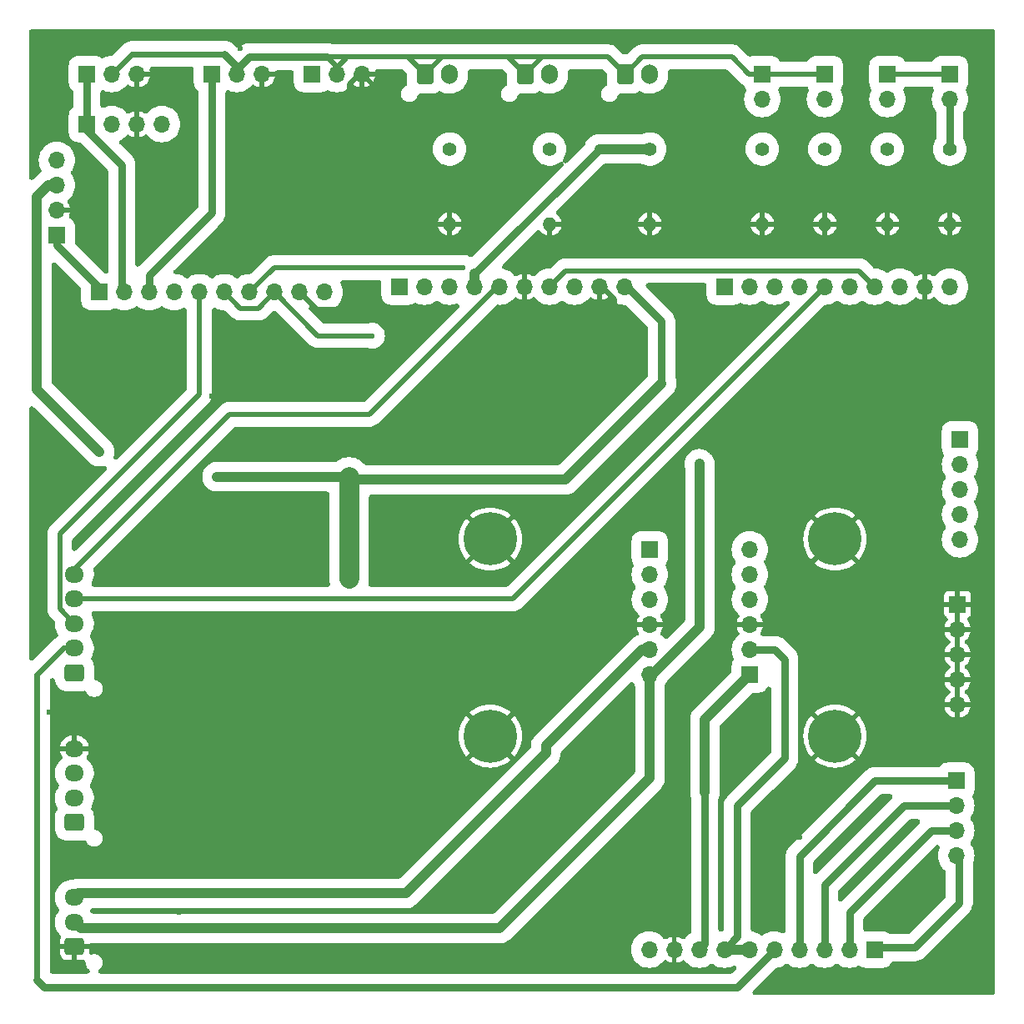
<source format=gbr>
%TF.GenerationSoftware,KiCad,Pcbnew,8.0.3*%
%TF.CreationDate,2024-11-19T22:00:55+01:00*%
%TF.ProjectId,weerstation-analoog,77656572-7374-4617-9469-6f6e2d616e61,rev?*%
%TF.SameCoordinates,Original*%
%TF.FileFunction,Copper,L1,Top*%
%TF.FilePolarity,Positive*%
%FSLAX46Y46*%
G04 Gerber Fmt 4.6, Leading zero omitted, Abs format (unit mm)*
G04 Created by KiCad (PCBNEW 8.0.3) date 2024-11-19 22:00:55*
%MOMM*%
%LPD*%
G01*
G04 APERTURE LIST*
G04 Aperture macros list*
%AMRoundRect*
0 Rectangle with rounded corners*
0 $1 Rounding radius*
0 $2 $3 $4 $5 $6 $7 $8 $9 X,Y pos of 4 corners*
0 Add a 4 corners polygon primitive as box body*
4,1,4,$2,$3,$4,$5,$6,$7,$8,$9,$2,$3,0*
0 Add four circle primitives for the rounded corners*
1,1,$1+$1,$2,$3*
1,1,$1+$1,$4,$5*
1,1,$1+$1,$6,$7*
1,1,$1+$1,$8,$9*
0 Add four rect primitives between the rounded corners*
20,1,$1+$1,$2,$3,$4,$5,0*
20,1,$1+$1,$4,$5,$6,$7,0*
20,1,$1+$1,$6,$7,$8,$9,0*
20,1,$1+$1,$8,$9,$2,$3,0*%
G04 Aperture macros list end*
%TA.AperFunction,ComponentPad*%
%ADD10C,5.400000*%
%TD*%
%TA.AperFunction,ComponentPad*%
%ADD11R,1.700000X1.700000*%
%TD*%
%TA.AperFunction,ComponentPad*%
%ADD12O,1.700000X1.700000*%
%TD*%
%TA.AperFunction,ComponentPad*%
%ADD13RoundRect,0.250000X0.725000X-0.600000X0.725000X0.600000X-0.725000X0.600000X-0.725000X-0.600000X0*%
%TD*%
%TA.AperFunction,ComponentPad*%
%ADD14O,1.950000X1.700000*%
%TD*%
%TA.AperFunction,ComponentPad*%
%ADD15C,1.400000*%
%TD*%
%TA.AperFunction,ComponentPad*%
%ADD16O,1.400000X1.400000*%
%TD*%
%TA.AperFunction,ComponentPad*%
%ADD17RoundRect,0.250000X-0.600000X-0.750000X0.600000X-0.750000X0.600000X0.750000X-0.600000X0.750000X0*%
%TD*%
%TA.AperFunction,ComponentPad*%
%ADD18O,1.700000X2.000000*%
%TD*%
%TA.AperFunction,ViaPad*%
%ADD19C,1.400000*%
%TD*%
%TA.AperFunction,ViaPad*%
%ADD20C,0.600000*%
%TD*%
%TA.AperFunction,ViaPad*%
%ADD21C,3.000000*%
%TD*%
%TA.AperFunction,ViaPad*%
%ADD22C,1.000000*%
%TD*%
%TA.AperFunction,Conductor*%
%ADD23C,0.500000*%
%TD*%
%TA.AperFunction,Conductor*%
%ADD24C,0.750000*%
%TD*%
%TA.AperFunction,Conductor*%
%ADD25C,1.000000*%
%TD*%
%TA.AperFunction,Conductor*%
%ADD26C,0.600000*%
%TD*%
%TA.AperFunction,Conductor*%
%ADD27C,2.000000*%
%TD*%
G04 APERTURE END LIST*
D10*
%TO.P,H3,1,1*%
%TO.N,GND*%
X95000000Y-85000000D03*
%TD*%
D11*
%TO.P,R9,1*%
%TO.N,+3.3V*%
X100330000Y-17780000D03*
D12*
%TO.P,R9,2*%
%TO.N,ADC-2 A1*%
X100330000Y-20320000D03*
%TD*%
D11*
%TO.P,J14,1,Pin_1*%
%TO.N,+5V*%
X107696000Y-54864000D03*
D12*
%TO.P,J14,2,Pin_2*%
X107696000Y-57404000D03*
%TO.P,J14,3,Pin_3*%
X107696000Y-59944000D03*
%TO.P,J14,4,Pin_4*%
X107696000Y-62484000D03*
%TO.P,J14,5,Pin_5*%
X107696000Y-65024000D03*
%TD*%
D11*
%TO.P,J16,1,Pin_1*%
%TO.N,unconnected-(J16-Pin_1-Pad1)*%
X76200000Y-66040000D03*
D12*
%TO.P,J16,2,Pin_2*%
%TO.N,unconnected-(J16-Pin_2-Pad2)*%
X76200000Y-68580000D03*
%TO.P,J16,3,Pin_3*%
%TO.N,+3.3V*%
X76200000Y-71120000D03*
%TO.P,J16,4,Pin_4*%
%TO.N,GND*%
X76200000Y-73660000D03*
%TO.P,J16,5,Pin_5*%
%TO.N,sda*%
X76200000Y-76200000D03*
%TO.P,J16,6,Pin_6*%
%TO.N,scl*%
X76200000Y-78740000D03*
%TD*%
D13*
%TO.P,J11,1,Pin_1*%
%TO.N,regen-digitaal*%
X17780000Y-78580000D03*
D14*
%TO.P,J11,2,Pin_2*%
%TO.N,ADC4 alert*%
X17780000Y-76080000D03*
%TO.P,J11,3,Pin_3*%
%TO.N,ADC3 alert*%
X17780000Y-73580000D03*
%TO.P,J11,4,Pin_4*%
%TO.N,ADC2 alert*%
X17780000Y-71080000D03*
%TO.P,J11,5,Pin_5*%
%TO.N,ADC1 alert*%
X17780000Y-68580000D03*
%TD*%
D11*
%TO.P,J6,1,Pin_1*%
%TO.N,ADC-3 A3*%
X20320000Y-39935000D03*
D12*
%TO.P,J6,2,Pin_2*%
%TO.N,ADC-3 A2*%
X22860000Y-39935000D03*
%TO.P,J6,3,Pin_3*%
%TO.N,ADC-3 A1*%
X25400000Y-39935000D03*
%TO.P,J6,4,Pin_4*%
%TO.N,ADC-3 A0*%
X27940000Y-39935000D03*
%TO.P,J6,5,Pin_5*%
%TO.N,ADC3 alert*%
X30480000Y-39935000D03*
%TO.P,J6,6,Pin_6*%
%TO.N,scl*%
X33020000Y-39935000D03*
%TO.P,J6,7,Pin_7*%
%TO.N,sda*%
X35560000Y-39935000D03*
%TO.P,J6,8,Pin_8*%
%TO.N,scl*%
X38100000Y-39935000D03*
%TO.P,J6,9,Pin_9*%
%TO.N,GND*%
X40640000Y-39935000D03*
%TO.P,J6,10,Pin_10*%
%TO.N,+3.3V*%
X43180000Y-39935000D03*
%TD*%
D11*
%TO.P,J17,1,Pin_1*%
%TO.N,Net-(J17-Pin_1)*%
X86360000Y-78740000D03*
D12*
%TO.P,J17,2,Pin_2*%
%TO.N,Net-(J17-Pin_2)*%
X86360000Y-76200000D03*
%TO.P,J17,3,Pin_3*%
%TO.N,GND*%
X86360000Y-73660000D03*
%TO.P,J17,4,Pin_4*%
%TO.N,+5V*%
X86360000Y-71120000D03*
%TO.P,J17,5,Pin_5*%
%TO.N,unconnected-(J17-Pin_5-Pad5)*%
X86360000Y-68580000D03*
%TO.P,J17,6,Pin_6*%
%TO.N,unconnected-(J17-Pin_6-Pad6)*%
X86360000Y-66040000D03*
%TD*%
D11*
%TO.P,J5,1,Pin_1*%
%TO.N,ADC-4 A3*%
X98998700Y-106680000D03*
D12*
%TO.P,J5,2,Pin_2*%
%TO.N,ADC-4 A2*%
X96458700Y-106680000D03*
%TO.P,J5,3,Pin_3*%
%TO.N,ADC-4 A1*%
X93918700Y-106680000D03*
%TO.P,J5,4,Pin_4*%
%TO.N,ADC-4 A0*%
X91378700Y-106680000D03*
%TO.P,J5,5,Pin_5*%
%TO.N,ADC4 alert*%
X88838700Y-106680000D03*
%TO.P,J5,6,Pin_6*%
%TO.N,Net-(J17-Pin_2)*%
X86298700Y-106680000D03*
%TO.P,J5,7,Pin_7*%
X83758700Y-106680000D03*
%TO.P,J5,8,Pin_8*%
%TO.N,Net-(J17-Pin_1)*%
X81218700Y-106680000D03*
%TO.P,J5,9,Pin_9*%
%TO.N,GND*%
X78678700Y-106680000D03*
%TO.P,J5,10,Pin_10*%
%TO.N,+5V*%
X76138700Y-106680000D03*
%TD*%
D10*
%TO.P,H1,1,1*%
%TO.N,GND*%
X60000000Y-65000000D03*
%TD*%
D15*
%TO.P,R6,1*%
%TO.N,ADC-1 A2*%
X55880000Y-25400000D03*
D16*
%TO.P,R6,2*%
%TO.N,GND*%
X55880000Y-33020000D03*
%TD*%
D11*
%TO.P,J8,1,Pin_1*%
%TO.N,ADC-3 A0*%
X41910000Y-17780000D03*
D12*
%TO.P,J8,2,Pin_2*%
%TO.N,+3.3V*%
X44450000Y-17780000D03*
%TO.P,J8,3,Pin_3*%
%TO.N,GND*%
X46990000Y-17780000D03*
%TD*%
D13*
%TO.P,J2,1,Pin_1*%
%TO.N,+12L*%
X17780000Y-93780000D03*
D14*
%TO.P,J2,2,Pin_2*%
%TO.N,+5V*%
X17780000Y-91280000D03*
%TO.P,J2,3,Pin_3*%
%TO.N,+3.3V*%
X17780000Y-88780000D03*
%TO.P,J2,4,Pin_4*%
%TO.N,GND*%
X17780000Y-86280000D03*
%TD*%
D13*
%TO.P,J1,1,Pin_1*%
%TO.N,GND*%
X17780000Y-106400000D03*
D14*
%TO.P,J1,2,Pin_2*%
%TO.N,scl*%
X17780000Y-103900000D03*
%TO.P,J1,3,Pin_3*%
%TO.N,sda*%
X17780000Y-101400000D03*
%TD*%
D17*
%TO.P,R3,1*%
%TO.N,+3.3V*%
X63540000Y-17780000D03*
D18*
%TO.P,R3,2*%
%TO.N,ADC-1 A1*%
X66040000Y-17780000D03*
%TD*%
D15*
%TO.P,R12,1*%
%TO.N,ADC-2 A2*%
X93980000Y-25400000D03*
D16*
%TO.P,R12,2*%
%TO.N,GND*%
X93980000Y-33020000D03*
%TD*%
D11*
%TO.P,R7,1*%
%TO.N,+3.3V*%
X106680000Y-17780000D03*
D12*
%TO.P,R7,2*%
%TO.N,ADC-2 A0*%
X106680000Y-20320000D03*
%TD*%
D15*
%TO.P,R4,1*%
%TO.N,ADC-1 A1*%
X66040000Y-25400000D03*
D16*
%TO.P,R4,2*%
%TO.N,GND*%
X66040000Y-33020000D03*
%TD*%
D11*
%TO.P,J4,1,Pin_1*%
%TO.N,ADC-2 A3*%
X83820000Y-39370000D03*
D12*
%TO.P,J4,2,Pin_2*%
%TO.N,ADC-2 A2*%
X86360000Y-39370000D03*
%TO.P,J4,3,Pin_3*%
%TO.N,ADC-2 A1*%
X88900000Y-39370000D03*
%TO.P,J4,4,Pin_4*%
%TO.N,ADC-2 A0*%
X91440000Y-39370000D03*
%TO.P,J4,5,Pin_5*%
%TO.N,ADC2 alert*%
X93980000Y-39370000D03*
%TO.P,J4,6,Pin_6*%
%TO.N,+3.3V*%
X96520000Y-39370000D03*
%TO.P,J4,7,Pin_7*%
%TO.N,sda*%
X99060000Y-39370000D03*
%TO.P,J4,8,Pin_8*%
%TO.N,scl*%
X101600000Y-39370000D03*
%TO.P,J4,9,Pin_9*%
%TO.N,GND*%
X104140000Y-39370000D03*
%TO.P,J4,10,Pin_10*%
%TO.N,+3.3V*%
X106680000Y-39370000D03*
%TD*%
D11*
%TO.P,J15,1,Pin_1*%
%TO.N,GND*%
X107442000Y-71628000D03*
D12*
%TO.P,J15,2,Pin_2*%
X107442000Y-74168000D03*
%TO.P,J15,3,Pin_3*%
X107442000Y-76708000D03*
%TO.P,J15,4,Pin_4*%
X107442000Y-79248000D03*
%TO.P,J15,5,Pin_5*%
X107442000Y-81788000D03*
%TD*%
D10*
%TO.P,H4,1,1*%
%TO.N,GND*%
X60000000Y-85000000D03*
%TD*%
D11*
%TO.P,J7,1,Pin_1*%
%TO.N,ADC-3 A1*%
X31750000Y-17780000D03*
D12*
%TO.P,J7,2,Pin_2*%
%TO.N,+3.3V*%
X34290000Y-17780000D03*
%TO.P,J7,3,Pin_3*%
%TO.N,GND*%
X36830000Y-17780000D03*
%TD*%
D17*
%TO.P,R5,1*%
%TO.N,+3.3V*%
X53380000Y-17780000D03*
D18*
%TO.P,R5,2*%
%TO.N,ADC-1 A2*%
X55880000Y-17780000D03*
%TD*%
D11*
%TO.P,J13,1,Pin_1*%
%TO.N,ADC-4 A0*%
X107315000Y-89535000D03*
D12*
%TO.P,J13,2,Pin_2*%
%TO.N,ADC-4 A1*%
X107315000Y-92075000D03*
%TO.P,J13,3,Pin_3*%
%TO.N,ADC-4 A2*%
X107315000Y-94615000D03*
%TO.P,J13,4,Pin_4*%
%TO.N,ADC-4 A3*%
X107315000Y-97155000D03*
%TD*%
D11*
%TO.P,J10,1,Pin_1*%
%TO.N,ADC-3 A2*%
X19050000Y-22860000D03*
D12*
%TO.P,J10,2,Pin_2*%
%TO.N,regen-digitaal*%
X21590000Y-22860000D03*
%TO.P,J10,3,Pin_3*%
%TO.N,GND*%
X24130000Y-22860000D03*
%TO.P,J10,4,Pin_4*%
%TO.N,+3.3V*%
X26670000Y-22860000D03*
%TD*%
D11*
%TO.P,J3,1,Pin_1*%
%TO.N,ADC-1 A3*%
X50800000Y-39370000D03*
D12*
%TO.P,J3,2,Pin_2*%
%TO.N,ADC-1 A2*%
X53340000Y-39370000D03*
%TO.P,J3,3,Pin_3*%
%TO.N,ADC-1 A1*%
X55880000Y-39370000D03*
%TO.P,J3,4,Pin_4*%
%TO.N,ADC-1 A0*%
X58420000Y-39370000D03*
%TO.P,J3,5,Pin_5*%
%TO.N,ADC1 alert*%
X60960000Y-39370000D03*
%TO.P,J3,6,Pin_6*%
%TO.N,GND*%
X63500000Y-39370000D03*
%TO.P,J3,7,Pin_7*%
%TO.N,sda*%
X66040000Y-39370000D03*
%TO.P,J3,8,Pin_8*%
%TO.N,scl*%
X68580000Y-39370000D03*
%TO.P,J3,9,Pin_9*%
%TO.N,GND*%
X71120000Y-39370000D03*
%TO.P,J3,10,Pin_10*%
%TO.N,+3.3V*%
X73660000Y-39370000D03*
%TD*%
D17*
%TO.P,R1,1*%
%TO.N,+3.3V*%
X73700000Y-17780000D03*
D18*
%TO.P,R1,2*%
%TO.N,ADC-1 A0*%
X76200000Y-17780000D03*
%TD*%
D11*
%TO.P,J9,1,Pin_1*%
%TO.N,ADC-3 A2*%
X19050000Y-17780000D03*
D12*
%TO.P,J9,2,Pin_2*%
%TO.N,+3.3V*%
X21590000Y-17780000D03*
%TO.P,J9,3,Pin_3*%
%TO.N,GND*%
X24130000Y-17780000D03*
%TD*%
D10*
%TO.P,H2,1,1*%
%TO.N,GND*%
X95000000Y-65000000D03*
%TD*%
D15*
%TO.P,R10,1*%
%TO.N,ADC-2 A1*%
X100330000Y-25400000D03*
D16*
%TO.P,R10,2*%
%TO.N,GND*%
X100330000Y-33020000D03*
%TD*%
D11*
%TO.P,J12,1,Pin_1*%
%TO.N,ADC-3 A3*%
X16002000Y-34137600D03*
D12*
%TO.P,J12,2,Pin_2*%
%TO.N,GND*%
X16002000Y-31597600D03*
%TO.P,J12,3,Pin_3*%
%TO.N,+3.3V*%
X16002000Y-29057600D03*
%TO.P,J12,4,Pin_4*%
%TO.N,unconnected-(J12-Pin_4-Pad4)*%
X16002000Y-26517600D03*
%TD*%
D11*
%TO.P,R11,1*%
%TO.N,+3.3V*%
X93980000Y-17780000D03*
D12*
%TO.P,R11,2*%
%TO.N,ADC-2 A2*%
X93980000Y-20320000D03*
%TD*%
D15*
%TO.P,R2,1*%
%TO.N,ADC-1 A0*%
X76200000Y-25400000D03*
D16*
%TO.P,R2,2*%
%TO.N,GND*%
X76200000Y-33020000D03*
%TD*%
D15*
%TO.P,R14,1*%
%TO.N,ADC-2 A3*%
X87630000Y-25400000D03*
D16*
%TO.P,R14,2*%
%TO.N,GND*%
X87630000Y-33020000D03*
%TD*%
D15*
%TO.P,R8,1*%
%TO.N,ADC-2 A0*%
X106660000Y-25400000D03*
D16*
%TO.P,R8,2*%
%TO.N,GND*%
X106660000Y-33020000D03*
%TD*%
D11*
%TO.P,R13,1*%
%TO.N,+3.3V*%
X87630000Y-17780000D03*
D12*
%TO.P,R13,2*%
%TO.N,ADC-2 A3*%
X87630000Y-20320000D03*
%TD*%
D19*
%TO.N,GND*%
X62230000Y-107315000D03*
D20*
X71120000Y-34036000D03*
X99822000Y-91440000D03*
X40538400Y-49123600D03*
X34645600Y-15138400D03*
X73673500Y-49530000D03*
X82550000Y-47802800D03*
X34239200Y-77571600D03*
X83820000Y-90678000D03*
X91378700Y-95250000D03*
X102616000Y-102616000D03*
X42773600Y-88290400D03*
X95250000Y-49530000D03*
X38811200Y-24638000D03*
D21*
X53975000Y-76200000D03*
D20*
X103378000Y-71882000D03*
D19*
X81381600Y-35204400D03*
D20*
X40487600Y-65684400D03*
X87568700Y-97155000D03*
D19*
X80619600Y-40081200D03*
X78435200Y-40081200D03*
D20*
X98998700Y-97536000D03*
X36728400Y-85902800D03*
X103632000Y-77470000D03*
X26670000Y-107315000D03*
X104775000Y-100330000D03*
X15240000Y-82550000D03*
D19*
X31750000Y-62484000D03*
D20*
X95188700Y-96266000D03*
D19*
X68580000Y-91440000D03*
D20*
X56388000Y-47904400D03*
X24130000Y-49428400D03*
X38354000Y-96012000D03*
X58420000Y-48158400D03*
X24638000Y-29718000D03*
X77216000Y-61468000D03*
X13970000Y-52984400D03*
D19*
X62230000Y-54178200D03*
X78587600Y-35204400D03*
D20*
X90170000Y-73025000D03*
X39370000Y-77393800D03*
X90779600Y-20980400D03*
X59690000Y-100330000D03*
X46990000Y-107315000D03*
X107950000Y-107950000D03*
D19*
X65532000Y-62230000D03*
D20*
X48260000Y-48260000D03*
X103886000Y-81534000D03*
X15163800Y-14986000D03*
X100076000Y-59182000D03*
X34925000Y-107315000D03*
X28448000Y-102870000D03*
X31750000Y-50495200D03*
X106680000Y-49530000D03*
X27940000Y-49428400D03*
X87630000Y-49530000D03*
X26035000Y-97155000D03*
X90881200Y-16052800D03*
X87630000Y-82550000D03*
X76200000Y-96520000D03*
X40640000Y-33528000D03*
D19*
X69215000Y-72390000D03*
D20*
X91440000Y-49530000D03*
X20320000Y-49377600D03*
X103632000Y-75184000D03*
X105156000Y-62992000D03*
X46278800Y-41656000D03*
%TO.N,+3.3V*%
X32258000Y-58674000D03*
X20320000Y-56134000D03*
D22*
X67386200Y-58978800D03*
D20*
X45669200Y-69062600D03*
X45669200Y-58674000D03*
%TO.N,sda*%
X57251600Y-37439600D03*
%TO.N,scl*%
X48006000Y-44348400D03*
D22*
X81229200Y-57353200D03*
%TD*%
D23*
%TO.N,GND*%
X46990000Y-17780000D02*
X46736000Y-17780000D01*
X42361000Y-41656000D02*
X40640000Y-39935000D01*
X46990000Y-17780000D02*
X49072800Y-19862800D01*
X72644000Y-40640000D02*
X72644000Y-41402000D01*
X45720000Y-18796000D02*
X45720000Y-20320000D01*
X46228000Y-41656000D02*
X42361000Y-41656000D01*
X71120000Y-39370000D02*
X71374000Y-39370000D01*
X46736000Y-17780000D02*
X45720000Y-18796000D01*
X71374000Y-39370000D02*
X72644000Y-40640000D01*
X78740000Y-106680000D02*
X78678700Y-106680000D01*
D24*
%TO.N,+3.3V*%
X77393800Y-42900600D02*
X73863200Y-39370000D01*
D23*
X43424800Y-16027400D02*
X51627400Y-16027400D01*
X45364400Y-16205200D02*
X45364400Y-16154400D01*
D25*
X13970000Y-30226000D02*
X15138400Y-29057600D01*
D23*
X44450000Y-17119600D02*
X45364400Y-16205200D01*
D24*
X35534600Y-16027400D02*
X34290000Y-17272000D01*
D23*
X71948000Y-16028000D02*
X65292000Y-16028000D01*
X87630000Y-17780000D02*
X86280000Y-17780000D01*
D25*
X32258000Y-58674000D02*
X45669200Y-58674000D01*
D23*
X73700000Y-17780000D02*
X71948000Y-16028000D01*
X55130800Y-16027400D02*
X55131700Y-16028300D01*
D25*
X67589400Y-58978800D02*
X77393800Y-49174400D01*
D23*
X43424800Y-16027400D02*
X44450000Y-17052600D01*
D24*
X34290000Y-17272000D02*
X34290000Y-17780000D01*
D23*
X65291700Y-16028300D02*
X65292000Y-16028000D01*
D24*
X77393800Y-49174400D02*
X77393800Y-42900600D01*
D25*
X13970000Y-49784000D02*
X13970000Y-30226000D01*
D23*
X73700000Y-17780000D02*
X75452500Y-16027500D01*
X106680000Y-17780000D02*
X100330000Y-17780000D01*
D26*
X32969200Y-15748000D02*
X23622000Y-15748000D01*
D23*
X53380000Y-17780000D02*
X55131700Y-16028300D01*
D25*
X67386200Y-58978800D02*
X45974000Y-58978800D01*
D23*
X61788300Y-16028300D02*
X63540000Y-17780000D01*
X73863200Y-39370000D02*
X73660000Y-39370000D01*
X51627400Y-16027400D02*
X53380000Y-17780000D01*
X65292000Y-16028000D02*
X63540000Y-17780000D01*
D25*
X20320000Y-56134000D02*
X13970000Y-49784000D01*
D23*
X15138400Y-29057600D02*
X16002000Y-29057600D01*
D25*
X67386200Y-58978800D02*
X67589400Y-58978800D01*
D23*
X51627400Y-16027400D02*
X55130800Y-16027400D01*
D24*
X34290000Y-17068800D02*
X32969200Y-15748000D01*
D23*
X44450000Y-17780000D02*
X44450000Y-17119600D01*
X84527500Y-16027500D02*
X86280000Y-17780000D01*
D25*
X45974000Y-58978800D02*
X45669200Y-58674000D01*
D27*
X45669200Y-69062600D02*
X45669200Y-58674000D01*
D23*
X93980000Y-17780000D02*
X87630000Y-17780000D01*
X61788300Y-16028300D02*
X65291700Y-16028300D01*
X44450000Y-17052600D02*
X44450000Y-17780000D01*
X34290000Y-17780000D02*
X34290000Y-17068800D01*
D24*
X43424800Y-16027400D02*
X35534600Y-16027400D01*
D26*
X23622000Y-15748000D02*
X21590000Y-17780000D01*
D23*
X55131700Y-16028300D02*
X61788300Y-16028300D01*
X75452500Y-16027500D02*
X84527500Y-16027500D01*
D25*
%TO.N,ADC-1 A0*%
X58420000Y-38049200D02*
X58420000Y-39370000D01*
D24*
X71069200Y-25400000D02*
X58420000Y-38049200D01*
D25*
X76200000Y-25400000D02*
X71069200Y-25400000D01*
D24*
%TO.N,ADC-2 A0*%
X106660000Y-22066700D02*
X106680000Y-22046700D01*
X106660000Y-25400000D02*
X106660000Y-22066700D01*
X106680000Y-20320000D02*
X106680000Y-22046700D01*
%TO.N,ADC-4 A3*%
X107315000Y-97155000D02*
X107619800Y-97459800D01*
X99201900Y-106476800D02*
X98998700Y-106680000D01*
X103073200Y-106476800D02*
X99201900Y-106476800D01*
X107619800Y-97459800D02*
X107619800Y-101930200D01*
X107619800Y-101930200D02*
X103073200Y-106476800D01*
%TO.N,ADC-3 A3*%
X16002000Y-34137600D02*
X16002000Y-35128200D01*
X20320000Y-39446200D02*
X20320000Y-39935000D01*
X16002000Y-35128200D02*
X20320000Y-39446200D01*
X15544800Y-34137600D02*
X16002000Y-34137600D01*
%TO.N,ADC-4 A0*%
X99060000Y-89535000D02*
X107315000Y-89535000D01*
X91378700Y-106680000D02*
X91378700Y-97216300D01*
X91378700Y-97216300D02*
X99060000Y-89535000D01*
%TO.N,ADC-4 A2*%
X96520000Y-106618700D02*
X96520000Y-102870000D01*
X104775000Y-94615000D02*
X107315000Y-94615000D01*
X96520000Y-102870000D02*
X104775000Y-94615000D01*
X96458700Y-106680000D02*
X96520000Y-106618700D01*
%TO.N,ADC-4 A1*%
X93918700Y-100137300D02*
X101981000Y-92075000D01*
X93918700Y-104963300D02*
X93918700Y-106680000D01*
X101981000Y-92075000D02*
X107315000Y-92075000D01*
X93918700Y-104963300D02*
X93918700Y-100137300D01*
%TO.N,ADC-3 A2*%
X19050000Y-22860000D02*
X19050000Y-17780000D01*
X22860000Y-39935000D02*
X22606000Y-39681000D01*
X22606000Y-27025600D02*
X19050000Y-23469600D01*
X19050000Y-23469600D02*
X19050000Y-22860000D01*
X22606000Y-39681000D02*
X22606000Y-27025600D01*
%TO.N,ADC-3 A1*%
X31750000Y-31858300D02*
X25400000Y-38208300D01*
X25400000Y-39935000D02*
X25400000Y-38208300D01*
X31750000Y-17780000D02*
X31750000Y-31858300D01*
D23*
%TO.N,sda*%
X57251600Y-37439600D02*
X38055400Y-37439600D01*
X38055400Y-37439600D02*
X35560000Y-39935000D01*
D25*
X75438000Y-76200000D02*
X76200000Y-76200000D01*
X65659000Y-86741000D02*
X65659000Y-85979000D01*
X17780000Y-101400000D02*
X18215000Y-100965000D01*
X51435000Y-100965000D02*
X65659000Y-86741000D01*
D23*
X66040000Y-39370000D02*
X67655900Y-37754100D01*
D25*
X65659000Y-85979000D02*
X75438000Y-76200000D01*
X18215000Y-100965000D02*
X51435000Y-100965000D01*
D23*
X67655900Y-37754100D02*
X97444100Y-37754100D01*
X97444100Y-37754100D02*
X99060000Y-39370000D01*
D25*
%TO.N,scl*%
X76200000Y-89295000D02*
X76200000Y-78740000D01*
D23*
X38093800Y-39935000D02*
X36474400Y-41554400D01*
X38100000Y-39935000D02*
X38093800Y-39935000D01*
D25*
X76454000Y-78740000D02*
X81280000Y-73914000D01*
X76200000Y-78740000D02*
X76454000Y-78740000D01*
X81280000Y-57404000D02*
X81229200Y-57353200D01*
X18401000Y-104521000D02*
X60974000Y-104521000D01*
D23*
X42513400Y-44348400D02*
X38100000Y-39935000D01*
D25*
X17780000Y-103900000D02*
X18401000Y-104521000D01*
X81280000Y-73914000D02*
X81280000Y-57404000D01*
D23*
X48006000Y-44348400D02*
X42513400Y-44348400D01*
D25*
X60974000Y-104521000D02*
X76200000Y-89295000D01*
D23*
X36474400Y-41554400D02*
X34639400Y-41554400D01*
X34639400Y-41554400D02*
X33020000Y-39935000D01*
%TO.N,ADC1 alert*%
X60960000Y-39370000D02*
X60706000Y-39370000D01*
X60706000Y-39370000D02*
X47752000Y-52324000D01*
X17780000Y-68072000D02*
X17780000Y-68580000D01*
X33528000Y-52324000D02*
X17780000Y-68072000D01*
X47752000Y-52324000D02*
X33528000Y-52324000D01*
%TO.N,ADC2 alert*%
X62270000Y-71080000D02*
X17780000Y-71080000D01*
X93980000Y-39370000D02*
X62270000Y-71080000D01*
D26*
%TO.N,ADC4 alert*%
X13970000Y-78740000D02*
X16630000Y-76080000D01*
D23*
X16630000Y-76080000D02*
X17780000Y-76080000D01*
D24*
X85090000Y-110490000D02*
X88838700Y-106741300D01*
X13970000Y-109728000D02*
X14732000Y-110490000D01*
D26*
X13970000Y-109728000D02*
X13970000Y-78740000D01*
D24*
X14732000Y-110490000D02*
X85090000Y-110490000D01*
D23*
X88838700Y-106680000D02*
X88838700Y-106741300D01*
%TO.N,ADC3 alert*%
X16290500Y-72090500D02*
X17780000Y-73580000D01*
X16290500Y-64483300D02*
X16290500Y-72090500D01*
X30480000Y-39935000D02*
X30480000Y-50293800D01*
X30480000Y-50293800D02*
X16290500Y-64483300D01*
D25*
%TO.N,Net-(J17-Pin_1)*%
X81788000Y-90678000D02*
X81788000Y-83312000D01*
D24*
X81788000Y-106110700D02*
X81218700Y-106680000D01*
X81788000Y-90678000D02*
X81788000Y-106110700D01*
D25*
X81788000Y-83312000D02*
X86360000Y-78740000D01*
D24*
%TO.N,Net-(J17-Pin_2)*%
X86360000Y-76200000D02*
X88900000Y-76200000D01*
X89916000Y-87249000D02*
X85090000Y-92075000D01*
X88900000Y-76200000D02*
X89916000Y-77216000D01*
X85090000Y-92075000D02*
X85090000Y-105348700D01*
X85090000Y-105348700D02*
X83758700Y-106680000D01*
X89916000Y-77216000D02*
X89916000Y-87249000D01*
D25*
X86298700Y-106680000D02*
X83758700Y-106680000D01*
%TD*%
%TA.AperFunction,Conductor*%
%TO.N,GND*%
G36*
X107692000Y-81354988D02*
G01*
X107634993Y-81322075D01*
X107507826Y-81288000D01*
X107376174Y-81288000D01*
X107249007Y-81322075D01*
X107192000Y-81354988D01*
X107192000Y-79681012D01*
X107249007Y-79713925D01*
X107376174Y-79748000D01*
X107507826Y-79748000D01*
X107634993Y-79713925D01*
X107692000Y-79681012D01*
X107692000Y-81354988D01*
G37*
%TD.AperFunction*%
%TA.AperFunction,Conductor*%
G36*
X107692000Y-78814988D02*
G01*
X107634993Y-78782075D01*
X107507826Y-78748000D01*
X107376174Y-78748000D01*
X107249007Y-78782075D01*
X107192000Y-78814988D01*
X107192000Y-77141012D01*
X107249007Y-77173925D01*
X107376174Y-77208000D01*
X107507826Y-77208000D01*
X107634993Y-77173925D01*
X107692000Y-77141012D01*
X107692000Y-78814988D01*
G37*
%TD.AperFunction*%
%TA.AperFunction,Conductor*%
G36*
X107692000Y-76274988D02*
G01*
X107634993Y-76242075D01*
X107507826Y-76208000D01*
X107376174Y-76208000D01*
X107249007Y-76242075D01*
X107192000Y-76274988D01*
X107192000Y-74601012D01*
X107249007Y-74633925D01*
X107376174Y-74668000D01*
X107507826Y-74668000D01*
X107634993Y-74633925D01*
X107692000Y-74601012D01*
X107692000Y-76274988D01*
G37*
%TD.AperFunction*%
%TA.AperFunction,Conductor*%
G36*
X107692000Y-73734988D02*
G01*
X107634993Y-73702075D01*
X107507826Y-73668000D01*
X107376174Y-73668000D01*
X107249007Y-73702075D01*
X107192000Y-73734988D01*
X107192000Y-72061012D01*
X107249007Y-72093925D01*
X107376174Y-72128000D01*
X107507826Y-72128000D01*
X107634993Y-72093925D01*
X107692000Y-72061012D01*
X107692000Y-73734988D01*
G37*
%TD.AperFunction*%
%TA.AperFunction,Conductor*%
G36*
X111105788Y-13219454D02*
G01*
X111186570Y-13273430D01*
X111240546Y-13354212D01*
X111259500Y-13449500D01*
X111259500Y-111010500D01*
X111240546Y-111105788D01*
X111186570Y-111186570D01*
X111105788Y-111240546D01*
X111010500Y-111259500D01*
X86866891Y-111259500D01*
X86771603Y-111240546D01*
X86690821Y-111186570D01*
X86636845Y-111105788D01*
X86617891Y-111010500D01*
X86636845Y-110915212D01*
X86690821Y-110834430D01*
X86986594Y-110538656D01*
X88936013Y-108589236D01*
X89016792Y-108535263D01*
X89094325Y-108516943D01*
X89102726Y-108516343D01*
X89361378Y-108460077D01*
X89609389Y-108367574D01*
X89841711Y-108240716D01*
X89959483Y-108152552D01*
X90047119Y-108110624D01*
X90144135Y-108105423D01*
X90235756Y-108137745D01*
X90257906Y-108152545D01*
X90375689Y-108240716D01*
X90608011Y-108367574D01*
X90856022Y-108460077D01*
X91114674Y-108516343D01*
X91378700Y-108535227D01*
X91642726Y-108516343D01*
X91901378Y-108460077D01*
X92149389Y-108367574D01*
X92381711Y-108240716D01*
X92499483Y-108152552D01*
X92587119Y-108110624D01*
X92684135Y-108105423D01*
X92775756Y-108137745D01*
X92797906Y-108152545D01*
X92915689Y-108240716D01*
X93148011Y-108367574D01*
X93396022Y-108460077D01*
X93654674Y-108516343D01*
X93918700Y-108535227D01*
X94182726Y-108516343D01*
X94441378Y-108460077D01*
X94689389Y-108367574D01*
X94921711Y-108240716D01*
X95039483Y-108152552D01*
X95127119Y-108110624D01*
X95224135Y-108105423D01*
X95315756Y-108137745D01*
X95337906Y-108152545D01*
X95455689Y-108240716D01*
X95688011Y-108367574D01*
X95936022Y-108460077D01*
X96194674Y-108516343D01*
X96458700Y-108535227D01*
X96722726Y-108516343D01*
X96981378Y-108460077D01*
X97229389Y-108367574D01*
X97300038Y-108328995D01*
X97392751Y-108299964D01*
X97489519Y-108308622D01*
X97575608Y-108353652D01*
X97576650Y-108354497D01*
X97595293Y-108369698D01*
X97775651Y-108463909D01*
X97971282Y-108519886D01*
X98090663Y-108530500D01*
X99906736Y-108530499D01*
X100026118Y-108519886D01*
X100221749Y-108463909D01*
X100402107Y-108369698D01*
X100559809Y-108241109D01*
X100688398Y-108083407D01*
X100739271Y-107986014D01*
X100800189Y-107910331D01*
X100885432Y-107863720D01*
X100959975Y-107852300D01*
X103181451Y-107852300D01*
X103181454Y-107852300D01*
X103181457Y-107852299D01*
X103181463Y-107852299D01*
X103395285Y-107818432D01*
X103395285Y-107818431D01*
X103395297Y-107818430D01*
X103601209Y-107751526D01*
X103735690Y-107683004D01*
X103794110Y-107653238D01*
X103794113Y-107653235D01*
X103794119Y-107653233D01*
X103815940Y-107637379D01*
X103871332Y-107597135D01*
X103969271Y-107525978D01*
X103969270Y-107525978D01*
X103969278Y-107525973D01*
X108668972Y-102826279D01*
X108722523Y-102752572D01*
X108722524Y-102752571D01*
X108773430Y-102682504D01*
X108796233Y-102651119D01*
X108796804Y-102650000D01*
X108829639Y-102585557D01*
X108894526Y-102458209D01*
X108961430Y-102252297D01*
X108962056Y-102248343D01*
X108995299Y-102038463D01*
X108995300Y-102038451D01*
X108995300Y-97990116D01*
X109010999Y-97903100D01*
X109051727Y-97793903D01*
X109095077Y-97677678D01*
X109151343Y-97419026D01*
X109170227Y-97155000D01*
X109151343Y-96890974D01*
X109095077Y-96632322D01*
X109002574Y-96384311D01*
X108875716Y-96151989D01*
X108787552Y-96034216D01*
X108745624Y-95946581D01*
X108740423Y-95849565D01*
X108772745Y-95757944D01*
X108787545Y-95735793D01*
X108875716Y-95618011D01*
X109002574Y-95385689D01*
X109095077Y-95137678D01*
X109151343Y-94879026D01*
X109170227Y-94615000D01*
X109151343Y-94350974D01*
X109095077Y-94092322D01*
X109002574Y-93844311D01*
X108875716Y-93611989D01*
X108787552Y-93494216D01*
X108745624Y-93406581D01*
X108740423Y-93309565D01*
X108772745Y-93217944D01*
X108787545Y-93195793D01*
X108875716Y-93078011D01*
X109002574Y-92845689D01*
X109095077Y-92597678D01*
X109151343Y-92339026D01*
X109170227Y-92075000D01*
X109151343Y-91810974D01*
X109095077Y-91552322D01*
X109002574Y-91304311D01*
X108963994Y-91233658D01*
X108934964Y-91140943D01*
X108943623Y-91044175D01*
X108988655Y-90958087D01*
X108989230Y-90957375D01*
X109004698Y-90938407D01*
X109098909Y-90758049D01*
X109154886Y-90562418D01*
X109165500Y-90443037D01*
X109165499Y-88626964D01*
X109154886Y-88507582D01*
X109098909Y-88311951D01*
X109004698Y-88131593D01*
X108876109Y-87973891D01*
X108718407Y-87845302D01*
X108718402Y-87845299D01*
X108538053Y-87751093D01*
X108538052Y-87751092D01*
X108538049Y-87751091D01*
X108342418Y-87695114D01*
X108223037Y-87684500D01*
X108223035Y-87684500D01*
X106406968Y-87684500D01*
X106406956Y-87684501D01*
X106287585Y-87695113D01*
X106091954Y-87751090D01*
X106091946Y-87751093D01*
X105911597Y-87845299D01*
X105911592Y-87845302D01*
X105753893Y-87973889D01*
X105753885Y-87973897D01*
X105677275Y-88067853D01*
X105602369Y-88129725D01*
X105509487Y-88158222D01*
X105484296Y-88159500D01*
X99168254Y-88159500D01*
X98951746Y-88159500D01*
X98951743Y-88159500D01*
X98951734Y-88159501D01*
X98737906Y-88193368D01*
X98589771Y-88241499D01*
X98589772Y-88241500D01*
X98531991Y-88260274D01*
X98531987Y-88260275D01*
X98531980Y-88260279D01*
X98339083Y-88358565D01*
X98295154Y-88390482D01*
X98295153Y-88390483D01*
X98163920Y-88485828D01*
X90329524Y-96320225D01*
X90202266Y-96495381D01*
X90103979Y-96688280D01*
X90103970Y-96688301D01*
X90037072Y-96894196D01*
X90037067Y-96894214D01*
X90003200Y-97108036D01*
X90003200Y-104787796D01*
X89984246Y-104883084D01*
X89930270Y-104963866D01*
X89849488Y-105017842D01*
X89754200Y-105036796D01*
X89658912Y-105017842D01*
X89634872Y-105006341D01*
X89609389Y-104992426D01*
X89361378Y-104899923D01*
X89158993Y-104855897D01*
X89102727Y-104843657D01*
X88838700Y-104824773D01*
X88574672Y-104843657D01*
X88491285Y-104861797D01*
X88316022Y-104899923D01*
X88244510Y-104926595D01*
X88068012Y-104992425D01*
X88068008Y-104992427D01*
X87835695Y-105119280D01*
X87835691Y-105119283D01*
X87835689Y-105119284D01*
X87717918Y-105207445D01*
X87630279Y-105249375D01*
X87533264Y-105254576D01*
X87441643Y-105222254D01*
X87419485Y-105207448D01*
X87301711Y-105119284D01*
X87234064Y-105082346D01*
X87069391Y-104992427D01*
X87069387Y-104992425D01*
X86821376Y-104899922D01*
X86821371Y-104899921D01*
X86661570Y-104865158D01*
X86572489Y-104826382D01*
X86505027Y-104756467D01*
X86469456Y-104666058D01*
X86465500Y-104621849D01*
X86465500Y-92747891D01*
X86484454Y-92652603D01*
X86538430Y-92571821D01*
X88667215Y-90443036D01*
X90965173Y-88145078D01*
X91065732Y-88006669D01*
X91092433Y-87969919D01*
X91190726Y-87777009D01*
X91217335Y-87695114D01*
X91257631Y-87571097D01*
X91291500Y-87357254D01*
X91291500Y-87140746D01*
X91291500Y-84999994D01*
X91794958Y-84999994D01*
X91794958Y-85000005D01*
X91815109Y-85358840D01*
X91815110Y-85358846D01*
X91875312Y-85713173D01*
X91875318Y-85713199D01*
X91974813Y-86058554D01*
X91974816Y-86058565D01*
X92112357Y-86390616D01*
X92286213Y-86705184D01*
X92286214Y-86705185D01*
X92494192Y-86998304D01*
X92494202Y-86998317D01*
X92566843Y-87079601D01*
X93884727Y-85761716D01*
X93970278Y-85879466D01*
X94120534Y-86029722D01*
X94238281Y-86115270D01*
X92920397Y-87433155D01*
X93001682Y-87505797D01*
X93001695Y-87505807D01*
X93294814Y-87713785D01*
X93294815Y-87713786D01*
X93609383Y-87887642D01*
X93941434Y-88025183D01*
X93941445Y-88025186D01*
X94286800Y-88124681D01*
X94286826Y-88124687D01*
X94641153Y-88184889D01*
X94641159Y-88184890D01*
X94999995Y-88205042D01*
X95000005Y-88205042D01*
X95358840Y-88184890D01*
X95358846Y-88184889D01*
X95713173Y-88124687D01*
X95713199Y-88124681D01*
X96058554Y-88025186D01*
X96058565Y-88025183D01*
X96390616Y-87887642D01*
X96705184Y-87713786D01*
X96705185Y-87713786D01*
X96998317Y-87505797D01*
X97079601Y-87433155D01*
X95761717Y-86115271D01*
X95879466Y-86029722D01*
X96029722Y-85879466D01*
X96115271Y-85761717D01*
X97433155Y-87079601D01*
X97505797Y-86998317D01*
X97713786Y-86705185D01*
X97713786Y-86705184D01*
X97887642Y-86390616D01*
X98025183Y-86058565D01*
X98025186Y-86058554D01*
X98124681Y-85713199D01*
X98124687Y-85713173D01*
X98184889Y-85358846D01*
X98184890Y-85358840D01*
X98205042Y-85000005D01*
X98205042Y-84999994D01*
X98184890Y-84641159D01*
X98184889Y-84641153D01*
X98124687Y-84286826D01*
X98124681Y-84286800D01*
X98025186Y-83941445D01*
X98025183Y-83941434D01*
X97887642Y-83609383D01*
X97713786Y-83294815D01*
X97713785Y-83294814D01*
X97505807Y-83001695D01*
X97505797Y-83001682D01*
X97433155Y-82920397D01*
X96115270Y-84238281D01*
X96029722Y-84120534D01*
X95879466Y-83970278D01*
X95761716Y-83884727D01*
X97079601Y-82566843D01*
X96998317Y-82494202D01*
X96998304Y-82494192D01*
X96705185Y-82286214D01*
X96705184Y-82286213D01*
X96390616Y-82112357D01*
X96058565Y-81974816D01*
X96058554Y-81974813D01*
X95713199Y-81875318D01*
X95713173Y-81875312D01*
X95358846Y-81815110D01*
X95358840Y-81815109D01*
X95000005Y-81794958D01*
X94999995Y-81794958D01*
X94641159Y-81815109D01*
X94641153Y-81815110D01*
X94286826Y-81875312D01*
X94286800Y-81875318D01*
X93941445Y-81974813D01*
X93941434Y-81974816D01*
X93609383Y-82112357D01*
X93294815Y-82286213D01*
X93294814Y-82286214D01*
X93001690Y-82494196D01*
X93001687Y-82494198D01*
X92920397Y-82566843D01*
X94238282Y-83884728D01*
X94120534Y-83970278D01*
X93970278Y-84120534D01*
X93884728Y-84238282D01*
X92566843Y-82920397D01*
X92494198Y-83001687D01*
X92494196Y-83001690D01*
X92286214Y-83294814D01*
X92286213Y-83294815D01*
X92112357Y-83609383D01*
X91974816Y-83941434D01*
X91974813Y-83941445D01*
X91875318Y-84286800D01*
X91875312Y-84286826D01*
X91815110Y-84641153D01*
X91815109Y-84641159D01*
X91794958Y-84999994D01*
X91291500Y-84999994D01*
X91291500Y-77107746D01*
X91291499Y-77107743D01*
X91291499Y-77107736D01*
X91257632Y-76893914D01*
X91257631Y-76893911D01*
X91257630Y-76893903D01*
X91190726Y-76687991D01*
X91161272Y-76630185D01*
X91092438Y-76495089D01*
X91092434Y-76495084D01*
X91092433Y-76495081D01*
X91065491Y-76457998D01*
X91053713Y-76441787D01*
X91053713Y-76441788D01*
X90965173Y-76319922D01*
X89796078Y-75150827D01*
X89796074Y-75150824D01*
X89620918Y-75023566D01*
X89428019Y-74925279D01*
X89428017Y-74925278D01*
X89428009Y-74925274D01*
X89428004Y-74925272D01*
X89428001Y-74925271D01*
X89222104Y-74858371D01*
X89222093Y-74858369D01*
X89215099Y-74857261D01*
X89215097Y-74857261D01*
X89008263Y-74824500D01*
X89008254Y-74824500D01*
X87693305Y-74824500D01*
X87598017Y-74805546D01*
X87544086Y-74774835D01*
X87529437Y-74763869D01*
X87464513Y-74691592D01*
X87432191Y-74599972D01*
X87437390Y-74502956D01*
X87474688Y-74421712D01*
X87533600Y-74337577D01*
X87633433Y-74123485D01*
X87633433Y-74123483D01*
X87690636Y-73910001D01*
X87690636Y-73910000D01*
X86793012Y-73910000D01*
X86825925Y-73852993D01*
X86860000Y-73725826D01*
X86860000Y-73594174D01*
X86825925Y-73467007D01*
X86793012Y-73410000D01*
X87690636Y-73410000D01*
X87690636Y-73409998D01*
X87633433Y-73196516D01*
X87633429Y-73196505D01*
X87533603Y-72982428D01*
X87533599Y-72982421D01*
X87474687Y-72898286D01*
X87435558Y-72809359D01*
X87433439Y-72712227D01*
X87468651Y-72621678D01*
X87529433Y-72556133D01*
X87574915Y-72522087D01*
X87762087Y-72334915D01*
X87920716Y-72123011D01*
X88047574Y-71890689D01*
X88140077Y-71642678D01*
X88196343Y-71384026D01*
X88215227Y-71120000D01*
X88196343Y-70855974D01*
X88168976Y-70730167D01*
X106092000Y-70730167D01*
X106092000Y-71377999D01*
X106092001Y-71378000D01*
X107008988Y-71378000D01*
X106976075Y-71435007D01*
X106942000Y-71562174D01*
X106942000Y-71693826D01*
X106976075Y-71820993D01*
X107008988Y-71878000D01*
X106092001Y-71878000D01*
X106092000Y-71878001D01*
X106092000Y-72525832D01*
X106098401Y-72585371D01*
X106098403Y-72585378D01*
X106148646Y-72720087D01*
X106234810Y-72835187D01*
X106234812Y-72835189D01*
X106364169Y-72932026D01*
X106361767Y-72935233D01*
X106410731Y-72976137D01*
X106455780Y-73062216D01*
X106464459Y-73158983D01*
X106435446Y-73251705D01*
X106407636Y-73292456D01*
X106403898Y-73296911D01*
X106268400Y-73490420D01*
X106268396Y-73490428D01*
X106168570Y-73704505D01*
X106168566Y-73704516D01*
X106111363Y-73917998D01*
X106111364Y-73918000D01*
X107008988Y-73918000D01*
X106976075Y-73975007D01*
X106942000Y-74102174D01*
X106942000Y-74233826D01*
X106976075Y-74360993D01*
X107008988Y-74418000D01*
X106111364Y-74418000D01*
X106111363Y-74418001D01*
X106168566Y-74631483D01*
X106168566Y-74631485D01*
X106268399Y-74845576D01*
X106403889Y-75039076D01*
X106570923Y-75206110D01*
X106610798Y-75234031D01*
X106677982Y-75304213D01*
X106713194Y-75394762D01*
X106711075Y-75491894D01*
X106671946Y-75580821D01*
X106610798Y-75641969D01*
X106570923Y-75669889D01*
X106403889Y-75836923D01*
X106268400Y-76030420D01*
X106268396Y-76030428D01*
X106168570Y-76244505D01*
X106168566Y-76244516D01*
X106111363Y-76457998D01*
X106111364Y-76458000D01*
X107008988Y-76458000D01*
X106976075Y-76515007D01*
X106942000Y-76642174D01*
X106942000Y-76773826D01*
X106976075Y-76900993D01*
X107008988Y-76958000D01*
X106111364Y-76958000D01*
X106111363Y-76958001D01*
X106168566Y-77171483D01*
X106168566Y-77171485D01*
X106268399Y-77385576D01*
X106403889Y-77579076D01*
X106570923Y-77746110D01*
X106610798Y-77774031D01*
X106677982Y-77844213D01*
X106713194Y-77934762D01*
X106711075Y-78031894D01*
X106671946Y-78120821D01*
X106610798Y-78181969D01*
X106570923Y-78209889D01*
X106403889Y-78376923D01*
X106268400Y-78570420D01*
X106268396Y-78570428D01*
X106168570Y-78784505D01*
X106168566Y-78784516D01*
X106111363Y-78997998D01*
X106111364Y-78998000D01*
X107008988Y-78998000D01*
X106976075Y-79055007D01*
X106942000Y-79182174D01*
X106942000Y-79313826D01*
X106976075Y-79440993D01*
X107008988Y-79498000D01*
X106111364Y-79498000D01*
X106111363Y-79498001D01*
X106168566Y-79711483D01*
X106168566Y-79711485D01*
X106268399Y-79925576D01*
X106403889Y-80119076D01*
X106570923Y-80286110D01*
X106610798Y-80314031D01*
X106677982Y-80384213D01*
X106713194Y-80474762D01*
X106711075Y-80571894D01*
X106671946Y-80660821D01*
X106610798Y-80721969D01*
X106570923Y-80749889D01*
X106403889Y-80916923D01*
X106268400Y-81110420D01*
X106268396Y-81110428D01*
X106168570Y-81324505D01*
X106168566Y-81324516D01*
X106111363Y-81537998D01*
X106111364Y-81538000D01*
X107008988Y-81538000D01*
X106976075Y-81595007D01*
X106942000Y-81722174D01*
X106942000Y-81853826D01*
X106976075Y-81980993D01*
X107008988Y-82038000D01*
X106111364Y-82038000D01*
X106111363Y-82038001D01*
X106168566Y-82251483D01*
X106168566Y-82251485D01*
X106268399Y-82465576D01*
X106403889Y-82659076D01*
X106570923Y-82826110D01*
X106764423Y-82961600D01*
X106978511Y-83061431D01*
X107192000Y-83118635D01*
X107192000Y-82221012D01*
X107249007Y-82253925D01*
X107376174Y-82288000D01*
X107507826Y-82288000D01*
X107634993Y-82253925D01*
X107692000Y-82221012D01*
X107692000Y-83118635D01*
X107905488Y-83061431D01*
X108119576Y-82961600D01*
X108313076Y-82826110D01*
X108480110Y-82659076D01*
X108615600Y-82465576D01*
X108715433Y-82251485D01*
X108715433Y-82251483D01*
X108772636Y-82038001D01*
X108772636Y-82038000D01*
X107875012Y-82038000D01*
X107907925Y-81980993D01*
X107942000Y-81853826D01*
X107942000Y-81722174D01*
X107907925Y-81595007D01*
X107875012Y-81538000D01*
X108772636Y-81538000D01*
X108772636Y-81537998D01*
X108715433Y-81324516D01*
X108715429Y-81324505D01*
X108615603Y-81110428D01*
X108615599Y-81110420D01*
X108480110Y-80916923D01*
X108313075Y-80749888D01*
X108273203Y-80721970D01*
X108206018Y-80651789D01*
X108170805Y-80561240D01*
X108172924Y-80464108D01*
X108212052Y-80375181D01*
X108273203Y-80314030D01*
X108313075Y-80286111D01*
X108480110Y-80119076D01*
X108615600Y-79925576D01*
X108715433Y-79711485D01*
X108715433Y-79711483D01*
X108772636Y-79498001D01*
X108772636Y-79498000D01*
X107875012Y-79498000D01*
X107907925Y-79440993D01*
X107942000Y-79313826D01*
X107942000Y-79182174D01*
X107907925Y-79055007D01*
X107875012Y-78998000D01*
X108772636Y-78998000D01*
X108772636Y-78997998D01*
X108715433Y-78784516D01*
X108715429Y-78784505D01*
X108615603Y-78570428D01*
X108615599Y-78570420D01*
X108480110Y-78376923D01*
X108313075Y-78209888D01*
X108273203Y-78181970D01*
X108206018Y-78111789D01*
X108170805Y-78021240D01*
X108172924Y-77924108D01*
X108212052Y-77835181D01*
X108273203Y-77774030D01*
X108313075Y-77746111D01*
X108480110Y-77579076D01*
X108615600Y-77385576D01*
X108715433Y-77171485D01*
X108715433Y-77171483D01*
X108772636Y-76958001D01*
X108772636Y-76958000D01*
X107875012Y-76958000D01*
X107907925Y-76900993D01*
X107942000Y-76773826D01*
X107942000Y-76642174D01*
X107907925Y-76515007D01*
X107875012Y-76458000D01*
X108772636Y-76458000D01*
X108772636Y-76457998D01*
X108715433Y-76244516D01*
X108715429Y-76244505D01*
X108615603Y-76030428D01*
X108615599Y-76030420D01*
X108480110Y-75836923D01*
X108313075Y-75669888D01*
X108273203Y-75641970D01*
X108206018Y-75571789D01*
X108170805Y-75481240D01*
X108172924Y-75384108D01*
X108212052Y-75295181D01*
X108273203Y-75234030D01*
X108313075Y-75206111D01*
X108480110Y-75039076D01*
X108615600Y-74845576D01*
X108715433Y-74631485D01*
X108715433Y-74631483D01*
X108772636Y-74418001D01*
X108772636Y-74418000D01*
X107875012Y-74418000D01*
X107907925Y-74360993D01*
X107942000Y-74233826D01*
X107942000Y-74102174D01*
X107907925Y-73975007D01*
X107875012Y-73918000D01*
X108772636Y-73918000D01*
X108772636Y-73917998D01*
X108715433Y-73704516D01*
X108715429Y-73704505D01*
X108615603Y-73490428D01*
X108615599Y-73490420D01*
X108480103Y-73296913D01*
X108476370Y-73292464D01*
X108474134Y-73288389D01*
X108473874Y-73288017D01*
X108473914Y-73287988D01*
X108429642Y-73207285D01*
X108419067Y-73110707D01*
X108446256Y-73017434D01*
X108507070Y-72941666D01*
X108520293Y-72932643D01*
X108519831Y-72932026D01*
X108649187Y-72835189D01*
X108649189Y-72835187D01*
X108735353Y-72720087D01*
X108785596Y-72585378D01*
X108785598Y-72585371D01*
X108791999Y-72525832D01*
X108792000Y-72525825D01*
X108792000Y-71878001D01*
X108791999Y-71878000D01*
X107875012Y-71878000D01*
X107907925Y-71820993D01*
X107942000Y-71693826D01*
X107942000Y-71562174D01*
X107907925Y-71435007D01*
X107875012Y-71378000D01*
X108791999Y-71378000D01*
X108792000Y-71377999D01*
X108792000Y-70730175D01*
X108791999Y-70730167D01*
X108785598Y-70670628D01*
X108785596Y-70670621D01*
X108735353Y-70535912D01*
X108649189Y-70420812D01*
X108649187Y-70420810D01*
X108534087Y-70334646D01*
X108399378Y-70284403D01*
X108399371Y-70284401D01*
X108339832Y-70278000D01*
X107692001Y-70278000D01*
X107692000Y-70278001D01*
X107692000Y-71194988D01*
X107634993Y-71162075D01*
X107507826Y-71128000D01*
X107376174Y-71128000D01*
X107249007Y-71162075D01*
X107192000Y-71194988D01*
X107192000Y-70278001D01*
X107191999Y-70278000D01*
X106544167Y-70278000D01*
X106484628Y-70284401D01*
X106484621Y-70284403D01*
X106349912Y-70334646D01*
X106234812Y-70420810D01*
X106234810Y-70420812D01*
X106148646Y-70535912D01*
X106098403Y-70670621D01*
X106098401Y-70670628D01*
X106092000Y-70730167D01*
X88168976Y-70730167D01*
X88140077Y-70597322D01*
X88047574Y-70349311D01*
X87920716Y-70116989D01*
X87832552Y-69999216D01*
X87790624Y-69911581D01*
X87785423Y-69814565D01*
X87817745Y-69722944D01*
X87832545Y-69700793D01*
X87920716Y-69583011D01*
X88047574Y-69350689D01*
X88140077Y-69102678D01*
X88196343Y-68844026D01*
X88215227Y-68580000D01*
X88196343Y-68315974D01*
X88140077Y-68057322D01*
X88047574Y-67809311D01*
X87920716Y-67576989D01*
X87832552Y-67459216D01*
X87790624Y-67371581D01*
X87785423Y-67274565D01*
X87817745Y-67182944D01*
X87832545Y-67160793D01*
X87920716Y-67043011D01*
X88047574Y-66810689D01*
X88140077Y-66562678D01*
X88196343Y-66304026D01*
X88215227Y-66040000D01*
X88196343Y-65775974D01*
X88140077Y-65517322D01*
X88047574Y-65269311D01*
X87920716Y-65036989D01*
X87893022Y-64999994D01*
X91794958Y-64999994D01*
X91794958Y-65000005D01*
X91815109Y-65358840D01*
X91815110Y-65358846D01*
X91875312Y-65713173D01*
X91875318Y-65713199D01*
X91974813Y-66058554D01*
X91974816Y-66058565D01*
X92112357Y-66390616D01*
X92286213Y-66705184D01*
X92286214Y-66705185D01*
X92494192Y-66998304D01*
X92494202Y-66998317D01*
X92566843Y-67079601D01*
X93884727Y-65761716D01*
X93970278Y-65879466D01*
X94120534Y-66029722D01*
X94238281Y-66115270D01*
X92920397Y-67433155D01*
X93001682Y-67505797D01*
X93001695Y-67505807D01*
X93294814Y-67713785D01*
X93294815Y-67713786D01*
X93609383Y-67887642D01*
X93941434Y-68025183D01*
X93941445Y-68025186D01*
X94286800Y-68124681D01*
X94286826Y-68124687D01*
X94641153Y-68184889D01*
X94641159Y-68184890D01*
X94999995Y-68205042D01*
X95000005Y-68205042D01*
X95358840Y-68184890D01*
X95358846Y-68184889D01*
X95713173Y-68124687D01*
X95713199Y-68124681D01*
X96058554Y-68025186D01*
X96058565Y-68025183D01*
X96390616Y-67887642D01*
X96705184Y-67713786D01*
X96705185Y-67713786D01*
X96998317Y-67505797D01*
X97079601Y-67433155D01*
X95761717Y-66115271D01*
X95879466Y-66029722D01*
X96029722Y-65879466D01*
X96115271Y-65761717D01*
X97433155Y-67079601D01*
X97505797Y-66998317D01*
X97713786Y-66705185D01*
X97713786Y-66705184D01*
X97887642Y-66390616D01*
X98025183Y-66058565D01*
X98025186Y-66058554D01*
X98124681Y-65713199D01*
X98124687Y-65713173D01*
X98184889Y-65358846D01*
X98184890Y-65358840D01*
X98205042Y-65000005D01*
X98205042Y-64999994D01*
X98184890Y-64641159D01*
X98184889Y-64641153D01*
X98124687Y-64286826D01*
X98124681Y-64286800D01*
X98025186Y-63941445D01*
X98025183Y-63941434D01*
X97887642Y-63609383D01*
X97713786Y-63294815D01*
X97713785Y-63294814D01*
X97505807Y-63001695D01*
X97505797Y-63001682D01*
X97433155Y-62920397D01*
X96115270Y-64238281D01*
X96029722Y-64120534D01*
X95879466Y-63970278D01*
X95761716Y-63884727D01*
X97079601Y-62566843D01*
X96998317Y-62494202D01*
X96998304Y-62494192D01*
X96705185Y-62286214D01*
X96705184Y-62286213D01*
X96390616Y-62112357D01*
X96058565Y-61974816D01*
X96058554Y-61974813D01*
X95713199Y-61875318D01*
X95713173Y-61875312D01*
X95358846Y-61815110D01*
X95358840Y-61815109D01*
X95000005Y-61794958D01*
X94999995Y-61794958D01*
X94641159Y-61815109D01*
X94641153Y-61815110D01*
X94286826Y-61875312D01*
X94286800Y-61875318D01*
X93941445Y-61974813D01*
X93941434Y-61974816D01*
X93609383Y-62112357D01*
X93294815Y-62286213D01*
X93294814Y-62286214D01*
X93001690Y-62494196D01*
X93001687Y-62494198D01*
X92920397Y-62566843D01*
X94238282Y-63884728D01*
X94120534Y-63970278D01*
X93970278Y-64120534D01*
X93884728Y-64238282D01*
X92566843Y-62920397D01*
X92494198Y-63001687D01*
X92494196Y-63001690D01*
X92286214Y-63294814D01*
X92286213Y-63294815D01*
X92112357Y-63609383D01*
X91974816Y-63941434D01*
X91974813Y-63941445D01*
X91875318Y-64286800D01*
X91875312Y-64286826D01*
X91815110Y-64641153D01*
X91815109Y-64641159D01*
X91794958Y-64999994D01*
X87893022Y-64999994D01*
X87762087Y-64825085D01*
X87574915Y-64637913D01*
X87363011Y-64479284D01*
X87362291Y-64478891D01*
X87130691Y-64352427D01*
X87130687Y-64352425D01*
X87059177Y-64325753D01*
X86882678Y-64259923D01*
X86680293Y-64215897D01*
X86624027Y-64203657D01*
X86360000Y-64184773D01*
X86095972Y-64203657D01*
X85983440Y-64228137D01*
X85837322Y-64259923D01*
X85765810Y-64286595D01*
X85589312Y-64352425D01*
X85589308Y-64352427D01*
X85356995Y-64479280D01*
X85356989Y-64479284D01*
X85145085Y-64637913D01*
X85145084Y-64637914D01*
X84957914Y-64825084D01*
X84957912Y-64825087D01*
X84799284Y-65036989D01*
X84799280Y-65036995D01*
X84672427Y-65269308D01*
X84672425Y-65269312D01*
X84639031Y-65358846D01*
X84579923Y-65517322D01*
X84579728Y-65518220D01*
X84523657Y-65775972D01*
X84504773Y-66040000D01*
X84523657Y-66304027D01*
X84533658Y-66350000D01*
X84579923Y-66562678D01*
X84672426Y-66810689D01*
X84799284Y-67043011D01*
X84887444Y-67160779D01*
X84887445Y-67160780D01*
X84929375Y-67248421D01*
X84934576Y-67345436D01*
X84902254Y-67437057D01*
X84887448Y-67459214D01*
X84885384Y-67461973D01*
X84799284Y-67576989D01*
X84799280Y-67576995D01*
X84672427Y-67809308D01*
X84672425Y-67809312D01*
X84672425Y-67809313D01*
X84579923Y-68057322D01*
X84523657Y-68315974D01*
X84504773Y-68580000D01*
X84523657Y-68844026D01*
X84579923Y-69102678D01*
X84672426Y-69350689D01*
X84799284Y-69583011D01*
X84868736Y-69675788D01*
X84887445Y-69700780D01*
X84929375Y-69788421D01*
X84934576Y-69885436D01*
X84902254Y-69977057D01*
X84887445Y-69999220D01*
X84799284Y-70116989D01*
X84799280Y-70116995D01*
X84672427Y-70349308D01*
X84672425Y-70349312D01*
X84606595Y-70525810D01*
X84579923Y-70597322D01*
X84523657Y-70855974D01*
X84504773Y-71120000D01*
X84523657Y-71384026D01*
X84579923Y-71642678D01*
X84645753Y-71819177D01*
X84672425Y-71890687D01*
X84672427Y-71890691D01*
X84727791Y-71992083D01*
X84799284Y-72123011D01*
X84957913Y-72334915D01*
X85145085Y-72522087D01*
X85190566Y-72556133D01*
X85255486Y-72628406D01*
X85287808Y-72720027D01*
X85282609Y-72817042D01*
X85245313Y-72898284D01*
X85186403Y-72982417D01*
X85186396Y-72982428D01*
X85086570Y-73196505D01*
X85086566Y-73196516D01*
X85029363Y-73409998D01*
X85029364Y-73410000D01*
X85926988Y-73410000D01*
X85894075Y-73467007D01*
X85860000Y-73594174D01*
X85860000Y-73725826D01*
X85894075Y-73852993D01*
X85926988Y-73910000D01*
X85029364Y-73910000D01*
X85029363Y-73910001D01*
X85086566Y-74123483D01*
X85086566Y-74123485D01*
X85186400Y-74337579D01*
X85245312Y-74421714D01*
X85284441Y-74510641D01*
X85286560Y-74607773D01*
X85251347Y-74698322D01*
X85190564Y-74763868D01*
X85145089Y-74797909D01*
X85145085Y-74797913D01*
X84957913Y-74985085D01*
X84880851Y-75088028D01*
X84799284Y-75196989D01*
X84799280Y-75196995D01*
X84672427Y-75429308D01*
X84672425Y-75429312D01*
X84619285Y-75571789D01*
X84579923Y-75677322D01*
X84548137Y-75823440D01*
X84523657Y-75935972D01*
X84504773Y-76200000D01*
X84523657Y-76464027D01*
X84530414Y-76495089D01*
X84579923Y-76722678D01*
X84643784Y-76893896D01*
X84672425Y-76970687D01*
X84672427Y-76970691D01*
X84711004Y-77041340D01*
X84740035Y-77134057D01*
X84731376Y-77230825D01*
X84686343Y-77316913D01*
X84685443Y-77318024D01*
X84670301Y-77336593D01*
X84670299Y-77336596D01*
X84576093Y-77516946D01*
X84576090Y-77516954D01*
X84520115Y-77712578D01*
X84520114Y-77712582D01*
X84509500Y-77831963D01*
X84509500Y-78365332D01*
X84490546Y-78460620D01*
X84436570Y-78541402D01*
X80643481Y-82334492D01*
X80504657Y-82525566D01*
X80397431Y-82736010D01*
X80397429Y-82736015D01*
X80324446Y-82960635D01*
X80287501Y-83193896D01*
X80287500Y-83193912D01*
X80287500Y-90796087D01*
X80287501Y-90796103D01*
X80324446Y-91029364D01*
X80400313Y-91262859D01*
X80412500Y-91339804D01*
X80412500Y-104864077D01*
X80393546Y-104959365D01*
X80339570Y-105040147D01*
X80282836Y-105082618D01*
X80215690Y-105119283D01*
X80215689Y-105119284D01*
X80003785Y-105277913D01*
X80003784Y-105277914D01*
X79816609Y-105465089D01*
X79782568Y-105510564D01*
X79710290Y-105575487D01*
X79618669Y-105607809D01*
X79521654Y-105602608D01*
X79440414Y-105565312D01*
X79356279Y-105506400D01*
X79142184Y-105406566D01*
X78928701Y-105349363D01*
X78928700Y-105349364D01*
X78928700Y-106246988D01*
X78871693Y-106214075D01*
X78744526Y-106180000D01*
X78612874Y-106180000D01*
X78485707Y-106214075D01*
X78428700Y-106246988D01*
X78428700Y-105349364D01*
X78428698Y-105349363D01*
X78215216Y-105406566D01*
X78215205Y-105406570D01*
X78001128Y-105506396D01*
X78001117Y-105506403D01*
X77916984Y-105565313D01*
X77828057Y-105604441D01*
X77730925Y-105606560D01*
X77640376Y-105571347D01*
X77574834Y-105510566D01*
X77540787Y-105465085D01*
X77353615Y-105277913D01*
X77141711Y-105119284D01*
X77074064Y-105082346D01*
X76909391Y-104992427D01*
X76909387Y-104992425D01*
X76820749Y-104959365D01*
X76661378Y-104899923D01*
X76458993Y-104855897D01*
X76402727Y-104843657D01*
X76138700Y-104824773D01*
X75874672Y-104843657D01*
X75791285Y-104861797D01*
X75616022Y-104899923D01*
X75544510Y-104926595D01*
X75368012Y-104992425D01*
X75368008Y-104992427D01*
X75135695Y-105119280D01*
X75135691Y-105119283D01*
X75135689Y-105119284D01*
X74923785Y-105277913D01*
X74736613Y-105465085D01*
X74600210Y-105647298D01*
X74577984Y-105676989D01*
X74577980Y-105676995D01*
X74451127Y-105909308D01*
X74451125Y-105909312D01*
X74409282Y-106021500D01*
X74358623Y-106157322D01*
X74345716Y-106216657D01*
X74302357Y-106415972D01*
X74283473Y-106680000D01*
X74302357Y-106944027D01*
X74311707Y-106987007D01*
X74358623Y-107202678D01*
X74402053Y-107319119D01*
X74451125Y-107450687D01*
X74451127Y-107450691D01*
X74561726Y-107653238D01*
X74577984Y-107683011D01*
X74736613Y-107894915D01*
X74923785Y-108082087D01*
X75135689Y-108240716D01*
X75368011Y-108367574D01*
X75616022Y-108460077D01*
X75874674Y-108516343D01*
X76138700Y-108535227D01*
X76402726Y-108516343D01*
X76661378Y-108460077D01*
X76909389Y-108367574D01*
X77141711Y-108240716D01*
X77353615Y-108082087D01*
X77540787Y-107894915D01*
X77574832Y-107849436D01*
X77647108Y-107784513D01*
X77738728Y-107752191D01*
X77835744Y-107757390D01*
X77916988Y-107794688D01*
X78001122Y-107853600D01*
X78215211Y-107953431D01*
X78428700Y-108010635D01*
X78428700Y-107113012D01*
X78485707Y-107145925D01*
X78612874Y-107180000D01*
X78744526Y-107180000D01*
X78871693Y-107145925D01*
X78928700Y-107113012D01*
X78928700Y-108010635D01*
X79142188Y-107953431D01*
X79356277Y-107853600D01*
X79440412Y-107794688D01*
X79529339Y-107755559D01*
X79626471Y-107753439D01*
X79717021Y-107788651D01*
X79782567Y-107849435D01*
X79816613Y-107894915D01*
X80003785Y-108082087D01*
X80215689Y-108240716D01*
X80448011Y-108367574D01*
X80696022Y-108460077D01*
X80954674Y-108516343D01*
X81218700Y-108535227D01*
X81482726Y-108516343D01*
X81741378Y-108460077D01*
X81989389Y-108367574D01*
X82221711Y-108240716D01*
X82339483Y-108152552D01*
X82427119Y-108110624D01*
X82524135Y-108105423D01*
X82615756Y-108137745D01*
X82637906Y-108152545D01*
X82755689Y-108240716D01*
X82988011Y-108367574D01*
X83236022Y-108460077D01*
X83494674Y-108516343D01*
X83758700Y-108535227D01*
X84022726Y-108516343D01*
X84281378Y-108460077D01*
X84529389Y-108367574D01*
X84634624Y-108310111D01*
X84727337Y-108281081D01*
X84824105Y-108289740D01*
X84910194Y-108334772D01*
X84972497Y-108409320D01*
X85001528Y-108502036D01*
X84992869Y-108598804D01*
X84947837Y-108684893D01*
X84930025Y-108704723D01*
X84593180Y-109041569D01*
X84512399Y-109095546D01*
X84417110Y-109114500D01*
X20463735Y-109114500D01*
X20368447Y-109095546D01*
X20287665Y-109041570D01*
X20233689Y-108960788D01*
X20214735Y-108865500D01*
X20233689Y-108770212D01*
X20287665Y-108689430D01*
X20312945Y-108668682D01*
X20312704Y-108668388D01*
X20322154Y-108660630D01*
X20322162Y-108660626D01*
X20440626Y-108542162D01*
X20533703Y-108402863D01*
X20597816Y-108248082D01*
X20630500Y-108083767D01*
X20630500Y-107916233D01*
X20597816Y-107751918D01*
X20533703Y-107597137D01*
X20440626Y-107457838D01*
X20322162Y-107339374D01*
X20291851Y-107319121D01*
X20182864Y-107246298D01*
X20182863Y-107246297D01*
X20182860Y-107246296D01*
X20182859Y-107246295D01*
X20028086Y-107182185D01*
X20028082Y-107182184D01*
X19863767Y-107149500D01*
X19696233Y-107149500D01*
X19552575Y-107178074D01*
X19455422Y-107178074D01*
X19365663Y-107140895D01*
X19296964Y-107072196D01*
X19259784Y-106982436D01*
X19255000Y-106933859D01*
X19255000Y-106650001D01*
X19254999Y-106650000D01*
X18184146Y-106650000D01*
X18222630Y-106583343D01*
X18255000Y-106462535D01*
X18255000Y-106337465D01*
X18222630Y-106216657D01*
X18184146Y-106150000D01*
X19254998Y-106150000D01*
X19310568Y-106094430D01*
X19391350Y-106040454D01*
X19486638Y-106021500D01*
X61092088Y-106021500D01*
X61092092Y-106021500D01*
X61325368Y-105984553D01*
X61549992Y-105911568D01*
X61760434Y-105804343D01*
X61951510Y-105665517D01*
X77344518Y-90272510D01*
X77483343Y-90081433D01*
X77590568Y-89870992D01*
X77663553Y-89646368D01*
X77700500Y-89413092D01*
X77700500Y-89176908D01*
X77700500Y-79906325D01*
X77719454Y-79811037D01*
X77750166Y-79757104D01*
X77760716Y-79743011D01*
X77887574Y-79510689D01*
X77917561Y-79430288D01*
X77968618Y-79347632D01*
X77974764Y-79341261D01*
X82424518Y-74891510D01*
X82563343Y-74700433D01*
X82670568Y-74489992D01*
X82743553Y-74265368D01*
X82780500Y-74032092D01*
X82780500Y-73795908D01*
X82780500Y-57404000D01*
X105840773Y-57404000D01*
X105854616Y-57597553D01*
X105859657Y-57668026D01*
X105915923Y-57926678D01*
X106008426Y-58174689D01*
X106135284Y-58407011D01*
X106135285Y-58407012D01*
X106223445Y-58524780D01*
X106265375Y-58612421D01*
X106270576Y-58709436D01*
X106238254Y-58801057D01*
X106223445Y-58823220D01*
X106135284Y-58940989D01*
X106135280Y-58940995D01*
X106008427Y-59173308D01*
X106008425Y-59173312D01*
X105942595Y-59349810D01*
X105915923Y-59421322D01*
X105884137Y-59567440D01*
X105859657Y-59679972D01*
X105840773Y-59944000D01*
X105854616Y-60137553D01*
X105859657Y-60208026D01*
X105915923Y-60466678D01*
X106008426Y-60714689D01*
X106135284Y-60947011D01*
X106135285Y-60947012D01*
X106223445Y-61064780D01*
X106265375Y-61152421D01*
X106270576Y-61249436D01*
X106238254Y-61341057D01*
X106223445Y-61363220D01*
X106135284Y-61480989D01*
X106135280Y-61480995D01*
X106008427Y-61713308D01*
X106008425Y-61713312D01*
X105977973Y-61794958D01*
X105915923Y-61961322D01*
X105859657Y-62219974D01*
X105840773Y-62484000D01*
X105859657Y-62748026D01*
X105915923Y-63006678D01*
X105981753Y-63183177D01*
X106008425Y-63254687D01*
X106008427Y-63254691D01*
X106030336Y-63294815D01*
X106135284Y-63487011D01*
X106135285Y-63487012D01*
X106223445Y-63604780D01*
X106265375Y-63692421D01*
X106270576Y-63789436D01*
X106238254Y-63881057D01*
X106223445Y-63903220D01*
X106135284Y-64020989D01*
X106135280Y-64020995D01*
X106008427Y-64253308D01*
X106008425Y-64253312D01*
X105959357Y-64384871D01*
X105915923Y-64501322D01*
X105884354Y-64646445D01*
X105859657Y-64759972D01*
X105840773Y-65024000D01*
X105858318Y-65269312D01*
X105859657Y-65288026D01*
X105915923Y-65546678D01*
X106008426Y-65794689D01*
X106135284Y-66027011D01*
X106293913Y-66238915D01*
X106481085Y-66426087D01*
X106692989Y-66584716D01*
X106925311Y-66711574D01*
X107173322Y-66804077D01*
X107431974Y-66860343D01*
X107696000Y-66879227D01*
X107960026Y-66860343D01*
X108218678Y-66804077D01*
X108466689Y-66711574D01*
X108699011Y-66584716D01*
X108910915Y-66426087D01*
X109098087Y-66238915D01*
X109256716Y-66027011D01*
X109383574Y-65794689D01*
X109476077Y-65546678D01*
X109532343Y-65288026D01*
X109551227Y-65024000D01*
X109532343Y-64759974D01*
X109476077Y-64501322D01*
X109383574Y-64253311D01*
X109256716Y-64020989D01*
X109168552Y-63903216D01*
X109126624Y-63815581D01*
X109121423Y-63718565D01*
X109153745Y-63626944D01*
X109168545Y-63604793D01*
X109256716Y-63487011D01*
X109383574Y-63254689D01*
X109476077Y-63006678D01*
X109532343Y-62748026D01*
X109551227Y-62484000D01*
X109532343Y-62219974D01*
X109476077Y-61961322D01*
X109383574Y-61713311D01*
X109256716Y-61480989D01*
X109168552Y-61363216D01*
X109126624Y-61275581D01*
X109121423Y-61178565D01*
X109153745Y-61086944D01*
X109168545Y-61064793D01*
X109256716Y-60947011D01*
X109383574Y-60714689D01*
X109476077Y-60466678D01*
X109532343Y-60208026D01*
X109551227Y-59944000D01*
X109532343Y-59679974D01*
X109476077Y-59421322D01*
X109383574Y-59173311D01*
X109256716Y-58940989D01*
X109168552Y-58823216D01*
X109126624Y-58735581D01*
X109121423Y-58638565D01*
X109153745Y-58546944D01*
X109168545Y-58524793D01*
X109256716Y-58407011D01*
X109383574Y-58174689D01*
X109476077Y-57926678D01*
X109532343Y-57668026D01*
X109551227Y-57404000D01*
X109532343Y-57139974D01*
X109476077Y-56881322D01*
X109383574Y-56633311D01*
X109344994Y-56562658D01*
X109315964Y-56469943D01*
X109324623Y-56373175D01*
X109369655Y-56287087D01*
X109370230Y-56286375D01*
X109385698Y-56267407D01*
X109479909Y-56087049D01*
X109535886Y-55891418D01*
X109546500Y-55772037D01*
X109546499Y-53955964D01*
X109535886Y-53836582D01*
X109479909Y-53640951D01*
X109385698Y-53460593D01*
X109257109Y-53302891D01*
X109099407Y-53174302D01*
X109099402Y-53174299D01*
X108919053Y-53080093D01*
X108919052Y-53080092D01*
X108919049Y-53080091D01*
X108723418Y-53024114D01*
X108604037Y-53013500D01*
X108604035Y-53013500D01*
X106787968Y-53013500D01*
X106787956Y-53013501D01*
X106668585Y-53024113D01*
X106472954Y-53080090D01*
X106472946Y-53080093D01*
X106292597Y-53174299D01*
X106292592Y-53174302D01*
X106134893Y-53302889D01*
X106134889Y-53302893D01*
X106006302Y-53460592D01*
X106006299Y-53460597D01*
X105912093Y-53640946D01*
X105912090Y-53640954D01*
X105856115Y-53836578D01*
X105856114Y-53836582D01*
X105845500Y-53955963D01*
X105845500Y-55772031D01*
X105845501Y-55772043D01*
X105856113Y-55891414D01*
X105856113Y-55891417D01*
X105856114Y-55891418D01*
X105893831Y-56023231D01*
X105912090Y-56087045D01*
X105912093Y-56087053D01*
X106006299Y-56267402D01*
X106006306Y-56267413D01*
X106021440Y-56285973D01*
X106066968Y-56371800D01*
X106076185Y-56468517D01*
X106047688Y-56561399D01*
X106047004Y-56562660D01*
X106008427Y-56633308D01*
X106008425Y-56633312D01*
X105977176Y-56717096D01*
X105915923Y-56881322D01*
X105889708Y-57001831D01*
X105859657Y-57139972D01*
X105840773Y-57404000D01*
X82780500Y-57404000D01*
X82780500Y-57285908D01*
X82743553Y-57052632D01*
X82670568Y-56828008D01*
X82612733Y-56714500D01*
X82563343Y-56617566D01*
X82424517Y-56426490D01*
X82371202Y-56373175D01*
X82315785Y-56317757D01*
X82308684Y-56310357D01*
X82248944Y-56245462D01*
X82236530Y-56235800D01*
X82213413Y-56215386D01*
X82206710Y-56208683D01*
X82134569Y-56156269D01*
X82128033Y-56151352D01*
X82052709Y-56092726D01*
X82045264Y-56088697D01*
X82017423Y-56071156D01*
X82015634Y-56069857D01*
X82015631Y-56069855D01*
X82015629Y-56069854D01*
X81929760Y-56026102D01*
X81924293Y-56023230D01*
X81834013Y-55974373D01*
X81834003Y-55974369D01*
X81832861Y-55973977D01*
X81814334Y-55966123D01*
X81814230Y-55966375D01*
X81805196Y-55962633D01*
X81706686Y-55930625D01*
X81702785Y-55929321D01*
X81598821Y-55893631D01*
X81598816Y-55893629D01*
X81598814Y-55893629D01*
X81598811Y-55893628D01*
X81596506Y-55893045D01*
X81584888Y-55890684D01*
X81580561Y-55889645D01*
X81471132Y-55872314D01*
X81469101Y-55871984D01*
X81353535Y-55852700D01*
X81104865Y-55852700D01*
X80989298Y-55871984D01*
X80987420Y-55872289D01*
X80942363Y-55879426D01*
X80877832Y-55889646D01*
X80873520Y-55890682D01*
X80861882Y-55893047D01*
X80859589Y-55893628D01*
X80755646Y-55929310D01*
X80751750Y-55930611D01*
X80653209Y-55962631D01*
X80644172Y-55966374D01*
X80644068Y-55966124D01*
X80625566Y-55973967D01*
X80624409Y-55974364D01*
X80624383Y-55974375D01*
X80534105Y-56023231D01*
X80528641Y-56026101D01*
X80442764Y-56069857D01*
X80440962Y-56071167D01*
X80413147Y-56088690D01*
X80405695Y-56092723D01*
X80405689Y-56092726D01*
X80330384Y-56151338D01*
X80323810Y-56156282D01*
X80251704Y-56208671D01*
X80251677Y-56208694D01*
X80244976Y-56215395D01*
X80221876Y-56235793D01*
X80209465Y-56245453D01*
X80209451Y-56245466D01*
X80149726Y-56310344D01*
X80142605Y-56317766D01*
X80084691Y-56375681D01*
X80084677Y-56375697D01*
X80074842Y-56389233D01*
X80056611Y-56411493D01*
X80041042Y-56428406D01*
X80041034Y-56428417D01*
X79996765Y-56496175D01*
X79989768Y-56506326D01*
X79948840Y-56562660D01*
X79945855Y-56566769D01*
X79945854Y-56566770D01*
X79934962Y-56588148D01*
X79921556Y-56611293D01*
X79905028Y-56636590D01*
X79875423Y-56704081D01*
X79869259Y-56717096D01*
X79838630Y-56777209D01*
X79838630Y-56777210D01*
X79828975Y-56806924D01*
X79820194Y-56829991D01*
X79805134Y-56864325D01*
X79788818Y-56928752D01*
X79784254Y-56944561D01*
X79765647Y-57001831D01*
X79759625Y-57039848D01*
X79755073Y-57062011D01*
X79744091Y-57105378D01*
X79744091Y-57105379D01*
X79739200Y-57164403D01*
X79736986Y-57182785D01*
X79728700Y-57235099D01*
X79728700Y-57280829D01*
X79727850Y-57301390D01*
X79723557Y-57353199D01*
X79727850Y-57405009D01*
X79728700Y-57425570D01*
X79728700Y-57471287D01*
X79728701Y-57471303D01*
X79736984Y-57523599D01*
X79739199Y-57541985D01*
X79744091Y-57601019D01*
X79755073Y-57644386D01*
X79759626Y-57666557D01*
X79765644Y-57704557D01*
X79765646Y-57704564D01*
X79765647Y-57704568D01*
X79767313Y-57709694D01*
X79779500Y-57786640D01*
X79779500Y-73189331D01*
X79760546Y-73284619D01*
X79706570Y-73365401D01*
X78012829Y-75059141D01*
X77932047Y-75113117D01*
X77836759Y-75132071D01*
X77741471Y-75113117D01*
X77660689Y-75059141D01*
X77637430Y-75032298D01*
X77602087Y-74985085D01*
X77414915Y-74797913D01*
X77369436Y-74763867D01*
X77304513Y-74691592D01*
X77272191Y-74599972D01*
X77277390Y-74502956D01*
X77314688Y-74421712D01*
X77373600Y-74337577D01*
X77473433Y-74123485D01*
X77473433Y-74123483D01*
X77530636Y-73910001D01*
X77530636Y-73910000D01*
X76633012Y-73910000D01*
X76665925Y-73852993D01*
X76700000Y-73725826D01*
X76700000Y-73594174D01*
X76665925Y-73467007D01*
X76633012Y-73410000D01*
X77530636Y-73410000D01*
X77530636Y-73409998D01*
X77473433Y-73196516D01*
X77473429Y-73196505D01*
X77373603Y-72982428D01*
X77373599Y-72982421D01*
X77314687Y-72898286D01*
X77275558Y-72809359D01*
X77273439Y-72712227D01*
X77308651Y-72621678D01*
X77369433Y-72556133D01*
X77414915Y-72522087D01*
X77602087Y-72334915D01*
X77760716Y-72123011D01*
X77887574Y-71890689D01*
X77980077Y-71642678D01*
X78036343Y-71384026D01*
X78055227Y-71120000D01*
X78036343Y-70855974D01*
X77980077Y-70597322D01*
X77887574Y-70349311D01*
X77760716Y-70116989D01*
X77672552Y-69999216D01*
X77630624Y-69911581D01*
X77625423Y-69814565D01*
X77657745Y-69722944D01*
X77672545Y-69700793D01*
X77760716Y-69583011D01*
X77887574Y-69350689D01*
X77980077Y-69102678D01*
X78036343Y-68844026D01*
X78055227Y-68580000D01*
X78036343Y-68315974D01*
X77980077Y-68057322D01*
X77887574Y-67809311D01*
X77848994Y-67738658D01*
X77819964Y-67645943D01*
X77828623Y-67549175D01*
X77873655Y-67463087D01*
X77874230Y-67462375D01*
X77889698Y-67443407D01*
X77983909Y-67263049D01*
X78039886Y-67067418D01*
X78050500Y-66948037D01*
X78050499Y-65131964D01*
X78039886Y-65012582D01*
X77983909Y-64816951D01*
X77889698Y-64636593D01*
X77761109Y-64478891D01*
X77603407Y-64350302D01*
X77603402Y-64350299D01*
X77423053Y-64256093D01*
X77423052Y-64256092D01*
X77423049Y-64256091D01*
X77227418Y-64200114D01*
X77108037Y-64189500D01*
X77108035Y-64189500D01*
X75291968Y-64189500D01*
X75291956Y-64189501D01*
X75172585Y-64200113D01*
X74976954Y-64256090D01*
X74976946Y-64256093D01*
X74796597Y-64350299D01*
X74796592Y-64350302D01*
X74638893Y-64478889D01*
X74638889Y-64478893D01*
X74510302Y-64636592D01*
X74510299Y-64636597D01*
X74416093Y-64816946D01*
X74416090Y-64816954D01*
X74360115Y-65012578D01*
X74360114Y-65012582D01*
X74349500Y-65131963D01*
X74349500Y-66948031D01*
X74349501Y-66948043D01*
X74360113Y-67067414D01*
X74360113Y-67067417D01*
X74360114Y-67067418D01*
X74411906Y-67248421D01*
X74416090Y-67263045D01*
X74416093Y-67263053D01*
X74510299Y-67443402D01*
X74510306Y-67443413D01*
X74525440Y-67461973D01*
X74570968Y-67547800D01*
X74580185Y-67644517D01*
X74551688Y-67737399D01*
X74551004Y-67738660D01*
X74512427Y-67809308D01*
X74512425Y-67809312D01*
X74512425Y-67809313D01*
X74419923Y-68057322D01*
X74363657Y-68315974D01*
X74344773Y-68580000D01*
X74363657Y-68844026D01*
X74419923Y-69102678D01*
X74512426Y-69350689D01*
X74639284Y-69583011D01*
X74708736Y-69675788D01*
X74727445Y-69700780D01*
X74769375Y-69788421D01*
X74774576Y-69885436D01*
X74742254Y-69977057D01*
X74727445Y-69999220D01*
X74639284Y-70116989D01*
X74639280Y-70116995D01*
X74512427Y-70349308D01*
X74512425Y-70349312D01*
X74446595Y-70525810D01*
X74419923Y-70597322D01*
X74363657Y-70855974D01*
X74344773Y-71120000D01*
X74363657Y-71384026D01*
X74419923Y-71642678D01*
X74485753Y-71819177D01*
X74512425Y-71890687D01*
X74512427Y-71890691D01*
X74567791Y-71992083D01*
X74639284Y-72123011D01*
X74797913Y-72334915D01*
X74985085Y-72522087D01*
X75030566Y-72556133D01*
X75095486Y-72628406D01*
X75127808Y-72720027D01*
X75122609Y-72817042D01*
X75085313Y-72898284D01*
X75026403Y-72982417D01*
X75026396Y-72982428D01*
X74926570Y-73196505D01*
X74926566Y-73196516D01*
X74869363Y-73409998D01*
X74869364Y-73410000D01*
X75766988Y-73410000D01*
X75734075Y-73467007D01*
X75700000Y-73594174D01*
X75700000Y-73725826D01*
X75734075Y-73852993D01*
X75766988Y-73910000D01*
X74869364Y-73910000D01*
X74869363Y-73910001D01*
X74926566Y-74123483D01*
X74926566Y-74123485D01*
X75026400Y-74337579D01*
X75072079Y-74402815D01*
X75111208Y-74491742D01*
X75113327Y-74588874D01*
X75078114Y-74679423D01*
X75010930Y-74749604D01*
X74945055Y-74782448D01*
X74862014Y-74809429D01*
X74862006Y-74809432D01*
X74651566Y-74916657D01*
X74460492Y-75055481D01*
X64514480Y-85001493D01*
X64375661Y-85192558D01*
X64375655Y-85192568D01*
X64351234Y-85240499D01*
X64268432Y-85403007D01*
X64268430Y-85403012D01*
X64195446Y-85627635D01*
X64158501Y-85860896D01*
X64158500Y-85860912D01*
X64158500Y-86016332D01*
X64139546Y-86111620D01*
X64085570Y-86192402D01*
X50886403Y-99391570D01*
X50805621Y-99445546D01*
X50710333Y-99464500D01*
X18333092Y-99464500D01*
X18096908Y-99464500D01*
X18096905Y-99464500D01*
X18096896Y-99464501D01*
X17863635Y-99501446D01*
X17753248Y-99537313D01*
X17676303Y-99549500D01*
X17533712Y-99549500D01*
X17293209Y-99581162D01*
X17293204Y-99581163D01*
X17058917Y-99643940D01*
X17058894Y-99643948D01*
X16834798Y-99736770D01*
X16834782Y-99736778D01*
X16624720Y-99858058D01*
X16624710Y-99858064D01*
X16432268Y-100005729D01*
X16432258Y-100005738D01*
X16260738Y-100177258D01*
X16260729Y-100177268D01*
X16113064Y-100369710D01*
X16113058Y-100369720D01*
X15991778Y-100579782D01*
X15991770Y-100579798D01*
X15898948Y-100803894D01*
X15898940Y-100803917D01*
X15836163Y-101038204D01*
X15836162Y-101038209D01*
X15804500Y-101278712D01*
X15804500Y-101521287D01*
X15836162Y-101761790D01*
X15836163Y-101761795D01*
X15898940Y-101996082D01*
X15898948Y-101996105D01*
X15991770Y-102220201D01*
X15991778Y-102220217D01*
X16113058Y-102430279D01*
X16113064Y-102430289D01*
X16146594Y-102473986D01*
X16165343Y-102498421D01*
X16208312Y-102585557D01*
X16214665Y-102682504D01*
X16183435Y-102774502D01*
X16165343Y-102801579D01*
X16115847Y-102866085D01*
X16113062Y-102869714D01*
X16113058Y-102869720D01*
X15991778Y-103079782D01*
X15991770Y-103079798D01*
X15898948Y-103303894D01*
X15898940Y-103303917D01*
X15836163Y-103538204D01*
X15836162Y-103538209D01*
X15804500Y-103778712D01*
X15804500Y-104021287D01*
X15836162Y-104261790D01*
X15836163Y-104261795D01*
X15898940Y-104496082D01*
X15898948Y-104496105D01*
X15991770Y-104720201D01*
X15991778Y-104720217D01*
X16113058Y-104930279D01*
X16113064Y-104930289D01*
X16260729Y-105122731D01*
X16260738Y-105122741D01*
X16326298Y-105188301D01*
X16380274Y-105269083D01*
X16399228Y-105364371D01*
X16380274Y-105459659D01*
X16375901Y-105469597D01*
X16370642Y-105480874D01*
X16315495Y-105647298D01*
X16315494Y-105647305D01*
X16305000Y-105750018D01*
X16305000Y-106149999D01*
X16305001Y-106150000D01*
X17375854Y-106150000D01*
X17337370Y-106216657D01*
X17305000Y-106337465D01*
X17305000Y-106462535D01*
X17337370Y-106583343D01*
X17375854Y-106650000D01*
X16305002Y-106650000D01*
X16305001Y-106650001D01*
X16305001Y-107049984D01*
X16315494Y-107152699D01*
X16315495Y-107152702D01*
X16370640Y-107319119D01*
X16370641Y-107319121D01*
X16462681Y-107468341D01*
X16462684Y-107468345D01*
X16586654Y-107592315D01*
X16586658Y-107592318D01*
X16735878Y-107684358D01*
X16735879Y-107684359D01*
X16902298Y-107739504D01*
X16902305Y-107739505D01*
X17005023Y-107749999D01*
X17530000Y-107749999D01*
X17530000Y-106804145D01*
X17596657Y-106842630D01*
X17717465Y-106875000D01*
X17842535Y-106875000D01*
X17963343Y-106842630D01*
X18030000Y-106804145D01*
X18030000Y-107749998D01*
X18030001Y-107749999D01*
X18554968Y-107749999D01*
X18554984Y-107749998D01*
X18655195Y-107739761D01*
X18751916Y-107748933D01*
X18837764Y-107794421D01*
X18899671Y-107869298D01*
X18928211Y-107962167D01*
X18929500Y-107987472D01*
X18929500Y-108083767D01*
X18960797Y-108241109D01*
X18962185Y-108248086D01*
X19012559Y-108369697D01*
X19026297Y-108402863D01*
X19064525Y-108460075D01*
X19111581Y-108530500D01*
X19119374Y-108542162D01*
X19237838Y-108660626D01*
X19237841Y-108660628D01*
X19237842Y-108660629D01*
X19247296Y-108668388D01*
X19246047Y-108669909D01*
X19303303Y-108727167D01*
X19340481Y-108816927D01*
X19340480Y-108914082D01*
X19303298Y-109003841D01*
X19234598Y-109072538D01*
X19144838Y-109109716D01*
X19096265Y-109114500D01*
X15519500Y-109114500D01*
X15424212Y-109095546D01*
X15343430Y-109041570D01*
X15289454Y-108960788D01*
X15270500Y-108865500D01*
X15270500Y-88658712D01*
X15804500Y-88658712D01*
X15804500Y-88901287D01*
X15836162Y-89141790D01*
X15836163Y-89141795D01*
X15898940Y-89376082D01*
X15898948Y-89376105D01*
X15991770Y-89600201D01*
X15991778Y-89600217D01*
X16113058Y-89810279D01*
X16113064Y-89810289D01*
X16150800Y-89859468D01*
X16165343Y-89878421D01*
X16208312Y-89965557D01*
X16214665Y-90062504D01*
X16183435Y-90154502D01*
X16165343Y-90181579D01*
X16113062Y-90249714D01*
X16113058Y-90249720D01*
X15991778Y-90459782D01*
X15991770Y-90459798D01*
X15898948Y-90683894D01*
X15898940Y-90683917D01*
X15836163Y-90918204D01*
X15836162Y-90918209D01*
X15804500Y-91158712D01*
X15804500Y-91401287D01*
X15836162Y-91641790D01*
X15836163Y-91641795D01*
X15898940Y-91876082D01*
X15898948Y-91876105D01*
X15991770Y-92100201D01*
X15991778Y-92100217D01*
X16044724Y-92191921D01*
X16075954Y-92283919D01*
X16069600Y-92380866D01*
X16033763Y-92458222D01*
X15962995Y-92560369D01*
X15869905Y-92765313D01*
X15814903Y-92983591D01*
X15814902Y-92983594D01*
X15804500Y-93115771D01*
X15804500Y-94444208D01*
X15804501Y-94444216D01*
X15814904Y-94576412D01*
X15869904Y-94794683D01*
X15962993Y-94999626D01*
X15962995Y-94999629D01*
X15962996Y-94999631D01*
X16091177Y-95184649D01*
X16091178Y-95184650D01*
X16091181Y-95184654D01*
X16250346Y-95343819D01*
X16250349Y-95343821D01*
X16250350Y-95343822D01*
X16423477Y-95463765D01*
X16435374Y-95472007D01*
X16640317Y-95565096D01*
X16858588Y-95620096D01*
X16858591Y-95620096D01*
X16858594Y-95620097D01*
X16924685Y-95625298D01*
X16990783Y-95630500D01*
X18569216Y-95630499D01*
X18701412Y-95620096D01*
X18725970Y-95613907D01*
X18822998Y-95609003D01*
X18914520Y-95641604D01*
X18986599Y-95706747D01*
X19016856Y-95760071D01*
X19026297Y-95782863D01*
X19119374Y-95922162D01*
X19237838Y-96040626D01*
X19377137Y-96133703D01*
X19531918Y-96197816D01*
X19696233Y-96230500D01*
X19696235Y-96230500D01*
X19863765Y-96230500D01*
X19863767Y-96230500D01*
X20028082Y-96197816D01*
X20182863Y-96133703D01*
X20322162Y-96040626D01*
X20440626Y-95922162D01*
X20533703Y-95782863D01*
X20597816Y-95628082D01*
X20630500Y-95463767D01*
X20630500Y-95296233D01*
X20597816Y-95131918D01*
X20533703Y-94977137D01*
X20440626Y-94837838D01*
X20322162Y-94719374D01*
X20182863Y-94626297D01*
X20182860Y-94626296D01*
X20182859Y-94626295D01*
X20028086Y-94562185D01*
X20028082Y-94562184D01*
X19955920Y-94547830D01*
X19866162Y-94510651D01*
X19797463Y-94441952D01*
X19760284Y-94352193D01*
X19755499Y-94303624D01*
X19755499Y-93115784D01*
X19745096Y-92983588D01*
X19690096Y-92765317D01*
X19597007Y-92560374D01*
X19526235Y-92458221D01*
X19487552Y-92369104D01*
X19485916Y-92271963D01*
X19515273Y-92191924D01*
X19568224Y-92100212D01*
X19661054Y-91876100D01*
X19723838Y-91641789D01*
X19755500Y-91401288D01*
X19755500Y-91158712D01*
X19723838Y-90918211D01*
X19691115Y-90796087D01*
X19661059Y-90683917D01*
X19661057Y-90683911D01*
X19661054Y-90683900D01*
X19610734Y-90562417D01*
X19568229Y-90459798D01*
X19568221Y-90459782D01*
X19446941Y-90249720D01*
X19446936Y-90249711D01*
X19394657Y-90181579D01*
X19351687Y-90094445D01*
X19345333Y-89997498D01*
X19376563Y-89905499D01*
X19394658Y-89878419D01*
X19400361Y-89870987D01*
X19446936Y-89810289D01*
X19568224Y-89600212D01*
X19661054Y-89376100D01*
X19723838Y-89141789D01*
X19755500Y-88901288D01*
X19755500Y-88658712D01*
X19723838Y-88418211D01*
X19695366Y-88311954D01*
X19661059Y-88183917D01*
X19661057Y-88183911D01*
X19661054Y-88183900D01*
X19595313Y-88025186D01*
X19568229Y-87959798D01*
X19568221Y-87959782D01*
X19462702Y-87777019D01*
X19446936Y-87749711D01*
X19299265Y-87557262D01*
X19127738Y-87385735D01*
X19090698Y-87357313D01*
X19026641Y-87284269D01*
X18995412Y-87192270D01*
X19001767Y-87095323D01*
X19040837Y-87013411D01*
X19059623Y-86987553D01*
X19156091Y-86798225D01*
X19156097Y-86798212D01*
X19221756Y-86596129D01*
X19232230Y-86530000D01*
X18184146Y-86530000D01*
X18222630Y-86463343D01*
X18255000Y-86342535D01*
X18255000Y-86217465D01*
X18222630Y-86096657D01*
X18184146Y-86030000D01*
X19232230Y-86030000D01*
X19221756Y-85963870D01*
X19156096Y-85761785D01*
X19156091Y-85761774D01*
X19059623Y-85572446D01*
X18934724Y-85400537D01*
X18784462Y-85250275D01*
X18612553Y-85125376D01*
X18423225Y-85028908D01*
X18423215Y-85028904D01*
X18334238Y-84999994D01*
X56794958Y-84999994D01*
X56794958Y-85000005D01*
X56815109Y-85358840D01*
X56815110Y-85358846D01*
X56875312Y-85713173D01*
X56875318Y-85713199D01*
X56974813Y-86058554D01*
X56974816Y-86058565D01*
X57112357Y-86390616D01*
X57286213Y-86705184D01*
X57286214Y-86705185D01*
X57494192Y-86998304D01*
X57494202Y-86998317D01*
X57566843Y-87079601D01*
X58884727Y-85761716D01*
X58970278Y-85879466D01*
X59120534Y-86029722D01*
X59238281Y-86115270D01*
X57920397Y-87433155D01*
X58001682Y-87505797D01*
X58001695Y-87505807D01*
X58294814Y-87713785D01*
X58294815Y-87713786D01*
X58609383Y-87887642D01*
X58941434Y-88025183D01*
X58941445Y-88025186D01*
X59286800Y-88124681D01*
X59286826Y-88124687D01*
X59641153Y-88184889D01*
X59641159Y-88184890D01*
X59999995Y-88205042D01*
X60000005Y-88205042D01*
X60358840Y-88184890D01*
X60358846Y-88184889D01*
X60713173Y-88124687D01*
X60713199Y-88124681D01*
X61058554Y-88025186D01*
X61058565Y-88025183D01*
X61390616Y-87887642D01*
X61705184Y-87713786D01*
X61705185Y-87713786D01*
X61998317Y-87505797D01*
X62079601Y-87433155D01*
X60761717Y-86115271D01*
X60879466Y-86029722D01*
X61029722Y-85879466D01*
X61115271Y-85761717D01*
X62433155Y-87079601D01*
X62505797Y-86998317D01*
X62713786Y-86705185D01*
X62713786Y-86705184D01*
X62887642Y-86390616D01*
X63025183Y-86058565D01*
X63025186Y-86058554D01*
X63124681Y-85713199D01*
X63124687Y-85713173D01*
X63184889Y-85358846D01*
X63184890Y-85358840D01*
X63205042Y-85000005D01*
X63205042Y-84999994D01*
X63184890Y-84641159D01*
X63184889Y-84641153D01*
X63124687Y-84286826D01*
X63124681Y-84286800D01*
X63025186Y-83941445D01*
X63025183Y-83941434D01*
X62887642Y-83609383D01*
X62713786Y-83294815D01*
X62713785Y-83294814D01*
X62505807Y-83001695D01*
X62505797Y-83001682D01*
X62433155Y-82920397D01*
X61115270Y-84238281D01*
X61029722Y-84120534D01*
X60879466Y-83970278D01*
X60761716Y-83884727D01*
X62079601Y-82566843D01*
X61998317Y-82494202D01*
X61998304Y-82494192D01*
X61705185Y-82286214D01*
X61705184Y-82286213D01*
X61390616Y-82112357D01*
X61058565Y-81974816D01*
X61058554Y-81974813D01*
X60713199Y-81875318D01*
X60713173Y-81875312D01*
X60358846Y-81815110D01*
X60358840Y-81815109D01*
X60000005Y-81794958D01*
X59999995Y-81794958D01*
X59641159Y-81815109D01*
X59641153Y-81815110D01*
X59286826Y-81875312D01*
X59286800Y-81875318D01*
X58941445Y-81974813D01*
X58941434Y-81974816D01*
X58609383Y-82112357D01*
X58294815Y-82286213D01*
X58294814Y-82286214D01*
X58001690Y-82494196D01*
X58001687Y-82494198D01*
X57920397Y-82566843D01*
X59238282Y-83884728D01*
X59120534Y-83970278D01*
X58970278Y-84120534D01*
X58884728Y-84238282D01*
X57566843Y-82920397D01*
X57494198Y-83001687D01*
X57494196Y-83001690D01*
X57286214Y-83294814D01*
X57286213Y-83294815D01*
X57112357Y-83609383D01*
X56974816Y-83941434D01*
X56974813Y-83941445D01*
X56875318Y-84286800D01*
X56875312Y-84286826D01*
X56815110Y-84641153D01*
X56815109Y-84641159D01*
X56794958Y-84999994D01*
X18334238Y-84999994D01*
X18221123Y-84963241D01*
X18030000Y-84932969D01*
X18030000Y-85875854D01*
X17963343Y-85837370D01*
X17842535Y-85805000D01*
X17717465Y-85805000D01*
X17596657Y-85837370D01*
X17530000Y-85875854D01*
X17530000Y-84932969D01*
X17338876Y-84963241D01*
X17136784Y-85028904D01*
X17136774Y-85028908D01*
X16947446Y-85125376D01*
X16775537Y-85250275D01*
X16625275Y-85400537D01*
X16500376Y-85572446D01*
X16403908Y-85761774D01*
X16403904Y-85761785D01*
X16338243Y-85963870D01*
X16327769Y-86030000D01*
X17375854Y-86030000D01*
X17337370Y-86096657D01*
X17305000Y-86217465D01*
X17305000Y-86342535D01*
X17337370Y-86463343D01*
X17375854Y-86530000D01*
X16327770Y-86530000D01*
X16338243Y-86596129D01*
X16403902Y-86798212D01*
X16403908Y-86798225D01*
X16500376Y-86987554D01*
X16500381Y-86987561D01*
X16519164Y-87013415D01*
X16559838Y-87101646D01*
X16563651Y-87198726D01*
X16530022Y-87289875D01*
X16469301Y-87357313D01*
X16432267Y-87385730D01*
X16432258Y-87385738D01*
X16260738Y-87557258D01*
X16260729Y-87557268D01*
X16113064Y-87749710D01*
X16113058Y-87749720D01*
X15991778Y-87959782D01*
X15991770Y-87959798D01*
X15898948Y-88183894D01*
X15898940Y-88183917D01*
X15836163Y-88418204D01*
X15836162Y-88418209D01*
X15804500Y-88658712D01*
X15270500Y-88658712D01*
X15270500Y-79381823D01*
X15289454Y-79286535D01*
X15343424Y-79205760D01*
X15386135Y-79163049D01*
X15466908Y-79109078D01*
X15562196Y-79090123D01*
X15657484Y-79109076D01*
X15738267Y-79163051D01*
X15792244Y-79243832D01*
X15810431Y-79319585D01*
X15814903Y-79376407D01*
X15814903Y-79376410D01*
X15814904Y-79376412D01*
X15865126Y-79575721D01*
X15869905Y-79594686D01*
X15900833Y-79662776D01*
X15962993Y-79799626D01*
X15962995Y-79799629D01*
X15962996Y-79799631D01*
X16091177Y-79984649D01*
X16091178Y-79984650D01*
X16091181Y-79984654D01*
X16250346Y-80143819D01*
X16250349Y-80143821D01*
X16250350Y-80143822D01*
X16423477Y-80263765D01*
X16435374Y-80272007D01*
X16640317Y-80365096D01*
X16858588Y-80420096D01*
X16858591Y-80420096D01*
X16858594Y-80420097D01*
X16924685Y-80425298D01*
X16990783Y-80430500D01*
X18569216Y-80430499D01*
X18701412Y-80420096D01*
X18725970Y-80413907D01*
X18822998Y-80409003D01*
X18914520Y-80441604D01*
X18986599Y-80506747D01*
X19016856Y-80560071D01*
X19026297Y-80582863D01*
X19044064Y-80609453D01*
X19119245Y-80721970D01*
X19119374Y-80722162D01*
X19237838Y-80840626D01*
X19377137Y-80933703D01*
X19531918Y-80997816D01*
X19696233Y-81030500D01*
X19696235Y-81030500D01*
X19863765Y-81030500D01*
X19863767Y-81030500D01*
X20028082Y-80997816D01*
X20182863Y-80933703D01*
X20322162Y-80840626D01*
X20440626Y-80722162D01*
X20533703Y-80582863D01*
X20597816Y-80428082D01*
X20630500Y-80263767D01*
X20630500Y-80096233D01*
X20597816Y-79931918D01*
X20533703Y-79777137D01*
X20440626Y-79637838D01*
X20322162Y-79519374D01*
X20182863Y-79426297D01*
X20182860Y-79426296D01*
X20182859Y-79426295D01*
X20028086Y-79362185D01*
X20028082Y-79362184D01*
X19955920Y-79347830D01*
X19866162Y-79310651D01*
X19797463Y-79241952D01*
X19760284Y-79152193D01*
X19755499Y-79103624D01*
X19755499Y-77915784D01*
X19745096Y-77783588D01*
X19690096Y-77565317D01*
X19597007Y-77360374D01*
X19526235Y-77258221D01*
X19487552Y-77169104D01*
X19485916Y-77071963D01*
X19515273Y-76991924D01*
X19568224Y-76900212D01*
X19570838Y-76893903D01*
X19598231Y-76827766D01*
X19661054Y-76676100D01*
X19723838Y-76441789D01*
X19755500Y-76201288D01*
X19755500Y-75958712D01*
X19723838Y-75718211D01*
X19661054Y-75483900D01*
X19619719Y-75384108D01*
X19568229Y-75259798D01*
X19568221Y-75259782D01*
X19446941Y-75049720D01*
X19446935Y-75049710D01*
X19397347Y-74985086D01*
X19394657Y-74981580D01*
X19351687Y-74894445D01*
X19345333Y-74797498D01*
X19376563Y-74705499D01*
X19394658Y-74678419D01*
X19428799Y-74633925D01*
X19446936Y-74610289D01*
X19568224Y-74400212D01*
X19661054Y-74176100D01*
X19674499Y-74125925D01*
X19699641Y-74032092D01*
X19723838Y-73941789D01*
X19755500Y-73701288D01*
X19755500Y-73458712D01*
X19723838Y-73218211D01*
X19682039Y-73062216D01*
X19661059Y-72983917D01*
X19661057Y-72983911D01*
X19661054Y-72983900D01*
X19599456Y-72835189D01*
X19568229Y-72759798D01*
X19568224Y-72759789D01*
X19568224Y-72759788D01*
X19536014Y-72703999D01*
X19504785Y-72612002D01*
X19511139Y-72515055D01*
X19554110Y-72427919D01*
X19627154Y-72363860D01*
X19719153Y-72332630D01*
X19751655Y-72330500D01*
X62368413Y-72330500D01*
X62368417Y-72330500D01*
X62562826Y-72299709D01*
X62750026Y-72238884D01*
X62925405Y-72149524D01*
X63084646Y-72033828D01*
X93820896Y-41297576D01*
X93901675Y-41243603D01*
X93979200Y-41225283D01*
X93979991Y-41225226D01*
X93980000Y-41225227D01*
X94244026Y-41206343D01*
X94502678Y-41150077D01*
X94750689Y-41057574D01*
X94983011Y-40930716D01*
X95100783Y-40842552D01*
X95188419Y-40800624D01*
X95285435Y-40795423D01*
X95377056Y-40827745D01*
X95399206Y-40842545D01*
X95516989Y-40930716D01*
X95749311Y-41057574D01*
X95997322Y-41150077D01*
X96255974Y-41206343D01*
X96520000Y-41225227D01*
X96784026Y-41206343D01*
X97042678Y-41150077D01*
X97290689Y-41057574D01*
X97523011Y-40930716D01*
X97640783Y-40842552D01*
X97728419Y-40800624D01*
X97825435Y-40795423D01*
X97917056Y-40827745D01*
X97939206Y-40842545D01*
X98056989Y-40930716D01*
X98289311Y-41057574D01*
X98537322Y-41150077D01*
X98795974Y-41206343D01*
X99060000Y-41225227D01*
X99324026Y-41206343D01*
X99582678Y-41150077D01*
X99830689Y-41057574D01*
X100063011Y-40930716D01*
X100180783Y-40842552D01*
X100268419Y-40800624D01*
X100365435Y-40795423D01*
X100457056Y-40827745D01*
X100479206Y-40842545D01*
X100596989Y-40930716D01*
X100829311Y-41057574D01*
X101077322Y-41150077D01*
X101335974Y-41206343D01*
X101600000Y-41225227D01*
X101864026Y-41206343D01*
X102122678Y-41150077D01*
X102370689Y-41057574D01*
X102603011Y-40930716D01*
X102814915Y-40772087D01*
X103002087Y-40584915D01*
X103036132Y-40539436D01*
X103108408Y-40474513D01*
X103200028Y-40442191D01*
X103297044Y-40447390D01*
X103378288Y-40484688D01*
X103462422Y-40543600D01*
X103676511Y-40643431D01*
X103890000Y-40700635D01*
X103890000Y-39803012D01*
X103947007Y-39835925D01*
X104074174Y-39870000D01*
X104205826Y-39870000D01*
X104332993Y-39835925D01*
X104390000Y-39803012D01*
X104390000Y-40700635D01*
X104603488Y-40643431D01*
X104817577Y-40543600D01*
X104901712Y-40484688D01*
X104990639Y-40445559D01*
X105087771Y-40443439D01*
X105178321Y-40478651D01*
X105243867Y-40539435D01*
X105277913Y-40584915D01*
X105465085Y-40772087D01*
X105676989Y-40930716D01*
X105909311Y-41057574D01*
X106157322Y-41150077D01*
X106415974Y-41206343D01*
X106680000Y-41225227D01*
X106944026Y-41206343D01*
X107202678Y-41150077D01*
X107450689Y-41057574D01*
X107683011Y-40930716D01*
X107894915Y-40772087D01*
X108082087Y-40584915D01*
X108240716Y-40373011D01*
X108367574Y-40140689D01*
X108460077Y-39892678D01*
X108516343Y-39634026D01*
X108535227Y-39370000D01*
X108516343Y-39105974D01*
X108460077Y-38847322D01*
X108367574Y-38599311D01*
X108240716Y-38366989D01*
X108082087Y-38155085D01*
X107894915Y-37967913D01*
X107683011Y-37809284D01*
X107450689Y-37682426D01*
X107450687Y-37682425D01*
X107379177Y-37655753D01*
X107202678Y-37589923D01*
X107000293Y-37545897D01*
X106944027Y-37533657D01*
X106680000Y-37514773D01*
X106415972Y-37533657D01*
X106303440Y-37558137D01*
X106157322Y-37589923D01*
X106085810Y-37616595D01*
X105909312Y-37682425D01*
X105909308Y-37682427D01*
X105676995Y-37809280D01*
X105676989Y-37809284D01*
X105465085Y-37967913D01*
X105465084Y-37967914D01*
X105277909Y-38155089D01*
X105243868Y-38200564D01*
X105171590Y-38265487D01*
X105079969Y-38297809D01*
X104982954Y-38292608D01*
X104901714Y-38255312D01*
X104817579Y-38196400D01*
X104603484Y-38096566D01*
X104390001Y-38039363D01*
X104390000Y-38039364D01*
X104390000Y-38936988D01*
X104332993Y-38904075D01*
X104205826Y-38870000D01*
X104074174Y-38870000D01*
X103947007Y-38904075D01*
X103890000Y-38936988D01*
X103890000Y-38039364D01*
X103889998Y-38039363D01*
X103676516Y-38096566D01*
X103676505Y-38096570D01*
X103462428Y-38196396D01*
X103462417Y-38196403D01*
X103378284Y-38255313D01*
X103289357Y-38294441D01*
X103192225Y-38296560D01*
X103101676Y-38261347D01*
X103036134Y-38200566D01*
X103002087Y-38155085D01*
X102814915Y-37967913D01*
X102603011Y-37809284D01*
X102370689Y-37682426D01*
X102370687Y-37682425D01*
X102299177Y-37655753D01*
X102122678Y-37589923D01*
X101920293Y-37545897D01*
X101864027Y-37533657D01*
X101600000Y-37514773D01*
X101335972Y-37533657D01*
X101223440Y-37558137D01*
X101077322Y-37589923D01*
X101005810Y-37616595D01*
X100829312Y-37682425D01*
X100829308Y-37682427D01*
X100596995Y-37809280D01*
X100596989Y-37809284D01*
X100479218Y-37897445D01*
X100391579Y-37939375D01*
X100294564Y-37944576D01*
X100202943Y-37912254D01*
X100180785Y-37897448D01*
X100063011Y-37809284D01*
X99830689Y-37682426D01*
X99830687Y-37682425D01*
X99759177Y-37655753D01*
X99582678Y-37589923D01*
X99380293Y-37545897D01*
X99324027Y-37533657D01*
X99258741Y-37528987D01*
X99060000Y-37514773D01*
X99059998Y-37514773D01*
X99059200Y-37514716D01*
X98965507Y-37489012D01*
X98900895Y-37442420D01*
X98258747Y-36800273D01*
X98258746Y-36800272D01*
X98099505Y-36684576D01*
X97924126Y-36595216D01*
X97924123Y-36595215D01*
X97924121Y-36595214D01*
X97736923Y-36534390D01*
X97542528Y-36503601D01*
X97542519Y-36503600D01*
X97542517Y-36503600D01*
X67557483Y-36503600D01*
X67557479Y-36503600D01*
X67557474Y-36503601D01*
X67493306Y-36513764D01*
X67469418Y-36517548D01*
X67401445Y-36528313D01*
X67363071Y-36534391D01*
X67175878Y-36595214D01*
X67000490Y-36684578D01*
X66841259Y-36800267D01*
X66841254Y-36800270D01*
X66199104Y-37442420D01*
X66118323Y-37496396D01*
X66040799Y-37514716D01*
X66040001Y-37514773D01*
X66040000Y-37514773D01*
X65906542Y-37524318D01*
X65775972Y-37533657D01*
X65663440Y-37558137D01*
X65517322Y-37589923D01*
X65445810Y-37616595D01*
X65269312Y-37682425D01*
X65269308Y-37682427D01*
X65036995Y-37809280D01*
X65036989Y-37809284D01*
X64825085Y-37967913D01*
X64825084Y-37967914D01*
X64637909Y-38155089D01*
X64603868Y-38200564D01*
X64531590Y-38265487D01*
X64439969Y-38297809D01*
X64342954Y-38292608D01*
X64261714Y-38255312D01*
X64177579Y-38196400D01*
X63963484Y-38096566D01*
X63750001Y-38039363D01*
X63750000Y-38039364D01*
X63750000Y-38936988D01*
X63692993Y-38904075D01*
X63565826Y-38870000D01*
X63434174Y-38870000D01*
X63307007Y-38904075D01*
X63250000Y-38936988D01*
X63250000Y-38039364D01*
X63249998Y-38039363D01*
X63036516Y-38096566D01*
X63036505Y-38096570D01*
X62822428Y-38196396D01*
X62822417Y-38196403D01*
X62738284Y-38255313D01*
X62649357Y-38294441D01*
X62552225Y-38296560D01*
X62461676Y-38261347D01*
X62396134Y-38200566D01*
X62362087Y-38155085D01*
X62174915Y-37967913D01*
X61963011Y-37809284D01*
X61730689Y-37682426D01*
X61730687Y-37682425D01*
X61659177Y-37655753D01*
X61482678Y-37589923D01*
X61387702Y-37569262D01*
X61298625Y-37530488D01*
X61231163Y-37460574D01*
X61195591Y-37370165D01*
X61197325Y-37273025D01*
X61236101Y-37183944D01*
X61264559Y-37149890D01*
X64703176Y-33711273D01*
X64783952Y-33657302D01*
X64879240Y-33638348D01*
X64974528Y-33657302D01*
X65055310Y-33711278D01*
X65077946Y-33737292D01*
X65149390Y-33831898D01*
X65149390Y-33831899D01*
X65313740Y-33981724D01*
X65502816Y-34098794D01*
X65502824Y-34098798D01*
X65710198Y-34179135D01*
X65790000Y-34194052D01*
X65790000Y-33264975D01*
X65825095Y-33300070D01*
X65904905Y-33346148D01*
X65993922Y-33370000D01*
X66086078Y-33370000D01*
X66175095Y-33346148D01*
X66254905Y-33300070D01*
X66284974Y-33270001D01*
X66290000Y-33270001D01*
X66290000Y-34194051D01*
X66369801Y-34179135D01*
X66577175Y-34098798D01*
X66577183Y-34098794D01*
X66766259Y-33981724D01*
X66930607Y-33831901D01*
X67064629Y-33654428D01*
X67163760Y-33455347D01*
X67216496Y-33270000D01*
X75023504Y-33270000D01*
X75076239Y-33455347D01*
X75175370Y-33654428D01*
X75309392Y-33831901D01*
X75473740Y-33981724D01*
X75662816Y-34098794D01*
X75662824Y-34098798D01*
X75870198Y-34179135D01*
X75950000Y-34194052D01*
X75950000Y-33270001D01*
X75949999Y-33270000D01*
X75023504Y-33270000D01*
X67216496Y-33270000D01*
X66290001Y-33270000D01*
X66290000Y-33270001D01*
X66284974Y-33270001D01*
X66320070Y-33234905D01*
X66366148Y-33155095D01*
X66390000Y-33066078D01*
X66390000Y-32973922D01*
X75850000Y-32973922D01*
X75850000Y-33066078D01*
X75873852Y-33155095D01*
X75919930Y-33234905D01*
X75985095Y-33300070D01*
X76064905Y-33346148D01*
X76153922Y-33370000D01*
X76246078Y-33370000D01*
X76335095Y-33346148D01*
X76414905Y-33300070D01*
X76444974Y-33270001D01*
X76450000Y-33270001D01*
X76450000Y-34194052D01*
X76529801Y-34179135D01*
X76737175Y-34098798D01*
X76737183Y-34098794D01*
X76926259Y-33981724D01*
X77090607Y-33831901D01*
X77224629Y-33654428D01*
X77323760Y-33455347D01*
X77376496Y-33270000D01*
X86453504Y-33270000D01*
X86506239Y-33455347D01*
X86605370Y-33654428D01*
X86739392Y-33831901D01*
X86903740Y-33981724D01*
X87092816Y-34098794D01*
X87092824Y-34098798D01*
X87300198Y-34179135D01*
X87380000Y-34194052D01*
X87380000Y-33270001D01*
X87379999Y-33270000D01*
X86453504Y-33270000D01*
X77376496Y-33270000D01*
X76450001Y-33270000D01*
X76450000Y-33270001D01*
X76444974Y-33270001D01*
X76480070Y-33234905D01*
X76526148Y-33155095D01*
X76550000Y-33066078D01*
X76550000Y-32973922D01*
X87280000Y-32973922D01*
X87280000Y-33066078D01*
X87303852Y-33155095D01*
X87349930Y-33234905D01*
X87415095Y-33300070D01*
X87494905Y-33346148D01*
X87583922Y-33370000D01*
X87676078Y-33370000D01*
X87765095Y-33346148D01*
X87844905Y-33300070D01*
X87874974Y-33270001D01*
X87880000Y-33270001D01*
X87880000Y-34194052D01*
X87959801Y-34179135D01*
X88167175Y-34098798D01*
X88167183Y-34098794D01*
X88356259Y-33981724D01*
X88520607Y-33831901D01*
X88654629Y-33654428D01*
X88753760Y-33455347D01*
X88806496Y-33270000D01*
X92803504Y-33270000D01*
X92856239Y-33455347D01*
X92955370Y-33654428D01*
X93089392Y-33831901D01*
X93253740Y-33981724D01*
X93442816Y-34098794D01*
X93442824Y-34098798D01*
X93650198Y-34179135D01*
X93730000Y-34194052D01*
X93730000Y-33270001D01*
X93729999Y-33270000D01*
X92803504Y-33270000D01*
X88806496Y-33270000D01*
X87880001Y-33270000D01*
X87880000Y-33270001D01*
X87874974Y-33270001D01*
X87910070Y-33234905D01*
X87956148Y-33155095D01*
X87980000Y-33066078D01*
X87980000Y-32973922D01*
X93630000Y-32973922D01*
X93630000Y-33066078D01*
X93653852Y-33155095D01*
X93699930Y-33234905D01*
X93765095Y-33300070D01*
X93844905Y-33346148D01*
X93933922Y-33370000D01*
X94026078Y-33370000D01*
X94115095Y-33346148D01*
X94194905Y-33300070D01*
X94224974Y-33270001D01*
X94230000Y-33270001D01*
X94230000Y-34194051D01*
X94309801Y-34179135D01*
X94517175Y-34098798D01*
X94517183Y-34098794D01*
X94706259Y-33981724D01*
X94870607Y-33831901D01*
X95004629Y-33654428D01*
X95103760Y-33455347D01*
X95156496Y-33270000D01*
X99153504Y-33270000D01*
X99206239Y-33455347D01*
X99305370Y-33654428D01*
X99439392Y-33831901D01*
X99603740Y-33981724D01*
X99792816Y-34098794D01*
X99792824Y-34098798D01*
X100000198Y-34179135D01*
X100080000Y-34194052D01*
X100080000Y-33270001D01*
X100079999Y-33270000D01*
X99153504Y-33270000D01*
X95156496Y-33270000D01*
X94230001Y-33270000D01*
X94230000Y-33270001D01*
X94224974Y-33270001D01*
X94260070Y-33234905D01*
X94306148Y-33155095D01*
X94330000Y-33066078D01*
X94330000Y-32973922D01*
X99980000Y-32973922D01*
X99980000Y-33066078D01*
X100003852Y-33155095D01*
X100049930Y-33234905D01*
X100115095Y-33300070D01*
X100194905Y-33346148D01*
X100283922Y-33370000D01*
X100376078Y-33370000D01*
X100465095Y-33346148D01*
X100544905Y-33300070D01*
X100574974Y-33270001D01*
X100580000Y-33270001D01*
X100580000Y-34194052D01*
X100659801Y-34179135D01*
X100867175Y-34098798D01*
X100867183Y-34098794D01*
X101056259Y-33981724D01*
X101220607Y-33831901D01*
X101354629Y-33654428D01*
X101453760Y-33455347D01*
X101506496Y-33270000D01*
X105483504Y-33270000D01*
X105536239Y-33455347D01*
X105635370Y-33654428D01*
X105769392Y-33831901D01*
X105933740Y-33981724D01*
X106122816Y-34098794D01*
X106122824Y-34098798D01*
X106330198Y-34179135D01*
X106410000Y-34194052D01*
X106410000Y-33270001D01*
X106409999Y-33270000D01*
X105483504Y-33270000D01*
X101506496Y-33270000D01*
X100580001Y-33270000D01*
X100580000Y-33270001D01*
X100574974Y-33270001D01*
X100610070Y-33234905D01*
X100656148Y-33155095D01*
X100680000Y-33066078D01*
X100680000Y-32973922D01*
X106310000Y-32973922D01*
X106310000Y-33066078D01*
X106333852Y-33155095D01*
X106379930Y-33234905D01*
X106445095Y-33300070D01*
X106524905Y-33346148D01*
X106613922Y-33370000D01*
X106706078Y-33370000D01*
X106795095Y-33346148D01*
X106874905Y-33300070D01*
X106904974Y-33270001D01*
X106910000Y-33270001D01*
X106910000Y-34194051D01*
X106989801Y-34179135D01*
X107197175Y-34098798D01*
X107197183Y-34098794D01*
X107386259Y-33981724D01*
X107550607Y-33831901D01*
X107684629Y-33654428D01*
X107783760Y-33455347D01*
X107836496Y-33270000D01*
X106910001Y-33270000D01*
X106910000Y-33270001D01*
X106904974Y-33270001D01*
X106940070Y-33234905D01*
X106986148Y-33155095D01*
X107010000Y-33066078D01*
X107010000Y-32973922D01*
X106986148Y-32884905D01*
X106940070Y-32805095D01*
X106904974Y-32769999D01*
X106910000Y-32769999D01*
X106910001Y-32770000D01*
X107836495Y-32770000D01*
X107783760Y-32584652D01*
X107684629Y-32385571D01*
X107550607Y-32208098D01*
X107386259Y-32058275D01*
X107197183Y-31941205D01*
X107197175Y-31941201D01*
X106989797Y-31860862D01*
X106910000Y-31845945D01*
X106910000Y-32769999D01*
X106904974Y-32769999D01*
X106874905Y-32739930D01*
X106795095Y-32693852D01*
X106706078Y-32670000D01*
X106613922Y-32670000D01*
X106524905Y-32693852D01*
X106445095Y-32739930D01*
X106379930Y-32805095D01*
X106333852Y-32884905D01*
X106310000Y-32973922D01*
X100680000Y-32973922D01*
X100656148Y-32884905D01*
X100610070Y-32805095D01*
X100574974Y-32769999D01*
X100580000Y-32769999D01*
X100580001Y-32770000D01*
X101506495Y-32770000D01*
X105483504Y-32770000D01*
X106409999Y-32770000D01*
X106410000Y-32769999D01*
X106410000Y-31845946D01*
X106409999Y-31845945D01*
X106330202Y-31860862D01*
X106122824Y-31941201D01*
X106122816Y-31941205D01*
X105933740Y-32058275D01*
X105769392Y-32208098D01*
X105635370Y-32385571D01*
X105536239Y-32584652D01*
X105483504Y-32770000D01*
X101506495Y-32770000D01*
X101453760Y-32584652D01*
X101354629Y-32385571D01*
X101220607Y-32208098D01*
X101056259Y-32058275D01*
X100867183Y-31941205D01*
X100867175Y-31941201D01*
X100659797Y-31860862D01*
X100580000Y-31845945D01*
X100580000Y-32769999D01*
X100574974Y-32769999D01*
X100544905Y-32739930D01*
X100465095Y-32693852D01*
X100376078Y-32670000D01*
X100283922Y-32670000D01*
X100194905Y-32693852D01*
X100115095Y-32739930D01*
X100049930Y-32805095D01*
X100003852Y-32884905D01*
X99980000Y-32973922D01*
X94330000Y-32973922D01*
X94306148Y-32884905D01*
X94260070Y-32805095D01*
X94224974Y-32769999D01*
X94230000Y-32769999D01*
X94230001Y-32770000D01*
X95156495Y-32770000D01*
X99153504Y-32770000D01*
X100079999Y-32770000D01*
X100080000Y-32769999D01*
X100080000Y-31845946D01*
X100079999Y-31845945D01*
X100000202Y-31860862D01*
X99792824Y-31941201D01*
X99792816Y-31941205D01*
X99603740Y-32058275D01*
X99439392Y-32208098D01*
X99305370Y-32385571D01*
X99206239Y-32584652D01*
X99153504Y-32770000D01*
X95156495Y-32770000D01*
X95103760Y-32584652D01*
X95004629Y-32385571D01*
X94870607Y-32208098D01*
X94706259Y-32058275D01*
X94517183Y-31941205D01*
X94517175Y-31941201D01*
X94309797Y-31860862D01*
X94230000Y-31845945D01*
X94230000Y-32769999D01*
X94224974Y-32769999D01*
X94194905Y-32739930D01*
X94115095Y-32693852D01*
X94026078Y-32670000D01*
X93933922Y-32670000D01*
X93844905Y-32693852D01*
X93765095Y-32739930D01*
X93699930Y-32805095D01*
X93653852Y-32884905D01*
X93630000Y-32973922D01*
X87980000Y-32973922D01*
X87956148Y-32884905D01*
X87910070Y-32805095D01*
X87874974Y-32769999D01*
X87880000Y-32769999D01*
X87880001Y-32770000D01*
X88806495Y-32770000D01*
X92803504Y-32770000D01*
X93729999Y-32770000D01*
X93730000Y-32769999D01*
X93730000Y-31845946D01*
X93729999Y-31845945D01*
X93650202Y-31860862D01*
X93442824Y-31941201D01*
X93442816Y-31941205D01*
X93253740Y-32058275D01*
X93089392Y-32208098D01*
X92955370Y-32385571D01*
X92856239Y-32584652D01*
X92803504Y-32770000D01*
X88806495Y-32770000D01*
X88753760Y-32584652D01*
X88654629Y-32385571D01*
X88520607Y-32208098D01*
X88356259Y-32058275D01*
X88167183Y-31941205D01*
X88167175Y-31941201D01*
X87959797Y-31860862D01*
X87880000Y-31845945D01*
X87880000Y-32769999D01*
X87874974Y-32769999D01*
X87844905Y-32739930D01*
X87765095Y-32693852D01*
X87676078Y-32670000D01*
X87583922Y-32670000D01*
X87494905Y-32693852D01*
X87415095Y-32739930D01*
X87349930Y-32805095D01*
X87303852Y-32884905D01*
X87280000Y-32973922D01*
X76550000Y-32973922D01*
X76526148Y-32884905D01*
X76480070Y-32805095D01*
X76444974Y-32769999D01*
X76450000Y-32769999D01*
X76450001Y-32770000D01*
X77376495Y-32770000D01*
X86453504Y-32770000D01*
X87379999Y-32770000D01*
X87380000Y-32769999D01*
X87380000Y-31845946D01*
X87379999Y-31845945D01*
X87300202Y-31860862D01*
X87092824Y-31941201D01*
X87092816Y-31941205D01*
X86903740Y-32058275D01*
X86739392Y-32208098D01*
X86605370Y-32385571D01*
X86506239Y-32584652D01*
X86453504Y-32770000D01*
X77376495Y-32770000D01*
X77323760Y-32584652D01*
X77224629Y-32385571D01*
X77090607Y-32208098D01*
X76926259Y-32058275D01*
X76737183Y-31941205D01*
X76737175Y-31941201D01*
X76529797Y-31860862D01*
X76450000Y-31845945D01*
X76450000Y-32769999D01*
X76444974Y-32769999D01*
X76414905Y-32739930D01*
X76335095Y-32693852D01*
X76246078Y-32670000D01*
X76153922Y-32670000D01*
X76064905Y-32693852D01*
X75985095Y-32739930D01*
X75919930Y-32805095D01*
X75873852Y-32884905D01*
X75850000Y-32973922D01*
X66390000Y-32973922D01*
X66366148Y-32884905D01*
X66320070Y-32805095D01*
X66284975Y-32770000D01*
X67216495Y-32770000D01*
X75023504Y-32770000D01*
X75949999Y-32770000D01*
X75950000Y-32769999D01*
X75950000Y-31845946D01*
X75949999Y-31845945D01*
X75870202Y-31860862D01*
X75662824Y-31941201D01*
X75662816Y-31941205D01*
X75473740Y-32058275D01*
X75309392Y-32208098D01*
X75175370Y-32385571D01*
X75076239Y-32584652D01*
X75023504Y-32770000D01*
X67216495Y-32770000D01*
X67163760Y-32584652D01*
X67064629Y-32385571D01*
X66930607Y-32208098D01*
X66766253Y-32058269D01*
X66760953Y-32054267D01*
X66696337Y-31981714D01*
X66664405Y-31889957D01*
X66670018Y-31792964D01*
X66712321Y-31705503D01*
X66734935Y-31679514D01*
X71441020Y-26973430D01*
X71521802Y-26919454D01*
X71617090Y-26900500D01*
X75339737Y-26900500D01*
X75435025Y-26919454D01*
X75447760Y-26925152D01*
X75576996Y-26987389D01*
X75748458Y-27040278D01*
X75820535Y-27062511D01*
X75820538Y-27062512D01*
X75820539Y-27062512D01*
X75820542Y-27062513D01*
X76072565Y-27100500D01*
X76072569Y-27100500D01*
X76327431Y-27100500D01*
X76327435Y-27100500D01*
X76579458Y-27062513D01*
X76823004Y-26987389D01*
X77052634Y-26876805D01*
X77263217Y-26733232D01*
X77450050Y-26559877D01*
X77608959Y-26360612D01*
X77736393Y-26139888D01*
X77829508Y-25902637D01*
X77886222Y-25654157D01*
X77905268Y-25400000D01*
X85924732Y-25400000D01*
X85943777Y-25654154D01*
X86000489Y-25902629D01*
X86000495Y-25902645D01*
X86093600Y-26139872D01*
X86093605Y-26139884D01*
X86093607Y-26139888D01*
X86221041Y-26360612D01*
X86221045Y-26360617D01*
X86379945Y-26559872D01*
X86566785Y-26733234D01*
X86777362Y-26876803D01*
X86777364Y-26876804D01*
X86777366Y-26876805D01*
X86865928Y-26919454D01*
X87006989Y-26987386D01*
X87006993Y-26987387D01*
X87006996Y-26987389D01*
X87178458Y-27040278D01*
X87250535Y-27062511D01*
X87250538Y-27062512D01*
X87250539Y-27062512D01*
X87250542Y-27062513D01*
X87502565Y-27100500D01*
X87502569Y-27100500D01*
X87757431Y-27100500D01*
X87757435Y-27100500D01*
X88009458Y-27062513D01*
X88253004Y-26987389D01*
X88482634Y-26876805D01*
X88693217Y-26733232D01*
X88880050Y-26559877D01*
X89038959Y-26360612D01*
X89166393Y-26139888D01*
X89259508Y-25902637D01*
X89316222Y-25654157D01*
X89335268Y-25400000D01*
X92274732Y-25400000D01*
X92293777Y-25654154D01*
X92350489Y-25902629D01*
X92350495Y-25902645D01*
X92443600Y-26139872D01*
X92443605Y-26139884D01*
X92443607Y-26139888D01*
X92571041Y-26360612D01*
X92571045Y-26360617D01*
X92729945Y-26559872D01*
X92916785Y-26733234D01*
X93127362Y-26876803D01*
X93127364Y-26876804D01*
X93127366Y-26876805D01*
X93215928Y-26919454D01*
X93356989Y-26987386D01*
X93356993Y-26987387D01*
X93356996Y-26987389D01*
X93528458Y-27040278D01*
X93600535Y-27062511D01*
X93600538Y-27062512D01*
X93600539Y-27062512D01*
X93600542Y-27062513D01*
X93852565Y-27100500D01*
X93852569Y-27100500D01*
X94107431Y-27100500D01*
X94107435Y-27100500D01*
X94359458Y-27062513D01*
X94603004Y-26987389D01*
X94832634Y-26876805D01*
X95043217Y-26733232D01*
X95230050Y-26559877D01*
X95388959Y-26360612D01*
X95516393Y-26139888D01*
X95609508Y-25902637D01*
X95666222Y-25654157D01*
X95685268Y-25400000D01*
X98624732Y-25400000D01*
X98643777Y-25654154D01*
X98700489Y-25902629D01*
X98700495Y-25902645D01*
X98793600Y-26139872D01*
X98793605Y-26139884D01*
X98793607Y-26139888D01*
X98921041Y-26360612D01*
X98921045Y-26360617D01*
X99079945Y-26559872D01*
X99266785Y-26733234D01*
X99477362Y-26876803D01*
X99477364Y-26876804D01*
X99477366Y-26876805D01*
X99565928Y-26919454D01*
X99706989Y-26987386D01*
X99706993Y-26987387D01*
X99706996Y-26987389D01*
X99878458Y-27040278D01*
X99950535Y-27062511D01*
X99950538Y-27062512D01*
X99950539Y-27062512D01*
X99950542Y-27062513D01*
X100202565Y-27100500D01*
X100202569Y-27100500D01*
X100457431Y-27100500D01*
X100457435Y-27100500D01*
X100709458Y-27062513D01*
X100953004Y-26987389D01*
X101182634Y-26876805D01*
X101393217Y-26733232D01*
X101580050Y-26559877D01*
X101738959Y-26360612D01*
X101866393Y-26139888D01*
X101959508Y-25902637D01*
X102016222Y-25654157D01*
X102035268Y-25400000D01*
X102016222Y-25145843D01*
X101973093Y-24956884D01*
X101959510Y-24897370D01*
X101959508Y-24897367D01*
X101959508Y-24897363D01*
X101866393Y-24660112D01*
X101738959Y-24439388D01*
X101665454Y-24347216D01*
X101580054Y-24240127D01*
X101393214Y-24066765D01*
X101182637Y-23923196D01*
X101182632Y-23923194D01*
X100953010Y-23812613D01*
X100953005Y-23812611D01*
X100709464Y-23737488D01*
X100709461Y-23737487D01*
X100601448Y-23721206D01*
X100457435Y-23699500D01*
X100202565Y-23699500D01*
X100076553Y-23718493D01*
X99950538Y-23737487D01*
X99950535Y-23737488D01*
X99706994Y-23812611D01*
X99706989Y-23812613D01*
X99477367Y-23923194D01*
X99477362Y-23923196D01*
X99266785Y-24066765D01*
X99079945Y-24240127D01*
X98921045Y-24439382D01*
X98921041Y-24439388D01*
X98793609Y-24660107D01*
X98793600Y-24660127D01*
X98700495Y-24897354D01*
X98700489Y-24897370D01*
X98643777Y-25145845D01*
X98624732Y-25400000D01*
X95685268Y-25400000D01*
X95666222Y-25145843D01*
X95623093Y-24956884D01*
X95609510Y-24897370D01*
X95609508Y-24897367D01*
X95609508Y-24897363D01*
X95516393Y-24660112D01*
X95388959Y-24439388D01*
X95315454Y-24347216D01*
X95230054Y-24240127D01*
X95043214Y-24066765D01*
X94832637Y-23923196D01*
X94832632Y-23923194D01*
X94603010Y-23812613D01*
X94603005Y-23812611D01*
X94359464Y-23737488D01*
X94359461Y-23737487D01*
X94251448Y-23721206D01*
X94107435Y-23699500D01*
X93852565Y-23699500D01*
X93726553Y-23718493D01*
X93600538Y-23737487D01*
X93600535Y-23737488D01*
X93356994Y-23812611D01*
X93356989Y-23812613D01*
X93127367Y-23923194D01*
X93127362Y-23923196D01*
X92916785Y-24066765D01*
X92729945Y-24240127D01*
X92571045Y-24439382D01*
X92571041Y-24439388D01*
X92443609Y-24660107D01*
X92443600Y-24660127D01*
X92350495Y-24897354D01*
X92350489Y-24897370D01*
X92293777Y-25145845D01*
X92274732Y-25400000D01*
X89335268Y-25400000D01*
X89316222Y-25145843D01*
X89273093Y-24956884D01*
X89259510Y-24897370D01*
X89259508Y-24897367D01*
X89259508Y-24897363D01*
X89166393Y-24660112D01*
X89038959Y-24439388D01*
X88965454Y-24347216D01*
X88880054Y-24240127D01*
X88693214Y-24066765D01*
X88482637Y-23923196D01*
X88482632Y-23923194D01*
X88253010Y-23812613D01*
X88253005Y-23812611D01*
X88009464Y-23737488D01*
X88009461Y-23737487D01*
X87901448Y-23721206D01*
X87757435Y-23699500D01*
X87502565Y-23699500D01*
X87376553Y-23718493D01*
X87250538Y-23737487D01*
X87250535Y-23737488D01*
X87006994Y-23812611D01*
X87006989Y-23812613D01*
X86777367Y-23923194D01*
X86777362Y-23923196D01*
X86566785Y-24066765D01*
X86379945Y-24240127D01*
X86221045Y-24439382D01*
X86221041Y-24439388D01*
X86093609Y-24660107D01*
X86093600Y-24660127D01*
X86000495Y-24897354D01*
X86000489Y-24897370D01*
X85943777Y-25145845D01*
X85924732Y-25400000D01*
X77905268Y-25400000D01*
X77886222Y-25145843D01*
X77843093Y-24956884D01*
X77829510Y-24897370D01*
X77829508Y-24897367D01*
X77829508Y-24897363D01*
X77736393Y-24660112D01*
X77608959Y-24439388D01*
X77535454Y-24347216D01*
X77450054Y-24240127D01*
X77263214Y-24066765D01*
X77052637Y-23923196D01*
X77052632Y-23923194D01*
X76823010Y-23812613D01*
X76823005Y-23812611D01*
X76579464Y-23737488D01*
X76579461Y-23737487D01*
X76471448Y-23721206D01*
X76327435Y-23699500D01*
X76072565Y-23699500D01*
X75946553Y-23718493D01*
X75820538Y-23737487D01*
X75820535Y-23737488D01*
X75576994Y-23812611D01*
X75491455Y-23853804D01*
X75447772Y-23874841D01*
X75353699Y-23899108D01*
X75339737Y-23899500D01*
X70951108Y-23899500D01*
X70951105Y-23899500D01*
X70951096Y-23899501D01*
X70717835Y-23936446D01*
X70493212Y-24009430D01*
X70282762Y-24116659D01*
X70091695Y-24255478D01*
X69924678Y-24422495D01*
X69785857Y-24613565D01*
X69674398Y-24832315D01*
X69628608Y-24895340D01*
X67771222Y-26752726D01*
X67690440Y-26806702D01*
X67595152Y-26825656D01*
X67499864Y-26806702D01*
X67419082Y-26752726D01*
X67365106Y-26671944D01*
X67346152Y-26576656D01*
X67365106Y-26481368D01*
X67400477Y-26421406D01*
X67448954Y-26360618D01*
X67448955Y-26360617D01*
X67448959Y-26360612D01*
X67576393Y-26139888D01*
X67669508Y-25902637D01*
X67726222Y-25654157D01*
X67745268Y-25400000D01*
X67726222Y-25145843D01*
X67683093Y-24956884D01*
X67669510Y-24897370D01*
X67669508Y-24897367D01*
X67669508Y-24897363D01*
X67576393Y-24660112D01*
X67448959Y-24439388D01*
X67375454Y-24347216D01*
X67290054Y-24240127D01*
X67103214Y-24066765D01*
X66892637Y-23923196D01*
X66892632Y-23923194D01*
X66663010Y-23812613D01*
X66663005Y-23812611D01*
X66419464Y-23737488D01*
X66419461Y-23737487D01*
X66311448Y-23721206D01*
X66167435Y-23699500D01*
X65912565Y-23699500D01*
X65786553Y-23718493D01*
X65660538Y-23737487D01*
X65660535Y-23737488D01*
X65416994Y-23812611D01*
X65416989Y-23812613D01*
X65187367Y-23923194D01*
X65187362Y-23923196D01*
X64976785Y-24066765D01*
X64789945Y-24240127D01*
X64631045Y-24439382D01*
X64631041Y-24439388D01*
X64503609Y-24660107D01*
X64503600Y-24660127D01*
X64410495Y-24897354D01*
X64410489Y-24897370D01*
X64353777Y-25145845D01*
X64334732Y-25400000D01*
X64353777Y-25654154D01*
X64410489Y-25902629D01*
X64410495Y-25902645D01*
X64503600Y-26139872D01*
X64503605Y-26139884D01*
X64503607Y-26139888D01*
X64631041Y-26360612D01*
X64631045Y-26360617D01*
X64789945Y-26559872D01*
X64976785Y-26733234D01*
X65187362Y-26876803D01*
X65187364Y-26876804D01*
X65187366Y-26876805D01*
X65275928Y-26919454D01*
X65416989Y-26987386D01*
X65416993Y-26987387D01*
X65416996Y-26987389D01*
X65588458Y-27040278D01*
X65660535Y-27062511D01*
X65660538Y-27062512D01*
X65660539Y-27062512D01*
X65660542Y-27062513D01*
X65912565Y-27100500D01*
X65912569Y-27100500D01*
X66167431Y-27100500D01*
X66167435Y-27100500D01*
X66419458Y-27062513D01*
X66663004Y-26987389D01*
X66892634Y-26876805D01*
X67069779Y-26756029D01*
X67159185Y-26718012D01*
X67256336Y-26717104D01*
X67346440Y-26753442D01*
X67415778Y-26821496D01*
X67453796Y-26910903D01*
X67454704Y-27008054D01*
X67418366Y-27098158D01*
X67386115Y-27137833D01*
X58234746Y-36289201D01*
X58153964Y-36343177D01*
X58058676Y-36362131D01*
X57963388Y-36343177D01*
X57915858Y-36317101D01*
X57904334Y-36309032D01*
X57904332Y-36309031D01*
X57904325Y-36309027D01*
X57698099Y-36212862D01*
X57698096Y-36212861D01*
X57478294Y-36153965D01*
X57478279Y-36153963D01*
X57251606Y-36134132D01*
X57251594Y-36134132D01*
X57024920Y-36153963D01*
X57024902Y-36153966D01*
X56925443Y-36180616D01*
X56860999Y-36189100D01*
X37956983Y-36189100D01*
X37956979Y-36189100D01*
X37956974Y-36189101D01*
X37847657Y-36206415D01*
X37806960Y-36212861D01*
X37776632Y-36217664D01*
X37762572Y-36219891D01*
X37575382Y-36280713D01*
X37575376Y-36280715D01*
X37399990Y-36370078D01*
X37240759Y-36485767D01*
X37240755Y-36485770D01*
X35719103Y-38007420D01*
X35638322Y-38061396D01*
X35560798Y-38079716D01*
X35560000Y-38079773D01*
X35493910Y-38084500D01*
X35295972Y-38098657D01*
X35183440Y-38123137D01*
X35037322Y-38154923D01*
X35007508Y-38166043D01*
X34789312Y-38247425D01*
X34789308Y-38247427D01*
X34556995Y-38374280D01*
X34556989Y-38374284D01*
X34439218Y-38462445D01*
X34351579Y-38504375D01*
X34254564Y-38509576D01*
X34162943Y-38477254D01*
X34140785Y-38462448D01*
X34023011Y-38374284D01*
X34009662Y-38366995D01*
X33790691Y-38247427D01*
X33790687Y-38247425D01*
X33719177Y-38220753D01*
X33542678Y-38154923D01*
X33340293Y-38110897D01*
X33284027Y-38098657D01*
X33020000Y-38079773D01*
X32755972Y-38098657D01*
X32643440Y-38123137D01*
X32497322Y-38154923D01*
X32467508Y-38166043D01*
X32249312Y-38247425D01*
X32249308Y-38247427D01*
X32016995Y-38374280D01*
X32016989Y-38374284D01*
X31899218Y-38462445D01*
X31811579Y-38504375D01*
X31714564Y-38509576D01*
X31622943Y-38477254D01*
X31600785Y-38462448D01*
X31483011Y-38374284D01*
X31469662Y-38366995D01*
X31250691Y-38247427D01*
X31250687Y-38247425D01*
X31179177Y-38220753D01*
X31002678Y-38154923D01*
X30800293Y-38110897D01*
X30744027Y-38098657D01*
X30480000Y-38079773D01*
X30215972Y-38098657D01*
X30103440Y-38123137D01*
X29957322Y-38154923D01*
X29927508Y-38166043D01*
X29709312Y-38247425D01*
X29709308Y-38247427D01*
X29476995Y-38374280D01*
X29476989Y-38374284D01*
X29359218Y-38462445D01*
X29271579Y-38504375D01*
X29174564Y-38509576D01*
X29082943Y-38477254D01*
X29060785Y-38462448D01*
X28943011Y-38374284D01*
X28929662Y-38366995D01*
X28710691Y-38247427D01*
X28710687Y-38247425D01*
X28639177Y-38220753D01*
X28462678Y-38154923D01*
X28260293Y-38110897D01*
X28204027Y-38098657D01*
X28186462Y-38097400D01*
X28048737Y-38087550D01*
X27955047Y-38061847D01*
X27878322Y-38002245D01*
X27830246Y-37917819D01*
X27818138Y-37821421D01*
X27843842Y-37727728D01*
X27890431Y-37663118D01*
X32283550Y-33270000D01*
X54703504Y-33270000D01*
X54756239Y-33455347D01*
X54855370Y-33654428D01*
X54989392Y-33831901D01*
X55153740Y-33981724D01*
X55342816Y-34098794D01*
X55342824Y-34098798D01*
X55550198Y-34179135D01*
X55630000Y-34194052D01*
X55630000Y-33270001D01*
X55629999Y-33270000D01*
X54703504Y-33270000D01*
X32283550Y-33270000D01*
X32579628Y-32973922D01*
X55530000Y-32973922D01*
X55530000Y-33066078D01*
X55553852Y-33155095D01*
X55599930Y-33234905D01*
X55665095Y-33300070D01*
X55744905Y-33346148D01*
X55833922Y-33370000D01*
X55926078Y-33370000D01*
X56015095Y-33346148D01*
X56094905Y-33300070D01*
X56124974Y-33270001D01*
X56130000Y-33270001D01*
X56130000Y-34194051D01*
X56209801Y-34179135D01*
X56417175Y-34098798D01*
X56417183Y-34098794D01*
X56606259Y-33981724D01*
X56770607Y-33831901D01*
X56904629Y-33654428D01*
X57003760Y-33455347D01*
X57056496Y-33270000D01*
X56130001Y-33270000D01*
X56130000Y-33270001D01*
X56124974Y-33270001D01*
X56160070Y-33234905D01*
X56206148Y-33155095D01*
X56230000Y-33066078D01*
X56230000Y-32973922D01*
X56206148Y-32884905D01*
X56160070Y-32805095D01*
X56124974Y-32769999D01*
X56130000Y-32769999D01*
X56130001Y-32770000D01*
X57056495Y-32770000D01*
X57003760Y-32584652D01*
X56904629Y-32385571D01*
X56770607Y-32208098D01*
X56606259Y-32058275D01*
X56417183Y-31941205D01*
X56417175Y-31941201D01*
X56209797Y-31860862D01*
X56130000Y-31845945D01*
X56130000Y-32769999D01*
X56124974Y-32769999D01*
X56094905Y-32739930D01*
X56015095Y-32693852D01*
X55926078Y-32670000D01*
X55833922Y-32670000D01*
X55744905Y-32693852D01*
X55665095Y-32739930D01*
X55599930Y-32805095D01*
X55553852Y-32884905D01*
X55530000Y-32973922D01*
X32579628Y-32973922D01*
X32783550Y-32770000D01*
X54703504Y-32770000D01*
X55629999Y-32770000D01*
X55630000Y-32769999D01*
X55630000Y-31845946D01*
X55629999Y-31845945D01*
X55550202Y-31860862D01*
X55342824Y-31941201D01*
X55342816Y-31941205D01*
X55153740Y-32058275D01*
X54989392Y-32208098D01*
X54855370Y-32385571D01*
X54756239Y-32584652D01*
X54703504Y-32770000D01*
X32783550Y-32770000D01*
X32799172Y-32754378D01*
X32926433Y-32579219D01*
X33024726Y-32386309D01*
X33091630Y-32180397D01*
X33110141Y-32063525D01*
X33125499Y-31966563D01*
X33125500Y-31966551D01*
X33125500Y-25400000D01*
X54174732Y-25400000D01*
X54193777Y-25654154D01*
X54250489Y-25902629D01*
X54250495Y-25902645D01*
X54343600Y-26139872D01*
X54343605Y-26139884D01*
X54343607Y-26139888D01*
X54471041Y-26360612D01*
X54471045Y-26360617D01*
X54629945Y-26559872D01*
X54816785Y-26733234D01*
X55027362Y-26876803D01*
X55027364Y-26876804D01*
X55027366Y-26876805D01*
X55115928Y-26919454D01*
X55256989Y-26987386D01*
X55256993Y-26987387D01*
X55256996Y-26987389D01*
X55428458Y-27040278D01*
X55500535Y-27062511D01*
X55500538Y-27062512D01*
X55500539Y-27062512D01*
X55500542Y-27062513D01*
X55752565Y-27100500D01*
X55752569Y-27100500D01*
X56007431Y-27100500D01*
X56007435Y-27100500D01*
X56259458Y-27062513D01*
X56503004Y-26987389D01*
X56732634Y-26876805D01*
X56943217Y-26733232D01*
X57130050Y-26559877D01*
X57288959Y-26360612D01*
X57416393Y-26139888D01*
X57509508Y-25902637D01*
X57566222Y-25654157D01*
X57585268Y-25400000D01*
X57566222Y-25145843D01*
X57523093Y-24956884D01*
X57509510Y-24897370D01*
X57509508Y-24897367D01*
X57509508Y-24897363D01*
X57416393Y-24660112D01*
X57288959Y-24439388D01*
X57215454Y-24347216D01*
X57130054Y-24240127D01*
X56943214Y-24066765D01*
X56732637Y-23923196D01*
X56732632Y-23923194D01*
X56503010Y-23812613D01*
X56503005Y-23812611D01*
X56259464Y-23737488D01*
X56259461Y-23737487D01*
X56151448Y-23721206D01*
X56007435Y-23699500D01*
X55752565Y-23699500D01*
X55626553Y-23718493D01*
X55500538Y-23737487D01*
X55500535Y-23737488D01*
X55256994Y-23812611D01*
X55256989Y-23812613D01*
X55027367Y-23923194D01*
X55027362Y-23923196D01*
X54816785Y-24066765D01*
X54629945Y-24240127D01*
X54471045Y-24439382D01*
X54471041Y-24439388D01*
X54343609Y-24660107D01*
X54343600Y-24660127D01*
X54250495Y-24897354D01*
X54250489Y-24897370D01*
X54193777Y-25145845D01*
X54174732Y-25400000D01*
X33125500Y-25400000D01*
X33125500Y-19672204D01*
X33144454Y-19576916D01*
X33198430Y-19496134D01*
X33279212Y-19442158D01*
X33374500Y-19423204D01*
X33469788Y-19442158D01*
X33493828Y-19453659D01*
X33519311Y-19467574D01*
X33767322Y-19560077D01*
X34025974Y-19616343D01*
X34290000Y-19635227D01*
X34554026Y-19616343D01*
X34812678Y-19560077D01*
X35060689Y-19467574D01*
X35293011Y-19340716D01*
X35504915Y-19182087D01*
X35692087Y-18994915D01*
X35726132Y-18949436D01*
X35798408Y-18884513D01*
X35890028Y-18852191D01*
X35987044Y-18857390D01*
X36068288Y-18894688D01*
X36152422Y-18953600D01*
X36366511Y-19053431D01*
X36580000Y-19110635D01*
X36580000Y-18213012D01*
X36637007Y-18245925D01*
X36764174Y-18280000D01*
X36895826Y-18280000D01*
X37022993Y-18245925D01*
X37080000Y-18213012D01*
X37080000Y-19110635D01*
X37293488Y-19053431D01*
X37507576Y-18953600D01*
X37701076Y-18818110D01*
X37868110Y-18651076D01*
X38003600Y-18457576D01*
X38103433Y-18243485D01*
X38103433Y-18243483D01*
X38160636Y-18030001D01*
X38160636Y-18030000D01*
X37263012Y-18030000D01*
X37295925Y-17972993D01*
X37330000Y-17845826D01*
X37330000Y-17714174D01*
X37295925Y-17587007D01*
X37263012Y-17530000D01*
X38160636Y-17530000D01*
X38183410Y-17500320D01*
X38256455Y-17436260D01*
X38348453Y-17405030D01*
X38380956Y-17402900D01*
X39810500Y-17402900D01*
X39905788Y-17421854D01*
X39986570Y-17475830D01*
X40040546Y-17556612D01*
X40059500Y-17651900D01*
X40059500Y-18688031D01*
X40059501Y-18688043D01*
X40070113Y-18807414D01*
X40070113Y-18807417D01*
X40070114Y-18807418D01*
X40117116Y-18971681D01*
X40126090Y-19003045D01*
X40126093Y-19003053D01*
X40220297Y-19183399D01*
X40220302Y-19183407D01*
X40348891Y-19341109D01*
X40506593Y-19469698D01*
X40686951Y-19563909D01*
X40882582Y-19619886D01*
X41001963Y-19630500D01*
X42818036Y-19630499D01*
X42937418Y-19619886D01*
X43133049Y-19563909D01*
X43313407Y-19469698D01*
X43331976Y-19454556D01*
X43417795Y-19409033D01*
X43514512Y-19399814D01*
X43607394Y-19428309D01*
X43608582Y-19428953D01*
X43679311Y-19467574D01*
X43927322Y-19560077D01*
X44185974Y-19616343D01*
X44450000Y-19635227D01*
X44714026Y-19616343D01*
X44972678Y-19560077D01*
X45220689Y-19467574D01*
X45453011Y-19340716D01*
X45664915Y-19182087D01*
X45852087Y-18994915D01*
X45886132Y-18949436D01*
X45958408Y-18884513D01*
X46050028Y-18852191D01*
X46147044Y-18857390D01*
X46228288Y-18894688D01*
X46312422Y-18953600D01*
X46526511Y-19053431D01*
X46740000Y-19110635D01*
X46740000Y-18213012D01*
X46797007Y-18245925D01*
X46924174Y-18280000D01*
X47055826Y-18280000D01*
X47182993Y-18245925D01*
X47240000Y-18213012D01*
X47240000Y-19110635D01*
X47453488Y-19053431D01*
X47667576Y-18953600D01*
X47861076Y-18818110D01*
X48028110Y-18651076D01*
X48163600Y-18457576D01*
X48263433Y-18243485D01*
X48263433Y-18243483D01*
X48320636Y-18030001D01*
X48320636Y-18030000D01*
X47423012Y-18030000D01*
X47455925Y-17972993D01*
X47490000Y-17845826D01*
X47490000Y-17714174D01*
X47455925Y-17587007D01*
X47423012Y-17530000D01*
X48320636Y-17530000D01*
X48332075Y-17515091D01*
X48330719Y-17494401D01*
X48361948Y-17402401D01*
X48426006Y-17329356D01*
X48513141Y-17286385D01*
X48577589Y-17277900D01*
X51006286Y-17277900D01*
X51101574Y-17296854D01*
X51182356Y-17350830D01*
X51456570Y-17625044D01*
X51510546Y-17705826D01*
X51529500Y-17801114D01*
X51529500Y-18594208D01*
X51539904Y-18726417D01*
X51539904Y-18726418D01*
X51540388Y-18728335D01*
X51540462Y-18729816D01*
X51541602Y-18736757D01*
X51540820Y-18736885D01*
X51545291Y-18825366D01*
X51512687Y-18916887D01*
X51447542Y-18988965D01*
X51394232Y-19019215D01*
X51377141Y-19026294D01*
X51377135Y-19026298D01*
X51237841Y-19119371D01*
X51119371Y-19237841D01*
X51026298Y-19377135D01*
X51026295Y-19377140D01*
X50962185Y-19531913D01*
X50962184Y-19531917D01*
X50962184Y-19531918D01*
X50929500Y-19696233D01*
X50929500Y-19863767D01*
X50952804Y-19980923D01*
X50962185Y-20028086D01*
X50973737Y-20055974D01*
X51026297Y-20182863D01*
X51119374Y-20322162D01*
X51237838Y-20440626D01*
X51377137Y-20533703D01*
X51531918Y-20597816D01*
X51696233Y-20630500D01*
X51696235Y-20630500D01*
X51863765Y-20630500D01*
X51863767Y-20630500D01*
X52028082Y-20597816D01*
X52182863Y-20533703D01*
X52322162Y-20440626D01*
X52440626Y-20322162D01*
X52533703Y-20182863D01*
X52597816Y-20028082D01*
X52607196Y-19980921D01*
X52644375Y-19891163D01*
X52713074Y-19822464D01*
X52802833Y-19785284D01*
X52851402Y-19780499D01*
X54044216Y-19780499D01*
X54176412Y-19770096D01*
X54394683Y-19715096D01*
X54599626Y-19622007D01*
X54701778Y-19551235D01*
X54790896Y-19512552D01*
X54888037Y-19510916D01*
X54968075Y-19540273D01*
X55059788Y-19593224D01*
X55059791Y-19593225D01*
X55059798Y-19593229D01*
X55161192Y-19635227D01*
X55283900Y-19686054D01*
X55283911Y-19686057D01*
X55283917Y-19686059D01*
X55392285Y-19715096D01*
X55518211Y-19748838D01*
X55758712Y-19780500D01*
X56001288Y-19780500D01*
X56241789Y-19748838D01*
X56438112Y-19696233D01*
X56476082Y-19686059D01*
X56476084Y-19686058D01*
X56476100Y-19686054D01*
X56635844Y-19619886D01*
X56700201Y-19593229D01*
X56700206Y-19593226D01*
X56700212Y-19593224D01*
X56910289Y-19471936D01*
X57102738Y-19324265D01*
X57274265Y-19152738D01*
X57421936Y-18960289D01*
X57543224Y-18750212D01*
X57548745Y-18736885D01*
X57607839Y-18594216D01*
X57636054Y-18526100D01*
X57698838Y-18291789D01*
X57730500Y-18051288D01*
X57730500Y-17527800D01*
X57749454Y-17432512D01*
X57803430Y-17351730D01*
X57884212Y-17297754D01*
X57979500Y-17278800D01*
X61167186Y-17278800D01*
X61262474Y-17297754D01*
X61343256Y-17351730D01*
X61616570Y-17625044D01*
X61670546Y-17705826D01*
X61689500Y-17801114D01*
X61689500Y-18594208D01*
X61699904Y-18726417D01*
X61699904Y-18726418D01*
X61700388Y-18728335D01*
X61700462Y-18729816D01*
X61701602Y-18736757D01*
X61700820Y-18736885D01*
X61705291Y-18825366D01*
X61672687Y-18916887D01*
X61607542Y-18988965D01*
X61554232Y-19019215D01*
X61537141Y-19026294D01*
X61537135Y-19026298D01*
X61397841Y-19119371D01*
X61279371Y-19237841D01*
X61186298Y-19377135D01*
X61186295Y-19377140D01*
X61122185Y-19531913D01*
X61122184Y-19531917D01*
X61122184Y-19531918D01*
X61089500Y-19696233D01*
X61089500Y-19863767D01*
X61112804Y-19980923D01*
X61122185Y-20028086D01*
X61133737Y-20055974D01*
X61186297Y-20182863D01*
X61279374Y-20322162D01*
X61397838Y-20440626D01*
X61537137Y-20533703D01*
X61691918Y-20597816D01*
X61856233Y-20630500D01*
X61856235Y-20630500D01*
X62023765Y-20630500D01*
X62023767Y-20630500D01*
X62188082Y-20597816D01*
X62342863Y-20533703D01*
X62482162Y-20440626D01*
X62600626Y-20322162D01*
X62693703Y-20182863D01*
X62757816Y-20028082D01*
X62767196Y-19980921D01*
X62804375Y-19891163D01*
X62873074Y-19822464D01*
X62962833Y-19785284D01*
X63011402Y-19780499D01*
X64204216Y-19780499D01*
X64336412Y-19770096D01*
X64554683Y-19715096D01*
X64759626Y-19622007D01*
X64861778Y-19551235D01*
X64950896Y-19512552D01*
X65048037Y-19510916D01*
X65128075Y-19540273D01*
X65219788Y-19593224D01*
X65219791Y-19593225D01*
X65219798Y-19593229D01*
X65321192Y-19635227D01*
X65443900Y-19686054D01*
X65443911Y-19686057D01*
X65443917Y-19686059D01*
X65552285Y-19715096D01*
X65678211Y-19748838D01*
X65918712Y-19780500D01*
X66161288Y-19780500D01*
X66401789Y-19748838D01*
X66598112Y-19696233D01*
X66636082Y-19686059D01*
X66636084Y-19686058D01*
X66636100Y-19686054D01*
X66795844Y-19619886D01*
X66860201Y-19593229D01*
X66860206Y-19593226D01*
X66860212Y-19593224D01*
X67070289Y-19471936D01*
X67262738Y-19324265D01*
X67434265Y-19152738D01*
X67581936Y-18960289D01*
X67703224Y-18750212D01*
X67708745Y-18736885D01*
X67767839Y-18594216D01*
X67796054Y-18526100D01*
X67858838Y-18291789D01*
X67890500Y-18051288D01*
X67890500Y-17527500D01*
X67909454Y-17432212D01*
X67963430Y-17351430D01*
X68044212Y-17297454D01*
X68139500Y-17278500D01*
X71326886Y-17278500D01*
X71422174Y-17297454D01*
X71502956Y-17351430D01*
X71776570Y-17625044D01*
X71830546Y-17705826D01*
X71849500Y-17801114D01*
X71849500Y-18594208D01*
X71859904Y-18726417D01*
X71859904Y-18726418D01*
X71860388Y-18728335D01*
X71860462Y-18729816D01*
X71861602Y-18736757D01*
X71860820Y-18736885D01*
X71865291Y-18825366D01*
X71832687Y-18916887D01*
X71767542Y-18988965D01*
X71714232Y-19019215D01*
X71697141Y-19026294D01*
X71697135Y-19026298D01*
X71557841Y-19119371D01*
X71439371Y-19237841D01*
X71346298Y-19377135D01*
X71346295Y-19377140D01*
X71282185Y-19531913D01*
X71282184Y-19531917D01*
X71282184Y-19531918D01*
X71249500Y-19696233D01*
X71249500Y-19863767D01*
X71272804Y-19980923D01*
X71282185Y-20028086D01*
X71293737Y-20055974D01*
X71346297Y-20182863D01*
X71439374Y-20322162D01*
X71557838Y-20440626D01*
X71697137Y-20533703D01*
X71851918Y-20597816D01*
X72016233Y-20630500D01*
X72016235Y-20630500D01*
X72183765Y-20630500D01*
X72183767Y-20630500D01*
X72348082Y-20597816D01*
X72502863Y-20533703D01*
X72642162Y-20440626D01*
X72760626Y-20322162D01*
X72853703Y-20182863D01*
X72917816Y-20028082D01*
X72927196Y-19980921D01*
X72964375Y-19891163D01*
X73033074Y-19822464D01*
X73122833Y-19785284D01*
X73171402Y-19780499D01*
X74364216Y-19780499D01*
X74496412Y-19770096D01*
X74714683Y-19715096D01*
X74919626Y-19622007D01*
X75021778Y-19551235D01*
X75110896Y-19512552D01*
X75208037Y-19510916D01*
X75288075Y-19540273D01*
X75379788Y-19593224D01*
X75379791Y-19593225D01*
X75379798Y-19593229D01*
X75481192Y-19635227D01*
X75603900Y-19686054D01*
X75603911Y-19686057D01*
X75603917Y-19686059D01*
X75712285Y-19715096D01*
X75838211Y-19748838D01*
X76078712Y-19780500D01*
X76321288Y-19780500D01*
X76561789Y-19748838D01*
X76758112Y-19696233D01*
X76796082Y-19686059D01*
X76796084Y-19686058D01*
X76796100Y-19686054D01*
X76955844Y-19619886D01*
X77020201Y-19593229D01*
X77020206Y-19593226D01*
X77020212Y-19593224D01*
X77230289Y-19471936D01*
X77422738Y-19324265D01*
X77594265Y-19152738D01*
X77741936Y-18960289D01*
X77863224Y-18750212D01*
X77868745Y-18736885D01*
X77927839Y-18594216D01*
X77956054Y-18526100D01*
X78018838Y-18291789D01*
X78050500Y-18051288D01*
X78050500Y-17527000D01*
X78069454Y-17431712D01*
X78123430Y-17350930D01*
X78204212Y-17296954D01*
X78299500Y-17278000D01*
X83906386Y-17278000D01*
X84001674Y-17296954D01*
X84082456Y-17350930D01*
X85326172Y-18594646D01*
X85326171Y-18594646D01*
X85419557Y-18688031D01*
X85465354Y-18733828D01*
X85533048Y-18783011D01*
X85591344Y-18825366D01*
X85624595Y-18849524D01*
X85746300Y-18911535D01*
X85822594Y-18971681D01*
X85853956Y-19018106D01*
X85870331Y-19049454D01*
X85940297Y-19183399D01*
X85940301Y-19183406D01*
X85940306Y-19183413D01*
X85955440Y-19201973D01*
X86000968Y-19287800D01*
X86010185Y-19384517D01*
X85981688Y-19477399D01*
X85981004Y-19478660D01*
X85942427Y-19549308D01*
X85942425Y-19549312D01*
X85912144Y-19630500D01*
X85849923Y-19797322D01*
X85835469Y-19863767D01*
X85799724Y-20028086D01*
X85793657Y-20055974D01*
X85774773Y-20320000D01*
X85793657Y-20584026D01*
X85849923Y-20842678D01*
X85896589Y-20967795D01*
X85942425Y-21090687D01*
X85942427Y-21090691D01*
X86056114Y-21298893D01*
X86069284Y-21323011D01*
X86227913Y-21534915D01*
X86415085Y-21722087D01*
X86626989Y-21880716D01*
X86859311Y-22007574D01*
X87107322Y-22100077D01*
X87365974Y-22156343D01*
X87630000Y-22175227D01*
X87894026Y-22156343D01*
X88152678Y-22100077D01*
X88400689Y-22007574D01*
X88633011Y-21880716D01*
X88844915Y-21722087D01*
X89032087Y-21534915D01*
X89190716Y-21323011D01*
X89317574Y-21090689D01*
X89410077Y-20842678D01*
X89466343Y-20584026D01*
X89485227Y-20320000D01*
X89466343Y-20055974D01*
X89410077Y-19797322D01*
X89317574Y-19549311D01*
X89278995Y-19478660D01*
X89249964Y-19385946D01*
X89258623Y-19289177D01*
X89303654Y-19203089D01*
X89304339Y-19202242D01*
X89319698Y-19183407D01*
X89329723Y-19164214D01*
X89390640Y-19088531D01*
X89475883Y-19041920D01*
X89550427Y-19030500D01*
X92059573Y-19030500D01*
X92154861Y-19049454D01*
X92235643Y-19103430D01*
X92280276Y-19164213D01*
X92290302Y-19183407D01*
X92290303Y-19183409D01*
X92290306Y-19183413D01*
X92305440Y-19201973D01*
X92350968Y-19287800D01*
X92360185Y-19384517D01*
X92331688Y-19477399D01*
X92331004Y-19478660D01*
X92292427Y-19549308D01*
X92292425Y-19549312D01*
X92262144Y-19630500D01*
X92199923Y-19797322D01*
X92185469Y-19863767D01*
X92149724Y-20028086D01*
X92143657Y-20055974D01*
X92124773Y-20320000D01*
X92143657Y-20584026D01*
X92199923Y-20842678D01*
X92246589Y-20967795D01*
X92292425Y-21090687D01*
X92292427Y-21090691D01*
X92406114Y-21298893D01*
X92419284Y-21323011D01*
X92577913Y-21534915D01*
X92765085Y-21722087D01*
X92976989Y-21880716D01*
X93209311Y-22007574D01*
X93457322Y-22100077D01*
X93715974Y-22156343D01*
X93980000Y-22175227D01*
X94244026Y-22156343D01*
X94502678Y-22100077D01*
X94750689Y-22007574D01*
X94983011Y-21880716D01*
X95194915Y-21722087D01*
X95382087Y-21534915D01*
X95540716Y-21323011D01*
X95667574Y-21090689D01*
X95760077Y-20842678D01*
X95816343Y-20584026D01*
X95835227Y-20320000D01*
X98474773Y-20320000D01*
X98493657Y-20584026D01*
X98549923Y-20842678D01*
X98596589Y-20967795D01*
X98642425Y-21090687D01*
X98642427Y-21090691D01*
X98756114Y-21298893D01*
X98769284Y-21323011D01*
X98927913Y-21534915D01*
X99115085Y-21722087D01*
X99326989Y-21880716D01*
X99559311Y-22007574D01*
X99807322Y-22100077D01*
X100065974Y-22156343D01*
X100330000Y-22175227D01*
X100594026Y-22156343D01*
X100852678Y-22100077D01*
X101100689Y-22007574D01*
X101333011Y-21880716D01*
X101544915Y-21722087D01*
X101732087Y-21534915D01*
X101890716Y-21323011D01*
X102017574Y-21090689D01*
X102110077Y-20842678D01*
X102166343Y-20584026D01*
X102185227Y-20320000D01*
X102166343Y-20055974D01*
X102110077Y-19797322D01*
X102017574Y-19549311D01*
X101978995Y-19478660D01*
X101949964Y-19385946D01*
X101958623Y-19289177D01*
X102003654Y-19203089D01*
X102004339Y-19202242D01*
X102019698Y-19183407D01*
X102029723Y-19164214D01*
X102090640Y-19088531D01*
X102175883Y-19041920D01*
X102250427Y-19030500D01*
X104759573Y-19030500D01*
X104854861Y-19049454D01*
X104935643Y-19103430D01*
X104980276Y-19164213D01*
X104990302Y-19183407D01*
X104990303Y-19183409D01*
X104990306Y-19183413D01*
X105005440Y-19201973D01*
X105050968Y-19287800D01*
X105060185Y-19384517D01*
X105031688Y-19477399D01*
X105031004Y-19478660D01*
X104992427Y-19549308D01*
X104992425Y-19549312D01*
X104962144Y-19630500D01*
X104899923Y-19797322D01*
X104885469Y-19863767D01*
X104849724Y-20028086D01*
X104843657Y-20055974D01*
X104824773Y-20320000D01*
X104843657Y-20584026D01*
X104899923Y-20842678D01*
X104946589Y-20967795D01*
X104992425Y-21090687D01*
X104992427Y-21090691D01*
X105106114Y-21298893D01*
X105119284Y-21323011D01*
X105254836Y-21504088D01*
X105296765Y-21591725D01*
X105304500Y-21653305D01*
X105304500Y-21812577D01*
X105301434Y-21851531D01*
X105284500Y-21958439D01*
X105284500Y-24314716D01*
X105265546Y-24410004D01*
X105251141Y-24439215D01*
X105123609Y-24660107D01*
X105123600Y-24660127D01*
X105030495Y-24897354D01*
X105030489Y-24897370D01*
X104973777Y-25145845D01*
X104954732Y-25400000D01*
X104973777Y-25654154D01*
X105030489Y-25902629D01*
X105030495Y-25902645D01*
X105123600Y-26139872D01*
X105123605Y-26139884D01*
X105123607Y-26139888D01*
X105251041Y-26360612D01*
X105251045Y-26360617D01*
X105409945Y-26559872D01*
X105596785Y-26733234D01*
X105807362Y-26876803D01*
X105807364Y-26876804D01*
X105807366Y-26876805D01*
X105895928Y-26919454D01*
X106036989Y-26987386D01*
X106036993Y-26987387D01*
X106036996Y-26987389D01*
X106208458Y-27040278D01*
X106280535Y-27062511D01*
X106280538Y-27062512D01*
X106280539Y-27062512D01*
X106280542Y-27062513D01*
X106532565Y-27100500D01*
X106532569Y-27100500D01*
X106787431Y-27100500D01*
X106787435Y-27100500D01*
X107039458Y-27062513D01*
X107283004Y-26987389D01*
X107512634Y-26876805D01*
X107723217Y-26733232D01*
X107910050Y-26559877D01*
X108068959Y-26360612D01*
X108196393Y-26139888D01*
X108289508Y-25902637D01*
X108346222Y-25654157D01*
X108365268Y-25400000D01*
X108346222Y-25145843D01*
X108303093Y-24956884D01*
X108289510Y-24897370D01*
X108289508Y-24897367D01*
X108289508Y-24897363D01*
X108196393Y-24660112D01*
X108068959Y-24439388D01*
X108068958Y-24439387D01*
X108068859Y-24439215D01*
X108037630Y-24347216D01*
X108035500Y-24314716D01*
X108035500Y-22300821D01*
X108038566Y-22261867D01*
X108055499Y-22154960D01*
X108055500Y-22154951D01*
X108055500Y-21653305D01*
X108074454Y-21558017D01*
X108105161Y-21504090D01*
X108240716Y-21323011D01*
X108367574Y-21090689D01*
X108460077Y-20842678D01*
X108516343Y-20584026D01*
X108535227Y-20320000D01*
X108516343Y-20055974D01*
X108460077Y-19797322D01*
X108367574Y-19549311D01*
X108328994Y-19478658D01*
X108299964Y-19385943D01*
X108308623Y-19289175D01*
X108353655Y-19203087D01*
X108354230Y-19202375D01*
X108369698Y-19183407D01*
X108463909Y-19003049D01*
X108519886Y-18807418D01*
X108530500Y-18688037D01*
X108530499Y-16871964D01*
X108519886Y-16752582D01*
X108463909Y-16556951D01*
X108369698Y-16376593D01*
X108241109Y-16218891D01*
X108083407Y-16090302D01*
X108083402Y-16090299D01*
X107903053Y-15996093D01*
X107903052Y-15996092D01*
X107903049Y-15996091D01*
X107707418Y-15940114D01*
X107588037Y-15929500D01*
X107588035Y-15929500D01*
X105771968Y-15929500D01*
X105771956Y-15929501D01*
X105652585Y-15940113D01*
X105456954Y-15996090D01*
X105456946Y-15996093D01*
X105276597Y-16090299D01*
X105276592Y-16090302D01*
X105118893Y-16218889D01*
X105118889Y-16218893D01*
X104990302Y-16376592D01*
X104990302Y-16376593D01*
X104980276Y-16395785D01*
X104919360Y-16471469D01*
X104834117Y-16518080D01*
X104759573Y-16529500D01*
X102250427Y-16529500D01*
X102155139Y-16510546D01*
X102074357Y-16456570D01*
X102029723Y-16395786D01*
X102019698Y-16376593D01*
X101891109Y-16218891D01*
X101733407Y-16090302D01*
X101733402Y-16090299D01*
X101553053Y-15996093D01*
X101553052Y-15996092D01*
X101553049Y-15996091D01*
X101357418Y-15940114D01*
X101238037Y-15929500D01*
X101238035Y-15929500D01*
X99421968Y-15929500D01*
X99421956Y-15929501D01*
X99302585Y-15940113D01*
X99106954Y-15996090D01*
X99106946Y-15996093D01*
X98926597Y-16090299D01*
X98926592Y-16090302D01*
X98768893Y-16218889D01*
X98768889Y-16218893D01*
X98640302Y-16376592D01*
X98640299Y-16376597D01*
X98546093Y-16556946D01*
X98546090Y-16556954D01*
X98490115Y-16752578D01*
X98490114Y-16752582D01*
X98479500Y-16871963D01*
X98479500Y-18688031D01*
X98479501Y-18688043D01*
X98490113Y-18807414D01*
X98490113Y-18807417D01*
X98490114Y-18807418D01*
X98537116Y-18971681D01*
X98546090Y-19003045D01*
X98546093Y-19003053D01*
X98640297Y-19183399D01*
X98640301Y-19183406D01*
X98640306Y-19183413D01*
X98655440Y-19201973D01*
X98700968Y-19287800D01*
X98710185Y-19384517D01*
X98681688Y-19477399D01*
X98681004Y-19478660D01*
X98642427Y-19549308D01*
X98642425Y-19549312D01*
X98612144Y-19630500D01*
X98549923Y-19797322D01*
X98535469Y-19863767D01*
X98499724Y-20028086D01*
X98493657Y-20055974D01*
X98474773Y-20320000D01*
X95835227Y-20320000D01*
X95816343Y-20055974D01*
X95760077Y-19797322D01*
X95667574Y-19549311D01*
X95628994Y-19478658D01*
X95599964Y-19385943D01*
X95608623Y-19289175D01*
X95653655Y-19203087D01*
X95654230Y-19202375D01*
X95669698Y-19183407D01*
X95763909Y-19003049D01*
X95819886Y-18807418D01*
X95830500Y-18688037D01*
X95830499Y-16871964D01*
X95819886Y-16752582D01*
X95763909Y-16556951D01*
X95669698Y-16376593D01*
X95541109Y-16218891D01*
X95383407Y-16090302D01*
X95383402Y-16090299D01*
X95203053Y-15996093D01*
X95203052Y-15996092D01*
X95203049Y-15996091D01*
X95007418Y-15940114D01*
X94888037Y-15929500D01*
X94888035Y-15929500D01*
X93071968Y-15929500D01*
X93071956Y-15929501D01*
X92952585Y-15940113D01*
X92756954Y-15996090D01*
X92756946Y-15996093D01*
X92576597Y-16090299D01*
X92576592Y-16090302D01*
X92418893Y-16218889D01*
X92418889Y-16218893D01*
X92290302Y-16376592D01*
X92290302Y-16376593D01*
X92280276Y-16395785D01*
X92219360Y-16471469D01*
X92134117Y-16518080D01*
X92059573Y-16529500D01*
X89550427Y-16529500D01*
X89455139Y-16510546D01*
X89374357Y-16456570D01*
X89329723Y-16395786D01*
X89319698Y-16376593D01*
X89191109Y-16218891D01*
X89033407Y-16090302D01*
X89033402Y-16090299D01*
X88853053Y-15996093D01*
X88853052Y-15996092D01*
X88853049Y-15996091D01*
X88657418Y-15940114D01*
X88538037Y-15929500D01*
X88538035Y-15929500D01*
X86721968Y-15929500D01*
X86721956Y-15929501D01*
X86602582Y-15940113D01*
X86437163Y-15987445D01*
X86340337Y-15995435D01*
X86247824Y-15965763D01*
X86192597Y-15924122D01*
X85342147Y-15073673D01*
X85342146Y-15073672D01*
X85182905Y-14957976D01*
X85007526Y-14868616D01*
X85007523Y-14868615D01*
X85007521Y-14868614D01*
X84820323Y-14807790D01*
X84625928Y-14777001D01*
X84625919Y-14777000D01*
X84625917Y-14777000D01*
X75550916Y-14777000D01*
X75354083Y-14777000D01*
X75354080Y-14777000D01*
X75354071Y-14777001D01*
X75159676Y-14807790D01*
X75098844Y-14827555D01*
X74972474Y-14868616D01*
X74903226Y-14903899D01*
X74903226Y-14903900D01*
X74797095Y-14957976D01*
X74797093Y-14957977D01*
X74797088Y-14957980D01*
X74637858Y-15073668D01*
X74637854Y-15073671D01*
X74004955Y-15706570D01*
X73924174Y-15760546D01*
X73828886Y-15779500D01*
X73571114Y-15779500D01*
X73475826Y-15760546D01*
X73395045Y-15706570D01*
X72762647Y-15074173D01*
X72761959Y-15073673D01*
X72603405Y-14958476D01*
X72428026Y-14869116D01*
X72428023Y-14869115D01*
X72428021Y-14869114D01*
X72240823Y-14808290D01*
X72046428Y-14777501D01*
X72046419Y-14777500D01*
X72046417Y-14777500D01*
X65390416Y-14777500D01*
X65193583Y-14777500D01*
X65187618Y-14777500D01*
X65179987Y-14777800D01*
X55250438Y-14777800D01*
X55230904Y-14777033D01*
X55229219Y-14776900D01*
X55229217Y-14776900D01*
X55229214Y-14776900D01*
X44060135Y-14776900D01*
X43964847Y-14757946D01*
X43958747Y-14755134D01*
X43952814Y-14752676D01*
X43952809Y-14752674D01*
X43952802Y-14752671D01*
X43952798Y-14752670D01*
X43746903Y-14685772D01*
X43746904Y-14685772D01*
X43746897Y-14685770D01*
X43746894Y-14685769D01*
X43746885Y-14685767D01*
X43533063Y-14651900D01*
X43533054Y-14651900D01*
X35426346Y-14651900D01*
X35426336Y-14651900D01*
X35212514Y-14685767D01*
X35212496Y-14685772D01*
X35006601Y-14752670D01*
X35006593Y-14752673D01*
X35006591Y-14752674D01*
X35006587Y-14752675D01*
X35006580Y-14752679D01*
X34813689Y-14850961D01*
X34813685Y-14850964D01*
X34638519Y-14978229D01*
X34567668Y-15049080D01*
X34486887Y-15103056D01*
X34391598Y-15122009D01*
X34296310Y-15103054D01*
X34215531Y-15049079D01*
X33865280Y-14698829D01*
X33865278Y-14698827D01*
X33690119Y-14571567D01*
X33690120Y-14571567D01*
X33690118Y-14571566D01*
X33497219Y-14473279D01*
X33497217Y-14473278D01*
X33497209Y-14473274D01*
X33497202Y-14473271D01*
X33497198Y-14473270D01*
X33291295Y-14406369D01*
X33077465Y-14372502D01*
X33077456Y-14372501D01*
X33077454Y-14372501D01*
X32860946Y-14372501D01*
X32860943Y-14372501D01*
X32860934Y-14372502D01*
X32647101Y-14406369D01*
X32647100Y-14406370D01*
X32558024Y-14435313D01*
X32481079Y-14447500D01*
X23519638Y-14447500D01*
X23317475Y-14479520D01*
X23317465Y-14479523D01*
X23220120Y-14511152D01*
X23122785Y-14542778D01*
X23122781Y-14542779D01*
X23031583Y-14589247D01*
X23031582Y-14589246D01*
X22940389Y-14635712D01*
X22774782Y-14756033D01*
X22774778Y-14756036D01*
X21672945Y-15857867D01*
X21592164Y-15911843D01*
X21514641Y-15930162D01*
X21325979Y-15943656D01*
X21325974Y-15943656D01*
X21325974Y-15943657D01*
X21067322Y-15999923D01*
X20995810Y-16026595D01*
X20819312Y-16092425D01*
X20819308Y-16092427D01*
X20748660Y-16131004D01*
X20655943Y-16160035D01*
X20559175Y-16151376D01*
X20473087Y-16106343D01*
X20471973Y-16105440D01*
X20453413Y-16090306D01*
X20453402Y-16090299D01*
X20273053Y-15996093D01*
X20273052Y-15996092D01*
X20273049Y-15996091D01*
X20077418Y-15940114D01*
X19958037Y-15929500D01*
X19958035Y-15929500D01*
X18141968Y-15929500D01*
X18141956Y-15929501D01*
X18022585Y-15940113D01*
X17826954Y-15996090D01*
X17826946Y-15996093D01*
X17646597Y-16090299D01*
X17646592Y-16090302D01*
X17488893Y-16218889D01*
X17488889Y-16218893D01*
X17360302Y-16376592D01*
X17360299Y-16376597D01*
X17266093Y-16556946D01*
X17266090Y-16556954D01*
X17210115Y-16752578D01*
X17210114Y-16752582D01*
X17199500Y-16871963D01*
X17199500Y-18688031D01*
X17199501Y-18688043D01*
X17210113Y-18807414D01*
X17210113Y-18807417D01*
X17210114Y-18807418D01*
X17257116Y-18971681D01*
X17266090Y-19003045D01*
X17266093Y-19003053D01*
X17360297Y-19183399D01*
X17360302Y-19183407D01*
X17488891Y-19341109D01*
X17582854Y-19417726D01*
X17644725Y-19492629D01*
X17673222Y-19585510D01*
X17674500Y-19610703D01*
X17674500Y-21029295D01*
X17655546Y-21124583D01*
X17601570Y-21205365D01*
X17582854Y-21222273D01*
X17488899Y-21298883D01*
X17488889Y-21298893D01*
X17360302Y-21456592D01*
X17360299Y-21456597D01*
X17266093Y-21636946D01*
X17266090Y-21636954D01*
X17210115Y-21832578D01*
X17210114Y-21832582D01*
X17199500Y-21951963D01*
X17199500Y-23768031D01*
X17199501Y-23768043D01*
X17210113Y-23887414D01*
X17210113Y-23887417D01*
X17210114Y-23887418D01*
X17261433Y-24066768D01*
X17266090Y-24083045D01*
X17266093Y-24083053D01*
X17356162Y-24255483D01*
X17360302Y-24263407D01*
X17488891Y-24421109D01*
X17646593Y-24549698D01*
X17826951Y-24643909D01*
X18022582Y-24699886D01*
X18141963Y-24710500D01*
X18242508Y-24710499D01*
X18337794Y-24729452D01*
X18418576Y-24783428D01*
X18418578Y-24783429D01*
X21157570Y-27522421D01*
X21211546Y-27603203D01*
X21230500Y-27698491D01*
X21230500Y-37810310D01*
X21211546Y-37905598D01*
X21157570Y-37986380D01*
X21076788Y-38040356D01*
X20981500Y-38059310D01*
X20886212Y-38040356D01*
X20805430Y-37986380D01*
X17925429Y-35106379D01*
X17871453Y-35025597D01*
X17852499Y-34930309D01*
X17852499Y-33229568D01*
X17852498Y-33229556D01*
X17845878Y-33155095D01*
X17841886Y-33110182D01*
X17785909Y-32914551D01*
X17691698Y-32734193D01*
X17563109Y-32576491D01*
X17405407Y-32447902D01*
X17405402Y-32447899D01*
X17366825Y-32427748D01*
X17291141Y-32366830D01*
X17244531Y-32281586D01*
X17234090Y-32184993D01*
X17256442Y-32101811D01*
X17275433Y-32061085D01*
X17275433Y-32061083D01*
X17332636Y-31847601D01*
X17332636Y-31847600D01*
X16435012Y-31847600D01*
X16467925Y-31790593D01*
X16502000Y-31663426D01*
X16502000Y-31531774D01*
X16467925Y-31404607D01*
X16435012Y-31347600D01*
X17332636Y-31347600D01*
X17332636Y-31347598D01*
X17275433Y-31134116D01*
X17275429Y-31134105D01*
X17175603Y-30920028D01*
X17175599Y-30920021D01*
X17116687Y-30835886D01*
X17077558Y-30746959D01*
X17075439Y-30649827D01*
X17110651Y-30559278D01*
X17171433Y-30493733D01*
X17216915Y-30459687D01*
X17404087Y-30272515D01*
X17562716Y-30060611D01*
X17689574Y-29828289D01*
X17782077Y-29580278D01*
X17838343Y-29321626D01*
X17857227Y-29057600D01*
X17838343Y-28793574D01*
X17782077Y-28534922D01*
X17689574Y-28286911D01*
X17562716Y-28054589D01*
X17474552Y-27936816D01*
X17432624Y-27849181D01*
X17427423Y-27752165D01*
X17459745Y-27660544D01*
X17474545Y-27638393D01*
X17562716Y-27520611D01*
X17689574Y-27288289D01*
X17782077Y-27040278D01*
X17838343Y-26781626D01*
X17857227Y-26517600D01*
X17838343Y-26253574D01*
X17782077Y-25994922D01*
X17689574Y-25746911D01*
X17562716Y-25514589D01*
X17404087Y-25302685D01*
X17216915Y-25115513D01*
X17005011Y-24956884D01*
X16895990Y-24897354D01*
X16772691Y-24830027D01*
X16772687Y-24830025D01*
X16647754Y-24783428D01*
X16524678Y-24737523D01*
X16322293Y-24693497D01*
X16266027Y-24681257D01*
X16002000Y-24662373D01*
X15737972Y-24681257D01*
X15652342Y-24699885D01*
X15479322Y-24737523D01*
X15407810Y-24764195D01*
X15231312Y-24830025D01*
X15231308Y-24830027D01*
X14998995Y-24956880D01*
X14998989Y-24956884D01*
X14787085Y-25115513D01*
X14787084Y-25115514D01*
X14599914Y-25302684D01*
X14599912Y-25302687D01*
X14441284Y-25514589D01*
X14441280Y-25514595D01*
X14314427Y-25746908D01*
X14314425Y-25746912D01*
X14256346Y-25902629D01*
X14221923Y-25994922D01*
X14165657Y-26253574D01*
X14146773Y-26517600D01*
X14165657Y-26781626D01*
X14221923Y-27040278D01*
X14243511Y-27098158D01*
X14314425Y-27288287D01*
X14314427Y-27288291D01*
X14410172Y-27463634D01*
X14439203Y-27556350D01*
X14430544Y-27653118D01*
X14385512Y-27739206D01*
X14337990Y-27784411D01*
X14160889Y-27913083D01*
X13625569Y-28448403D01*
X13544788Y-28502379D01*
X13449500Y-28521333D01*
X13354212Y-28502379D01*
X13273430Y-28448402D01*
X13219454Y-28367621D01*
X13200500Y-28272333D01*
X13200500Y-13449500D01*
X13219454Y-13354212D01*
X13273430Y-13273430D01*
X13354212Y-13219454D01*
X13449500Y-13200500D01*
X111010500Y-13200500D01*
X111105788Y-13219454D01*
G37*
%TD.AperFunction*%
%TA.AperFunction,Conductor*%
G36*
X105491809Y-96060823D02*
G01*
X105572591Y-96114799D01*
X105626567Y-96195581D01*
X105645521Y-96290869D01*
X105629822Y-96377884D01*
X105534924Y-96632318D01*
X105478657Y-96890972D01*
X105478426Y-96894203D01*
X105459773Y-97155000D01*
X105478657Y-97419026D01*
X105534923Y-97677678D01*
X105627426Y-97925689D01*
X105754284Y-98158011D01*
X105912913Y-98369915D01*
X106100085Y-98557087D01*
X106100088Y-98557089D01*
X106100089Y-98557090D01*
X106100094Y-98557094D01*
X106144518Y-98590349D01*
X106209442Y-98662626D01*
X106241765Y-98754246D01*
X106244300Y-98789685D01*
X106244300Y-101257309D01*
X106225346Y-101352597D01*
X106171370Y-101433379D01*
X102576379Y-105028370D01*
X102495597Y-105082346D01*
X102400309Y-105101300D01*
X100626885Y-105101300D01*
X100531597Y-105082346D01*
X100469532Y-105045279D01*
X100402113Y-104990306D01*
X100402102Y-104990299D01*
X100221753Y-104896093D01*
X100221752Y-104896092D01*
X100221749Y-104896091D01*
X100026118Y-104840114D01*
X99906737Y-104829500D01*
X99906736Y-104829500D01*
X98144500Y-104829500D01*
X98049212Y-104810546D01*
X97968430Y-104756570D01*
X97914454Y-104675788D01*
X97895500Y-104580500D01*
X97895500Y-103542891D01*
X97914454Y-103447603D01*
X97968430Y-103366821D01*
X101477193Y-99858058D01*
X105220454Y-96114796D01*
X105301233Y-96060823D01*
X105396521Y-96041869D01*
X105491809Y-96060823D01*
G37*
%TD.AperFunction*%
%TA.AperFunction,Conductor*%
G36*
X88406785Y-79997598D02*
G01*
X88482469Y-80058516D01*
X88529080Y-80143760D01*
X88540500Y-80218302D01*
X88540500Y-86576109D01*
X88521546Y-86671397D01*
X88467570Y-86752179D01*
X84040828Y-91178920D01*
X83986287Y-91253991D01*
X83986286Y-91253992D01*
X83913566Y-91354081D01*
X83815279Y-91546980D01*
X83815270Y-91547001D01*
X83748372Y-91752896D01*
X83748367Y-91752914D01*
X83714500Y-91966736D01*
X83714500Y-104596291D01*
X83695546Y-104691579D01*
X83641570Y-104772361D01*
X83560788Y-104826337D01*
X83500936Y-104842757D01*
X83494675Y-104843656D01*
X83494674Y-104843657D01*
X83494672Y-104843657D01*
X83494668Y-104843658D01*
X83465427Y-104850019D01*
X83368288Y-104851752D01*
X83277879Y-104816180D01*
X83207965Y-104748718D01*
X83169190Y-104659636D01*
X83163500Y-104606709D01*
X83163500Y-91339804D01*
X83175687Y-91262859D01*
X83185174Y-91233660D01*
X83251553Y-91029368D01*
X83288500Y-90796092D01*
X83288500Y-84036666D01*
X83307454Y-83941378D01*
X83361428Y-83860598D01*
X86558597Y-80663428D01*
X86639379Y-80609453D01*
X86734667Y-80590499D01*
X87268032Y-80590499D01*
X87268036Y-80590499D01*
X87387418Y-80579886D01*
X87583049Y-80523909D01*
X87763407Y-80429698D01*
X87921109Y-80301109D01*
X88049698Y-80143407D01*
X88070796Y-80103017D01*
X88131714Y-80027333D01*
X88216958Y-79980722D01*
X88313550Y-79970280D01*
X88406785Y-79997598D01*
G37*
%TD.AperFunction*%
%TA.AperFunction,Conductor*%
G36*
X74455662Y-79521745D02*
G01*
X74536444Y-79575721D01*
X74578915Y-79632456D01*
X74639280Y-79743004D01*
X74639285Y-79743012D01*
X74649834Y-79757104D01*
X74691765Y-79844745D01*
X74699500Y-79906325D01*
X74699500Y-88570332D01*
X74680546Y-88665620D01*
X74626570Y-88746402D01*
X60425403Y-102947570D01*
X60344621Y-103001546D01*
X60249333Y-103020500D01*
X19677754Y-103020500D01*
X19582466Y-103001546D01*
X19501684Y-102947570D01*
X19462115Y-102896002D01*
X19446936Y-102869711D01*
X19444151Y-102866082D01*
X19443140Y-102864030D01*
X19442413Y-102862943D01*
X19442556Y-102862847D01*
X19401181Y-102778950D01*
X19394825Y-102682004D01*
X19426052Y-102590004D01*
X19490110Y-102516958D01*
X19577245Y-102473986D01*
X19641695Y-102465500D01*
X51553088Y-102465500D01*
X51553092Y-102465500D01*
X51786368Y-102428553D01*
X52010992Y-102355568D01*
X52221434Y-102248343D01*
X52412510Y-102109517D01*
X66803518Y-87718510D01*
X66942343Y-87527433D01*
X67049568Y-87316992D01*
X67122553Y-87092368D01*
X67159500Y-86859092D01*
X67159500Y-86703666D01*
X67178454Y-86608378D01*
X67232428Y-86527598D01*
X74184307Y-79575718D01*
X74265086Y-79521745D01*
X74360374Y-79502791D01*
X74455662Y-79521745D01*
G37*
%TD.AperFunction*%
%TA.AperFunction,Conductor*%
G36*
X103488397Y-93469454D02*
G01*
X103569179Y-93523430D01*
X103623155Y-93604212D01*
X103642109Y-93699500D01*
X103623155Y-93794788D01*
X103569179Y-93875570D01*
X95719270Y-101725479D01*
X95638488Y-101779455D01*
X95543200Y-101798409D01*
X95447912Y-101779455D01*
X95367130Y-101725479D01*
X95313154Y-101644697D01*
X95294200Y-101549409D01*
X95294200Y-100810191D01*
X95313154Y-100714903D01*
X95367130Y-100634121D01*
X102477821Y-93523430D01*
X102558603Y-93469454D01*
X102653891Y-93450500D01*
X103393109Y-93450500D01*
X103488397Y-93469454D01*
G37*
%TD.AperFunction*%
%TA.AperFunction,Conductor*%
G36*
X100694397Y-90929454D02*
G01*
X100775179Y-90983430D01*
X100829155Y-91064212D01*
X100848109Y-91159500D01*
X100829155Y-91254788D01*
X100775179Y-91335570D01*
X93179270Y-98931479D01*
X93098488Y-98985455D01*
X93003200Y-99004409D01*
X92907912Y-98985455D01*
X92827130Y-98931479D01*
X92773154Y-98850697D01*
X92754200Y-98755409D01*
X92754200Y-97889191D01*
X92773154Y-97793903D01*
X92827130Y-97713121D01*
X99556821Y-90983430D01*
X99637603Y-90929454D01*
X99732891Y-90910500D01*
X100599109Y-90910500D01*
X100694397Y-90929454D01*
G37*
%TD.AperFunction*%
%TA.AperFunction,Conductor*%
G36*
X13544788Y-51507620D02*
G01*
X13625566Y-51561593D01*
X19342490Y-57278517D01*
X19533566Y-57417343D01*
X19744008Y-57524568D01*
X19968631Y-57597553D01*
X20201908Y-57634500D01*
X20201912Y-57634500D01*
X20438088Y-57634500D01*
X20438092Y-57634500D01*
X20671368Y-57597553D01*
X20775813Y-57563616D01*
X20872292Y-57552198D01*
X20965799Y-57578569D01*
X21042097Y-57638717D01*
X21089569Y-57723484D01*
X21100988Y-57819966D01*
X21074617Y-57913473D01*
X21028826Y-57976500D01*
X15336670Y-63668656D01*
X15220976Y-63827895D01*
X15131614Y-64003278D01*
X15076932Y-64171574D01*
X15070790Y-64190476D01*
X15040001Y-64384871D01*
X15040000Y-64384887D01*
X15040000Y-72188912D01*
X15040001Y-72188928D01*
X15070790Y-72383323D01*
X15126937Y-72556128D01*
X15131616Y-72570526D01*
X15220976Y-72745905D01*
X15336672Y-72905146D01*
X15731572Y-73300046D01*
X15785546Y-73380825D01*
X15804500Y-73476113D01*
X15804500Y-73701288D01*
X15813270Y-73767901D01*
X15836162Y-73941790D01*
X15836163Y-73941795D01*
X15898940Y-74176082D01*
X15898948Y-74176105D01*
X15991770Y-74400201D01*
X15991778Y-74400217D01*
X16103888Y-74594396D01*
X16135118Y-74686395D01*
X16128764Y-74783342D01*
X16085793Y-74870477D01*
X16012748Y-74934536D01*
X16001293Y-74940756D01*
X15948394Y-74967709D01*
X15948385Y-74967715D01*
X15782787Y-75088028D01*
X13625570Y-77245245D01*
X13544788Y-77299221D01*
X13449500Y-77318175D01*
X13354212Y-77299221D01*
X13273430Y-77245245D01*
X13219454Y-77164463D01*
X13200500Y-77069175D01*
X13200500Y-51737666D01*
X13219454Y-51642378D01*
X13273430Y-51561596D01*
X13354212Y-51507620D01*
X13449500Y-51488666D01*
X13544788Y-51507620D01*
G37*
%TD.AperFunction*%
%TA.AperFunction,Conductor*%
G36*
X71370000Y-40700635D02*
G01*
X71583488Y-40643431D01*
X71797577Y-40543600D01*
X71881712Y-40484688D01*
X71970639Y-40445559D01*
X72067771Y-40443439D01*
X72158321Y-40478651D01*
X72223867Y-40539435D01*
X72257913Y-40584915D01*
X72445085Y-40772087D01*
X72656989Y-40930716D01*
X72889311Y-41057574D01*
X73137322Y-41150077D01*
X73395974Y-41206343D01*
X73660000Y-41225227D01*
X73660003Y-41225226D01*
X73660007Y-41225227D01*
X73668894Y-41225227D01*
X73668894Y-41227906D01*
X73748410Y-41237831D01*
X73832873Y-41285842D01*
X73846029Y-41298080D01*
X75945370Y-43397421D01*
X75999346Y-43478203D01*
X76018300Y-43573491D01*
X76018300Y-48324733D01*
X75999346Y-48420021D01*
X75945370Y-48500803D01*
X67040803Y-57405370D01*
X66960021Y-57459346D01*
X66864733Y-57478300D01*
X47396074Y-57478300D01*
X47300786Y-57459346D01*
X47220004Y-57405370D01*
X47198535Y-57380889D01*
X47176482Y-57352149D01*
X46991051Y-57166718D01*
X46991046Y-57166714D01*
X46991045Y-57166713D01*
X46783012Y-57007082D01*
X46782998Y-57007073D01*
X46624831Y-56915756D01*
X46555897Y-56875957D01*
X46555895Y-56875956D01*
X46555893Y-56875955D01*
X46555889Y-56875953D01*
X46313617Y-56775601D01*
X46203930Y-56746211D01*
X46060316Y-56707730D01*
X46060311Y-56707729D01*
X46060314Y-56707729D01*
X45800320Y-56673500D01*
X45538080Y-56673500D01*
X45278087Y-56707729D01*
X45024782Y-56775601D01*
X44782510Y-56875953D01*
X44782506Y-56875955D01*
X44555401Y-57007073D01*
X44555386Y-57007083D01*
X44405568Y-57122044D01*
X44318433Y-57165015D01*
X44253986Y-57173500D01*
X32139908Y-57173500D01*
X32139905Y-57173500D01*
X32139896Y-57173501D01*
X31906635Y-57210446D01*
X31682012Y-57283430D01*
X31471562Y-57390659D01*
X31280495Y-57529478D01*
X31113478Y-57696495D01*
X30974659Y-57887562D01*
X30867430Y-58098012D01*
X30794446Y-58322635D01*
X30757501Y-58555896D01*
X30757500Y-58555912D01*
X30757500Y-58792087D01*
X30757501Y-58792103D01*
X30794446Y-59025364D01*
X30794447Y-59025368D01*
X30867432Y-59249992D01*
X30954728Y-59421320D01*
X30974659Y-59460437D01*
X31113478Y-59651504D01*
X31113480Y-59651506D01*
X31113483Y-59651510D01*
X31280490Y-59818517D01*
X31280493Y-59818519D01*
X31280495Y-59818521D01*
X31471562Y-59957340D01*
X31471564Y-59957341D01*
X31471567Y-59957343D01*
X31682008Y-60064568D01*
X31906632Y-60137553D01*
X32139908Y-60174500D01*
X43419700Y-60174500D01*
X43514988Y-60193454D01*
X43595770Y-60247430D01*
X43649746Y-60328212D01*
X43668700Y-60423500D01*
X43668700Y-69193719D01*
X43695885Y-69400210D01*
X43702930Y-69453716D01*
X43711369Y-69485212D01*
X43719634Y-69516055D01*
X43725988Y-69613002D01*
X43694758Y-69705001D01*
X43630699Y-69778045D01*
X43543563Y-69821016D01*
X43479118Y-69829500D01*
X19751655Y-69829500D01*
X19656367Y-69810546D01*
X19575585Y-69756570D01*
X19521609Y-69675788D01*
X19502655Y-69580500D01*
X19521609Y-69485212D01*
X19536015Y-69455999D01*
X19537333Y-69453716D01*
X19568224Y-69400212D01*
X19661054Y-69176100D01*
X19723838Y-68941789D01*
X19755500Y-68701288D01*
X19755500Y-68458712D01*
X19723838Y-68218211D01*
X19693089Y-68103455D01*
X19686734Y-68006508D01*
X19717963Y-67914509D01*
X19757530Y-67862942D01*
X33973044Y-53647430D01*
X34053826Y-53593454D01*
X34149114Y-53574500D01*
X47850413Y-53574500D01*
X47850417Y-53574500D01*
X48044826Y-53543709D01*
X48232026Y-53482884D01*
X48407405Y-53393524D01*
X48566646Y-53277828D01*
X60561586Y-41282886D01*
X60642365Y-41228913D01*
X60737653Y-41209959D01*
X60755400Y-41210593D01*
X60960000Y-41225227D01*
X61224026Y-41206343D01*
X61482678Y-41150077D01*
X61730689Y-41057574D01*
X61963011Y-40930716D01*
X62174915Y-40772087D01*
X62362087Y-40584915D01*
X62396132Y-40539436D01*
X62468408Y-40474513D01*
X62560028Y-40442191D01*
X62657044Y-40447390D01*
X62738288Y-40484688D01*
X62822422Y-40543600D01*
X63036511Y-40643431D01*
X63250000Y-40700635D01*
X63250000Y-39803012D01*
X63307007Y-39835925D01*
X63434174Y-39870000D01*
X63565826Y-39870000D01*
X63692993Y-39835925D01*
X63750000Y-39803012D01*
X63750000Y-40700635D01*
X63963488Y-40643431D01*
X64177577Y-40543600D01*
X64261712Y-40484688D01*
X64350639Y-40445559D01*
X64447771Y-40443439D01*
X64538321Y-40478651D01*
X64603867Y-40539435D01*
X64637913Y-40584915D01*
X64825085Y-40772087D01*
X65036989Y-40930716D01*
X65269311Y-41057574D01*
X65517322Y-41150077D01*
X65775974Y-41206343D01*
X66040000Y-41225227D01*
X66304026Y-41206343D01*
X66562678Y-41150077D01*
X66810689Y-41057574D01*
X67043011Y-40930716D01*
X67160783Y-40842552D01*
X67248419Y-40800624D01*
X67345435Y-40795423D01*
X67437056Y-40827745D01*
X67459206Y-40842545D01*
X67576989Y-40930716D01*
X67809311Y-41057574D01*
X68057322Y-41150077D01*
X68315974Y-41206343D01*
X68580000Y-41225227D01*
X68844026Y-41206343D01*
X69102678Y-41150077D01*
X69350689Y-41057574D01*
X69583011Y-40930716D01*
X69794915Y-40772087D01*
X69982087Y-40584915D01*
X70016132Y-40539436D01*
X70088408Y-40474513D01*
X70180028Y-40442191D01*
X70277044Y-40447390D01*
X70358288Y-40484688D01*
X70442422Y-40543600D01*
X70656511Y-40643431D01*
X70870000Y-40700635D01*
X70870000Y-39803012D01*
X70927007Y-39835925D01*
X71054174Y-39870000D01*
X71185826Y-39870000D01*
X71312993Y-39835925D01*
X71370000Y-39803012D01*
X71370000Y-40700635D01*
G37*
%TD.AperFunction*%
%TA.AperFunction,Conductor*%
G36*
X81815788Y-39023554D02*
G01*
X81896570Y-39077530D01*
X81950546Y-39158312D01*
X81969500Y-39253600D01*
X81969500Y-40278031D01*
X81969501Y-40278043D01*
X81980113Y-40397414D01*
X81980113Y-40397417D01*
X81980114Y-40397418D01*
X81981118Y-40400925D01*
X82036090Y-40593045D01*
X82036093Y-40593053D01*
X82100838Y-40717002D01*
X82130302Y-40773407D01*
X82258891Y-40931109D01*
X82416593Y-41059698D01*
X82596951Y-41153909D01*
X82792582Y-41209886D01*
X82911963Y-41220500D01*
X84728036Y-41220499D01*
X84847418Y-41209886D01*
X85043049Y-41153909D01*
X85223407Y-41059698D01*
X85241976Y-41044556D01*
X85327795Y-40999033D01*
X85424512Y-40989814D01*
X85517394Y-41018309D01*
X85518582Y-41018953D01*
X85589311Y-41057574D01*
X85837322Y-41150077D01*
X86095974Y-41206343D01*
X86360000Y-41225227D01*
X86624026Y-41206343D01*
X86882678Y-41150077D01*
X87130689Y-41057574D01*
X87363011Y-40930716D01*
X87480783Y-40842552D01*
X87568419Y-40800624D01*
X87665435Y-40795423D01*
X87757056Y-40827745D01*
X87779206Y-40842545D01*
X87896989Y-40930716D01*
X88129311Y-41057574D01*
X88377322Y-41150077D01*
X88635974Y-41206343D01*
X88900000Y-41225227D01*
X89164026Y-41206343D01*
X89422678Y-41150077D01*
X89670689Y-41057574D01*
X89903011Y-40930716D01*
X90020783Y-40842552D01*
X90108419Y-40800624D01*
X90205435Y-40795423D01*
X90297056Y-40827745D01*
X90319210Y-40842548D01*
X90329232Y-40850050D01*
X90394151Y-40922327D01*
X90426471Y-41013948D01*
X90421269Y-41110964D01*
X90379336Y-41198604D01*
X90356075Y-41225449D01*
X61824956Y-69756570D01*
X61744174Y-69810546D01*
X61648886Y-69829500D01*
X47859282Y-69829500D01*
X47763994Y-69810546D01*
X47683212Y-69756570D01*
X47629236Y-69675788D01*
X47610282Y-69580500D01*
X47618766Y-69516055D01*
X47635470Y-69453716D01*
X47669700Y-69193720D01*
X47669700Y-64999994D01*
X56794958Y-64999994D01*
X56794958Y-65000005D01*
X56815109Y-65358840D01*
X56815110Y-65358846D01*
X56875312Y-65713173D01*
X56875318Y-65713199D01*
X56974813Y-66058554D01*
X56974816Y-66058565D01*
X57112357Y-66390616D01*
X57286213Y-66705184D01*
X57286214Y-66705185D01*
X57494192Y-66998304D01*
X57494202Y-66998317D01*
X57566843Y-67079601D01*
X58884727Y-65761716D01*
X58970278Y-65879466D01*
X59120534Y-66029722D01*
X59238281Y-66115270D01*
X57920397Y-67433155D01*
X58001682Y-67505797D01*
X58001695Y-67505807D01*
X58294814Y-67713785D01*
X58294815Y-67713786D01*
X58609383Y-67887642D01*
X58941434Y-68025183D01*
X58941445Y-68025186D01*
X59286800Y-68124681D01*
X59286826Y-68124687D01*
X59641153Y-68184889D01*
X59641159Y-68184890D01*
X59999995Y-68205042D01*
X60000005Y-68205042D01*
X60358840Y-68184890D01*
X60358846Y-68184889D01*
X60713173Y-68124687D01*
X60713199Y-68124681D01*
X61058554Y-68025186D01*
X61058565Y-68025183D01*
X61390616Y-67887642D01*
X61705184Y-67713786D01*
X61705185Y-67713786D01*
X61998317Y-67505797D01*
X62079601Y-67433155D01*
X60761717Y-66115271D01*
X60879466Y-66029722D01*
X61029722Y-65879466D01*
X61115271Y-65761717D01*
X62433155Y-67079601D01*
X62505797Y-66998317D01*
X62713786Y-66705185D01*
X62713786Y-66705184D01*
X62887642Y-66390616D01*
X63025183Y-66058565D01*
X63025186Y-66058554D01*
X63124681Y-65713199D01*
X63124687Y-65713173D01*
X63184889Y-65358846D01*
X63184890Y-65358840D01*
X63205042Y-65000005D01*
X63205042Y-64999994D01*
X63184890Y-64641159D01*
X63184889Y-64641153D01*
X63124687Y-64286826D01*
X63124681Y-64286800D01*
X63025186Y-63941445D01*
X63025183Y-63941434D01*
X62887642Y-63609383D01*
X62713786Y-63294815D01*
X62713785Y-63294814D01*
X62505807Y-63001695D01*
X62505797Y-63001682D01*
X62433155Y-62920397D01*
X61115270Y-64238281D01*
X61029722Y-64120534D01*
X60879466Y-63970278D01*
X60761716Y-63884727D01*
X62079601Y-62566843D01*
X61998317Y-62494202D01*
X61998304Y-62494192D01*
X61705185Y-62286214D01*
X61705184Y-62286213D01*
X61390616Y-62112357D01*
X61058565Y-61974816D01*
X61058554Y-61974813D01*
X60713199Y-61875318D01*
X60713173Y-61875312D01*
X60358846Y-61815110D01*
X60358840Y-61815109D01*
X60000005Y-61794958D01*
X59999995Y-61794958D01*
X59641159Y-61815109D01*
X59641153Y-61815110D01*
X59286826Y-61875312D01*
X59286800Y-61875318D01*
X58941445Y-61974813D01*
X58941434Y-61974816D01*
X58609383Y-62112357D01*
X58294815Y-62286213D01*
X58294814Y-62286214D01*
X58001690Y-62494196D01*
X58001687Y-62494198D01*
X57920397Y-62566843D01*
X59238282Y-63884728D01*
X59120534Y-63970278D01*
X58970278Y-64120534D01*
X58884728Y-64238282D01*
X57566843Y-62920397D01*
X57494198Y-63001687D01*
X57494196Y-63001690D01*
X57286214Y-63294814D01*
X57286213Y-63294815D01*
X57112357Y-63609383D01*
X56974816Y-63941434D01*
X56974813Y-63941445D01*
X56875318Y-64286800D01*
X56875312Y-64286826D01*
X56815110Y-64641153D01*
X56815109Y-64641159D01*
X56794958Y-64999994D01*
X47669700Y-64999994D01*
X47669700Y-60728300D01*
X47688654Y-60633012D01*
X47742630Y-60552230D01*
X47823412Y-60498254D01*
X47918700Y-60479300D01*
X67707488Y-60479300D01*
X67707492Y-60479300D01*
X67940768Y-60442353D01*
X68165392Y-60369368D01*
X68375834Y-60262143D01*
X68566910Y-60123317D01*
X78538317Y-50151910D01*
X78677143Y-49960834D01*
X78784368Y-49750393D01*
X78857352Y-49525769D01*
X78894299Y-49292492D01*
X78894299Y-49056309D01*
X78857352Y-48823032D01*
X78784368Y-48598408D01*
X78781487Y-48589540D01*
X78769300Y-48512596D01*
X78769300Y-42792348D01*
X78769299Y-42792336D01*
X78735432Y-42578514D01*
X78735431Y-42578511D01*
X78735430Y-42578503D01*
X78668526Y-42372591D01*
X78639072Y-42314785D01*
X78570238Y-42179689D01*
X78570234Y-42179683D01*
X78570233Y-42179681D01*
X78534794Y-42130904D01*
X78464698Y-42034424D01*
X78464696Y-42034422D01*
X78442975Y-42004525D01*
X78442974Y-42004524D01*
X78442972Y-42004521D01*
X75868121Y-39429670D01*
X75814145Y-39348888D01*
X75795191Y-39253600D01*
X75814145Y-39158312D01*
X75868121Y-39077530D01*
X75948903Y-39023554D01*
X76044191Y-39004600D01*
X81720500Y-39004600D01*
X81815788Y-39023554D01*
G37*
%TD.AperFunction*%
%TA.AperFunction,Conductor*%
G36*
X48795788Y-38709054D02*
G01*
X48876570Y-38763030D01*
X48930546Y-38843812D01*
X48949500Y-38939100D01*
X48949500Y-40278031D01*
X48949501Y-40278043D01*
X48960113Y-40397414D01*
X48960113Y-40397417D01*
X48960114Y-40397418D01*
X48961118Y-40400925D01*
X49016090Y-40593045D01*
X49016093Y-40593053D01*
X49080838Y-40717002D01*
X49110302Y-40773407D01*
X49238891Y-40931109D01*
X49396593Y-41059698D01*
X49576951Y-41153909D01*
X49772582Y-41209886D01*
X49891963Y-41220500D01*
X51708036Y-41220499D01*
X51827418Y-41209886D01*
X52023049Y-41153909D01*
X52203407Y-41059698D01*
X52221976Y-41044556D01*
X52307795Y-40999033D01*
X52404512Y-40989814D01*
X52497394Y-41018309D01*
X52498582Y-41018953D01*
X52569311Y-41057574D01*
X52817322Y-41150077D01*
X53075974Y-41206343D01*
X53340000Y-41225227D01*
X53604026Y-41206343D01*
X53862678Y-41150077D01*
X54110689Y-41057574D01*
X54343011Y-40930716D01*
X54460783Y-40842552D01*
X54548419Y-40800624D01*
X54645435Y-40795423D01*
X54737056Y-40827745D01*
X54759206Y-40842545D01*
X54876989Y-40930716D01*
X55109311Y-41057574D01*
X55357322Y-41150077D01*
X55615974Y-41206343D01*
X55880000Y-41225227D01*
X56144026Y-41206343D01*
X56402678Y-41150077D01*
X56533957Y-41101112D01*
X56629858Y-41085573D01*
X56724408Y-41107916D01*
X56803212Y-41164741D01*
X56854271Y-41247398D01*
X56869811Y-41343302D01*
X56847468Y-41437852D01*
X56797040Y-41510484D01*
X47306956Y-51000570D01*
X47226174Y-51054546D01*
X47130886Y-51073500D01*
X33626416Y-51073500D01*
X33429583Y-51073500D01*
X33429580Y-51073500D01*
X33429571Y-51073501D01*
X33235176Y-51104290D01*
X33047978Y-51165114D01*
X32872595Y-51254476D01*
X32713356Y-51370170D01*
X17966070Y-66117456D01*
X17885288Y-66171432D01*
X17790000Y-66190386D01*
X17694712Y-66171432D01*
X17613930Y-66117456D01*
X17559954Y-66036674D01*
X17541000Y-65941386D01*
X17541000Y-65104413D01*
X17559954Y-65009125D01*
X17613927Y-64928346D01*
X31433828Y-51108446D01*
X31549524Y-50949205D01*
X31634448Y-50782528D01*
X31638277Y-50775693D01*
X31638884Y-50773825D01*
X31699709Y-50586626D01*
X31730500Y-50392217D01*
X31730500Y-41758948D01*
X31749454Y-41663660D01*
X31803430Y-41582878D01*
X31884212Y-41528902D01*
X31979500Y-41509948D01*
X32074788Y-41528902D01*
X32098819Y-41540399D01*
X32249311Y-41622574D01*
X32249313Y-41622575D01*
X32291090Y-41638156D01*
X32497322Y-41715077D01*
X32755974Y-41771343D01*
X33020000Y-41790227D01*
X33020007Y-41790226D01*
X33020798Y-41790283D01*
X33114492Y-41815987D01*
X33179105Y-41862579D01*
X33685572Y-42369046D01*
X33685571Y-42369046D01*
X33824752Y-42508226D01*
X33824754Y-42508228D01*
X33983995Y-42623924D01*
X34159375Y-42713284D01*
X34285748Y-42754345D01*
X34346573Y-42774109D01*
X34346576Y-42774109D01*
X34346578Y-42774110D01*
X34461656Y-42792336D01*
X34540983Y-42804900D01*
X34540987Y-42804900D01*
X36572813Y-42804900D01*
X36572817Y-42804900D01*
X36767226Y-42774109D01*
X36954426Y-42713284D01*
X37129805Y-42623924D01*
X37289046Y-42508228D01*
X37920829Y-41876443D01*
X38001611Y-41822467D01*
X38096899Y-41803513D01*
X38192187Y-41822467D01*
X38272968Y-41876443D01*
X38272969Y-41876443D01*
X41698754Y-45302228D01*
X41857995Y-45417924D01*
X42033374Y-45507284D01*
X42220574Y-45568109D01*
X42414983Y-45598900D01*
X47615399Y-45598900D01*
X47679843Y-45607384D01*
X47734885Y-45622132D01*
X47779308Y-45634035D01*
X47798984Y-45635756D01*
X48005994Y-45653868D01*
X48006000Y-45653868D01*
X48006006Y-45653868D01*
X48185668Y-45638149D01*
X48232692Y-45634035D01*
X48452496Y-45575139D01*
X48658734Y-45478968D01*
X48845139Y-45348447D01*
X49006047Y-45187539D01*
X49136568Y-45001134D01*
X49232739Y-44794896D01*
X49291635Y-44575092D01*
X49311468Y-44348400D01*
X49311468Y-44348394D01*
X49291636Y-44121720D01*
X49291635Y-44121708D01*
X49232739Y-43901904D01*
X49136568Y-43695666D01*
X49136565Y-43695662D01*
X49136563Y-43695658D01*
X49006050Y-43509265D01*
X49006049Y-43509264D01*
X49006047Y-43509261D01*
X48845139Y-43348353D01*
X48845135Y-43348350D01*
X48845134Y-43348349D01*
X48658741Y-43217836D01*
X48658727Y-43217828D01*
X48452499Y-43121662D01*
X48452496Y-43121661D01*
X48232694Y-43062765D01*
X48232679Y-43062763D01*
X48006006Y-43042932D01*
X48005994Y-43042932D01*
X47779320Y-43062763D01*
X47779302Y-43062766D01*
X47679843Y-43089416D01*
X47615399Y-43097900D01*
X43134514Y-43097900D01*
X43039226Y-43078946D01*
X42958444Y-43024970D01*
X41664337Y-41730863D01*
X41610361Y-41650081D01*
X41591407Y-41554793D01*
X41610361Y-41459505D01*
X41664337Y-41378723D01*
X41745119Y-41324747D01*
X41840407Y-41305793D01*
X41935695Y-41324747D01*
X41989622Y-41355455D01*
X42176989Y-41495716D01*
X42409311Y-41622574D01*
X42657322Y-41715077D01*
X42915974Y-41771343D01*
X43180000Y-41790227D01*
X43444026Y-41771343D01*
X43702678Y-41715077D01*
X43950689Y-41622574D01*
X44183011Y-41495716D01*
X44394915Y-41337087D01*
X44582087Y-41149915D01*
X44740716Y-40938011D01*
X44867574Y-40705689D01*
X44960077Y-40457678D01*
X45016343Y-40199026D01*
X45035227Y-39935000D01*
X45016343Y-39670974D01*
X44960077Y-39412322D01*
X44867574Y-39164311D01*
X44809759Y-39058431D01*
X44780729Y-38965718D01*
X44789388Y-38868949D01*
X44834420Y-38782861D01*
X44908968Y-38720558D01*
X45001684Y-38691527D01*
X45028302Y-38690100D01*
X48700500Y-38690100D01*
X48795788Y-38709054D01*
G37*
%TD.AperFunction*%
%TA.AperFunction,Conductor*%
G36*
X15814788Y-36913044D02*
G01*
X15895570Y-36967020D01*
X18396570Y-39468020D01*
X18450546Y-39548802D01*
X18469500Y-39644090D01*
X18469500Y-40843031D01*
X18469501Y-40843043D01*
X18480113Y-40962414D01*
X18480113Y-40962417D01*
X18480114Y-40962418D01*
X18534907Y-41153909D01*
X18536090Y-41158045D01*
X18536093Y-41158053D01*
X18623166Y-41324747D01*
X18630302Y-41338407D01*
X18758891Y-41496109D01*
X18916593Y-41624698D01*
X19096951Y-41718909D01*
X19292582Y-41774886D01*
X19411963Y-41785500D01*
X21228036Y-41785499D01*
X21347418Y-41774886D01*
X21543049Y-41718909D01*
X21723407Y-41624698D01*
X21741976Y-41609556D01*
X21827795Y-41564033D01*
X21924512Y-41554814D01*
X22017394Y-41583309D01*
X22018582Y-41583953D01*
X22089311Y-41622574D01*
X22337322Y-41715077D01*
X22595974Y-41771343D01*
X22860000Y-41790227D01*
X23124026Y-41771343D01*
X23382678Y-41715077D01*
X23630689Y-41622574D01*
X23863011Y-41495716D01*
X23980783Y-41407552D01*
X24068419Y-41365624D01*
X24165435Y-41360423D01*
X24257056Y-41392745D01*
X24279206Y-41407545D01*
X24396989Y-41495716D01*
X24629311Y-41622574D01*
X24877322Y-41715077D01*
X25135974Y-41771343D01*
X25400000Y-41790227D01*
X25664026Y-41771343D01*
X25922678Y-41715077D01*
X26170689Y-41622574D01*
X26403011Y-41495716D01*
X26520783Y-41407552D01*
X26608419Y-41365624D01*
X26705435Y-41360423D01*
X26797056Y-41392745D01*
X26819206Y-41407545D01*
X26936989Y-41495716D01*
X27169311Y-41622574D01*
X27417322Y-41715077D01*
X27675974Y-41771343D01*
X27940000Y-41790227D01*
X28204026Y-41771343D01*
X28462678Y-41715077D01*
X28710689Y-41622574D01*
X28861170Y-41540404D01*
X28953882Y-41511375D01*
X29050650Y-41520034D01*
X29136739Y-41565066D01*
X29199042Y-41639614D01*
X29228073Y-41732330D01*
X29229500Y-41758948D01*
X29229500Y-49672686D01*
X29210546Y-49767974D01*
X29156570Y-49848756D01*
X22162500Y-56842826D01*
X22081718Y-56896802D01*
X21986430Y-56915756D01*
X21891142Y-56896802D01*
X21810360Y-56842826D01*
X21756384Y-56762044D01*
X21737430Y-56666756D01*
X21749616Y-56589813D01*
X21783553Y-56485368D01*
X21820500Y-56252092D01*
X21820500Y-56015908D01*
X21783553Y-55782631D01*
X21710568Y-55558008D01*
X21603343Y-55347566D01*
X21464517Y-55156490D01*
X15543430Y-49235403D01*
X15489454Y-49154621D01*
X15470500Y-49059333D01*
X15470500Y-37143090D01*
X15489454Y-37047802D01*
X15543430Y-36967020D01*
X15624212Y-36913044D01*
X15719500Y-36894090D01*
X15814788Y-36913044D01*
G37*
%TD.AperFunction*%
%TA.AperFunction,Conductor*%
G36*
X29745788Y-17067454D02*
G01*
X29826570Y-17121430D01*
X29880546Y-17202212D01*
X29899500Y-17297500D01*
X29899500Y-18688031D01*
X29899501Y-18688043D01*
X29910113Y-18807414D01*
X29910113Y-18807417D01*
X29910114Y-18807418D01*
X29957116Y-18971681D01*
X29966090Y-19003045D01*
X29966093Y-19003053D01*
X30060297Y-19183399D01*
X30060302Y-19183407D01*
X30188891Y-19341109D01*
X30282854Y-19417726D01*
X30344725Y-19492629D01*
X30373222Y-19585510D01*
X30374500Y-19610703D01*
X30374500Y-31185409D01*
X30355546Y-31280697D01*
X30301570Y-31361479D01*
X24406570Y-37256479D01*
X24325788Y-37310455D01*
X24230500Y-37329409D01*
X24135212Y-37310455D01*
X24054430Y-37256479D01*
X24000454Y-37175697D01*
X23981500Y-37080409D01*
X23981500Y-26917348D01*
X23981499Y-26917336D01*
X23947632Y-26703514D01*
X23947631Y-26703511D01*
X23947630Y-26703503D01*
X23880726Y-26497591D01*
X23837786Y-26413318D01*
X23782433Y-26304680D01*
X23708725Y-26203231D01*
X23708724Y-26203229D01*
X23655172Y-26129521D01*
X22409951Y-24884300D01*
X22355978Y-24803522D01*
X22337024Y-24708234D01*
X22355978Y-24612946D01*
X22409954Y-24532164D01*
X22466691Y-24489692D01*
X22593011Y-24420716D01*
X22804915Y-24262087D01*
X22992087Y-24074915D01*
X23026132Y-24029436D01*
X23098408Y-23964513D01*
X23190028Y-23932191D01*
X23287044Y-23937390D01*
X23368288Y-23974688D01*
X23452422Y-24033600D01*
X23666511Y-24133431D01*
X23880000Y-24190635D01*
X23880000Y-23293012D01*
X23937007Y-23325925D01*
X24064174Y-23360000D01*
X24195826Y-23360000D01*
X24322993Y-23325925D01*
X24380000Y-23293012D01*
X24380000Y-24190635D01*
X24593488Y-24133431D01*
X24807577Y-24033600D01*
X24891712Y-23974688D01*
X24980639Y-23935559D01*
X25077771Y-23933439D01*
X25168321Y-23968651D01*
X25233867Y-24029435D01*
X25267913Y-24074915D01*
X25455085Y-24262087D01*
X25666989Y-24420716D01*
X25899311Y-24547574D01*
X26147322Y-24640077D01*
X26405974Y-24696343D01*
X26670000Y-24715227D01*
X26934026Y-24696343D01*
X27192678Y-24640077D01*
X27440689Y-24547574D01*
X27673011Y-24420716D01*
X27884915Y-24262087D01*
X28072087Y-24074915D01*
X28230716Y-23863011D01*
X28357574Y-23630689D01*
X28450077Y-23382678D01*
X28506343Y-23124026D01*
X28525227Y-22860000D01*
X28506343Y-22595974D01*
X28450077Y-22337322D01*
X28357574Y-22089311D01*
X28230716Y-21856989D01*
X28072087Y-21645085D01*
X27884915Y-21457913D01*
X27673011Y-21299284D01*
X27672291Y-21298891D01*
X27440691Y-21172427D01*
X27440687Y-21172425D01*
X27369177Y-21145753D01*
X27192678Y-21079923D01*
X26959944Y-21029295D01*
X26934027Y-21023657D01*
X26670000Y-21004773D01*
X26405972Y-21023657D01*
X26293440Y-21048137D01*
X26147322Y-21079923D01*
X26118452Y-21090691D01*
X25899312Y-21172425D01*
X25899308Y-21172427D01*
X25666995Y-21299280D01*
X25666989Y-21299284D01*
X25455085Y-21457913D01*
X25455084Y-21457914D01*
X25267909Y-21645089D01*
X25233868Y-21690564D01*
X25161590Y-21755487D01*
X25069969Y-21787809D01*
X24972954Y-21782608D01*
X24891714Y-21745312D01*
X24807579Y-21686400D01*
X24593484Y-21586566D01*
X24380001Y-21529363D01*
X24380000Y-21529364D01*
X24380000Y-22426988D01*
X24322993Y-22394075D01*
X24195826Y-22360000D01*
X24064174Y-22360000D01*
X23937007Y-22394075D01*
X23880000Y-22426988D01*
X23880000Y-21529364D01*
X23879998Y-21529363D01*
X23666516Y-21586566D01*
X23666505Y-21586570D01*
X23452428Y-21686396D01*
X23452417Y-21686403D01*
X23368284Y-21745313D01*
X23279357Y-21784441D01*
X23182225Y-21786560D01*
X23091676Y-21751347D01*
X23026134Y-21690566D01*
X22992087Y-21645085D01*
X22804915Y-21457913D01*
X22593011Y-21299284D01*
X22592291Y-21298891D01*
X22360691Y-21172427D01*
X22360687Y-21172425D01*
X22289177Y-21145753D01*
X22112678Y-21079923D01*
X21879944Y-21029295D01*
X21854027Y-21023657D01*
X21590000Y-21004773D01*
X21325972Y-21023657D01*
X21213440Y-21048137D01*
X21067322Y-21079923D01*
X21038452Y-21090691D01*
X20819312Y-21172425D01*
X20819308Y-21172427D01*
X20793828Y-21186340D01*
X20701112Y-21215369D01*
X20604344Y-21206707D01*
X20518256Y-21161674D01*
X20455955Y-21087123D01*
X20426926Y-20994407D01*
X20425500Y-20967795D01*
X20425500Y-19672204D01*
X20444454Y-19576916D01*
X20498430Y-19496134D01*
X20579212Y-19442158D01*
X20674500Y-19423204D01*
X20769788Y-19442158D01*
X20793828Y-19453659D01*
X20819311Y-19467574D01*
X21067322Y-19560077D01*
X21325974Y-19616343D01*
X21590000Y-19635227D01*
X21854026Y-19616343D01*
X22112678Y-19560077D01*
X22360689Y-19467574D01*
X22593011Y-19340716D01*
X22804915Y-19182087D01*
X22992087Y-18994915D01*
X23026132Y-18949436D01*
X23098408Y-18884513D01*
X23190028Y-18852191D01*
X23287044Y-18857390D01*
X23368288Y-18894688D01*
X23452422Y-18953600D01*
X23666511Y-19053431D01*
X23880000Y-19110635D01*
X23880000Y-18213012D01*
X23937007Y-18245925D01*
X24064174Y-18280000D01*
X24195826Y-18280000D01*
X24322993Y-18245925D01*
X24380000Y-18213012D01*
X24380000Y-19110635D01*
X24593488Y-19053431D01*
X24807576Y-18953600D01*
X25001076Y-18818110D01*
X25168110Y-18651076D01*
X25303600Y-18457576D01*
X25403433Y-18243485D01*
X25403433Y-18243483D01*
X25460636Y-18030001D01*
X25460636Y-18030000D01*
X24563012Y-18030000D01*
X24595925Y-17972993D01*
X24630000Y-17845826D01*
X24630000Y-17714174D01*
X24595925Y-17587007D01*
X24563012Y-17530000D01*
X25460636Y-17530000D01*
X25460635Y-17529999D01*
X25415606Y-17361946D01*
X25409252Y-17264999D01*
X25440482Y-17173000D01*
X25504540Y-17099955D01*
X25591676Y-17056984D01*
X25656122Y-17048500D01*
X29650500Y-17048500D01*
X29745788Y-17067454D01*
G37*
%TD.AperFunction*%
%TD*%
M02*

</source>
